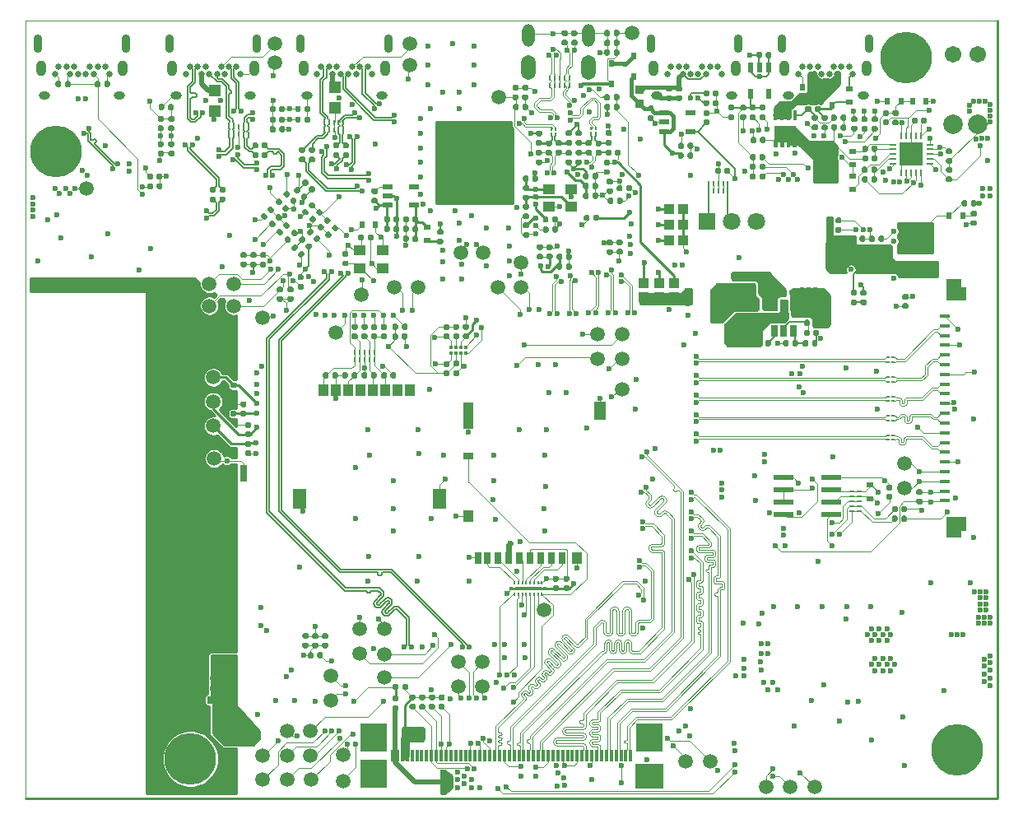
<source format=gbr>
%TF.GenerationSoftware,KiCad,Pcbnew,5.1.9+dfsg1-1*%
%TF.CreationDate,2022-02-21T14:57:17+01:00*%
%TF.ProjectId,sc606-baseboard,73633630-362d-4626-9173-65626f617264,rev?*%
%TF.SameCoordinates,Original*%
%TF.FileFunction,Copper,L6,Bot*%
%TF.FilePolarity,Positive*%
%FSLAX46Y46*%
G04 Gerber Fmt 4.6, Leading zero omitted, Abs format (unit mm)*
G04 Created by KiCad (PCBNEW 5.1.9+dfsg1-1) date 2022-02-21 14:57:17 commit 2b5f92f*
%MOMM*%
%LPD*%
G01*
G04 APERTURE LIST*
%TA.AperFunction,Profile*%
%ADD10C,0.120000*%
%TD*%
%TA.AperFunction,Profile*%
%ADD11C,0.254000*%
%TD*%
%TA.AperFunction,EtchedComponent*%
%ADD12C,0.100000*%
%TD*%
%TA.AperFunction,SMDPad,CuDef*%
%ADD13R,2.000000X0.600000*%
%TD*%
%TA.AperFunction,SMDPad,CuDef*%
%ADD14R,0.800000X0.600000*%
%TD*%
%TA.AperFunction,SMDPad,CuDef*%
%ADD15R,0.475000X0.200000*%
%TD*%
%TA.AperFunction,SMDPad,CuDef*%
%ADD16C,1.500000*%
%TD*%
%TA.AperFunction,SMDPad,CuDef*%
%ADD17R,1.600200X2.108200*%
%TD*%
%TA.AperFunction,SMDPad,CuDef*%
%ADD18R,1.092200X0.304800*%
%TD*%
%TA.AperFunction,SMDPad,CuDef*%
%ADD19R,1.300000X1.100000*%
%TD*%
%TA.AperFunction,SMDPad,CuDef*%
%ADD20R,3.000000X2.500000*%
%TD*%
%TA.AperFunction,SMDPad,CuDef*%
%ADD21R,2.700000X3.000000*%
%TD*%
%TA.AperFunction,SMDPad,CuDef*%
%ADD22R,0.300000X1.200000*%
%TD*%
%TA.AperFunction,SMDPad,CuDef*%
%ADD23C,0.100000*%
%TD*%
%TA.AperFunction,SMDPad,CuDef*%
%ADD24R,0.405000X0.990000*%
%TD*%
%TA.AperFunction,SMDPad,CuDef*%
%ADD25R,2.450000X2.450000*%
%TD*%
%TA.AperFunction,SMDPad,CuDef*%
%ADD26R,0.250000X0.700000*%
%TD*%
%TA.AperFunction,SMDPad,CuDef*%
%ADD27R,0.700000X0.250000*%
%TD*%
%TA.AperFunction,SMDPad,CuDef*%
%ADD28R,0.600000X0.800000*%
%TD*%
%TA.AperFunction,WasherPad*%
%ADD29C,1.710000*%
%TD*%
%TA.AperFunction,ComponentPad*%
%ADD30C,2.000000*%
%TD*%
%TA.AperFunction,SMDPad,CuDef*%
%ADD31R,0.550000X1.000000*%
%TD*%
%TA.AperFunction,ComponentPad*%
%ADD32O,0.900000X1.900000*%
%TD*%
%TA.AperFunction,ComponentPad*%
%ADD33O,1.000000X1.600000*%
%TD*%
%TA.AperFunction,ComponentPad*%
%ADD34O,1.150000X0.800000*%
%TD*%
%TA.AperFunction,ComponentPad*%
%ADD35C,0.650000*%
%TD*%
%TA.AperFunction,SMDPad,CuDef*%
%ADD36R,0.200000X0.475000*%
%TD*%
%TA.AperFunction,SMDPad,CuDef*%
%ADD37R,1.200000X1.200000*%
%TD*%
%TA.AperFunction,ComponentPad*%
%ADD38O,1.300000X2.350000*%
%TD*%
%TA.AperFunction,ComponentPad*%
%ADD39O,1.500000X2.550000*%
%TD*%
%TA.AperFunction,SMDPad,CuDef*%
%ADD40R,0.750000X1.800000*%
%TD*%
%TA.AperFunction,SMDPad,CuDef*%
%ADD41R,0.400000X0.300000*%
%TD*%
%TA.AperFunction,SMDPad,CuDef*%
%ADD42R,2.800000X0.300000*%
%TD*%
%TA.AperFunction,SMDPad,CuDef*%
%ADD43R,0.200000X0.450000*%
%TD*%
%TA.AperFunction,SMDPad,CuDef*%
%ADD44R,1.000000X0.550000*%
%TD*%
%TA.AperFunction,SMDPad,CuDef*%
%ADD45R,0.310000X0.420000*%
%TD*%
%TA.AperFunction,SMDPad,CuDef*%
%ADD46R,0.310000X0.430000*%
%TD*%
%TA.AperFunction,SMDPad,CuDef*%
%ADD47R,0.700000X1.200000*%
%TD*%
%TA.AperFunction,ComponentPad*%
%ADD48C,1.800000*%
%TD*%
%TA.AperFunction,ComponentPad*%
%ADD49R,1.800000X1.800000*%
%TD*%
%TA.AperFunction,ComponentPad*%
%ADD50C,5.300000*%
%TD*%
%TA.AperFunction,SMDPad,CuDef*%
%ADD51R,0.230000X0.300000*%
%TD*%
%TA.AperFunction,SMDPad,CuDef*%
%ADD52R,1.060000X1.020000*%
%TD*%
%TA.AperFunction,SMDPad,CuDef*%
%ADD53R,0.300000X0.230000*%
%TD*%
%TA.AperFunction,SMDPad,CuDef*%
%ADD54R,1.020000X1.060000*%
%TD*%
%TA.AperFunction,SMDPad,CuDef*%
%ADD55R,3.400000X0.980000*%
%TD*%
%TA.AperFunction,SMDPad,CuDef*%
%ADD56R,1.350000X2.000000*%
%TD*%
%TA.AperFunction,SMDPad,CuDef*%
%ADD57R,1.000000X1.200000*%
%TD*%
%TA.AperFunction,SMDPad,CuDef*%
%ADD58R,1.000000X0.800000*%
%TD*%
%TA.AperFunction,SMDPad,CuDef*%
%ADD59R,1.000000X2.800000*%
%TD*%
%TA.AperFunction,SMDPad,CuDef*%
%ADD60R,1.300000X1.900000*%
%TD*%
%TA.AperFunction,SMDPad,CuDef*%
%ADD61R,0.950000X0.950000*%
%TD*%
%TA.AperFunction,ViaPad*%
%ADD62C,0.600000*%
%TD*%
%TA.AperFunction,Conductor*%
%ADD63C,0.200000*%
%TD*%
%TA.AperFunction,Conductor*%
%ADD64C,0.125000*%
%TD*%
%TA.AperFunction,Conductor*%
%ADD65C,0.250000*%
%TD*%
%TA.AperFunction,Conductor*%
%ADD66C,0.400000*%
%TD*%
%TA.AperFunction,Conductor*%
%ADD67C,0.150000*%
%TD*%
%TA.AperFunction,Conductor*%
%ADD68C,0.600000*%
%TD*%
%TA.AperFunction,Conductor*%
%ADD69C,0.500000*%
%TD*%
%TA.AperFunction,Conductor*%
%ADD70C,0.900000*%
%TD*%
%TA.AperFunction,Conductor*%
%ADD71C,0.155000*%
%TD*%
%TA.AperFunction,Conductor*%
%ADD72C,0.215000*%
%TD*%
%TA.AperFunction,Conductor*%
%ADD73C,0.300000*%
%TD*%
%TA.AperFunction,Conductor*%
%ADD74C,0.193000*%
%TD*%
%TA.AperFunction,Conductor*%
%ADD75C,0.180000*%
%TD*%
%TA.AperFunction,Conductor*%
%ADD76C,0.254000*%
%TD*%
%TA.AperFunction,Conductor*%
%ADD77C,0.100000*%
%TD*%
G04 APERTURE END LIST*
D10*
X175600000Y-42400000D02*
X75600000Y-42400000D01*
D11*
X175600000Y-42400000D02*
X175600000Y-122400000D01*
D10*
X75600000Y-122400000D02*
X75600000Y-42400000D01*
D11*
X175600000Y-122400000D02*
X75600000Y-122400000D01*
D12*
%TO.C,J3*%
G36*
X172249760Y-94791720D02*
G01*
X170293960Y-94791720D01*
X170293960Y-93496320D01*
X172249760Y-93496320D01*
X172249760Y-94791720D01*
G37*
X172249760Y-94791720D02*
X170293960Y-94791720D01*
X170293960Y-93496320D01*
X172249760Y-93496320D01*
X172249760Y-94791720D01*
G36*
X172249760Y-69808280D02*
G01*
X170293960Y-69808280D01*
X170293960Y-71103680D01*
X172249760Y-71103680D01*
X172249760Y-69808280D01*
G37*
X172249760Y-69808280D02*
X170293960Y-69808280D01*
X170293960Y-71103680D01*
X172249760Y-71103680D01*
X172249760Y-69808280D01*
%TD*%
%TO.P,R160,2*%
%TO.N,GND*%
%TA.AperFunction,SMDPad,CuDef*%
G36*
G01*
X161727500Y-53240000D02*
X162072500Y-53240000D01*
G75*
G02*
X162220000Y-53387500I0J-147500D01*
G01*
X162220000Y-53682500D01*
G75*
G02*
X162072500Y-53830000I-147500J0D01*
G01*
X161727500Y-53830000D01*
G75*
G02*
X161580000Y-53682500I0J147500D01*
G01*
X161580000Y-53387500D01*
G75*
G02*
X161727500Y-53240000I147500J0D01*
G01*
G37*
%TD.AperFunction*%
%TO.P,R160,1*%
%TO.N,Net-(D34-Pad2)*%
%TA.AperFunction,SMDPad,CuDef*%
G36*
G01*
X161727500Y-52270000D02*
X162072500Y-52270000D01*
G75*
G02*
X162220000Y-52417500I0J-147500D01*
G01*
X162220000Y-52712500D01*
G75*
G02*
X162072500Y-52860000I-147500J0D01*
G01*
X161727500Y-52860000D01*
G75*
G02*
X161580000Y-52712500I0J147500D01*
G01*
X161580000Y-52417500D01*
G75*
G02*
X161727500Y-52270000I147500J0D01*
G01*
G37*
%TD.AperFunction*%
%TD*%
%TO.P,R159,2*%
%TO.N,/USB-PD/STUSB4500_PWR_OK3*%
%TA.AperFunction,SMDPad,CuDef*%
G36*
G01*
X160677500Y-53240000D02*
X161022500Y-53240000D01*
G75*
G02*
X161170000Y-53387500I0J-147500D01*
G01*
X161170000Y-53682500D01*
G75*
G02*
X161022500Y-53830000I-147500J0D01*
G01*
X160677500Y-53830000D01*
G75*
G02*
X160530000Y-53682500I0J147500D01*
G01*
X160530000Y-53387500D01*
G75*
G02*
X160677500Y-53240000I147500J0D01*
G01*
G37*
%TD.AperFunction*%
%TO.P,R159,1*%
%TO.N,Net-(D34-Pad3)*%
%TA.AperFunction,SMDPad,CuDef*%
G36*
G01*
X160677500Y-52270000D02*
X161022500Y-52270000D01*
G75*
G02*
X161170000Y-52417500I0J-147500D01*
G01*
X161170000Y-52712500D01*
G75*
G02*
X161022500Y-52860000I-147500J0D01*
G01*
X160677500Y-52860000D01*
G75*
G02*
X160530000Y-52712500I0J147500D01*
G01*
X160530000Y-52417500D01*
G75*
G02*
X160677500Y-52270000I147500J0D01*
G01*
G37*
%TD.AperFunction*%
%TD*%
%TO.P,R158,2*%
%TO.N,Net-(D34-Pad1)*%
%TA.AperFunction,SMDPad,CuDef*%
G36*
G01*
X163122500Y-52860000D02*
X162777500Y-52860000D01*
G75*
G02*
X162630000Y-52712500I0J147500D01*
G01*
X162630000Y-52417500D01*
G75*
G02*
X162777500Y-52270000I147500J0D01*
G01*
X163122500Y-52270000D01*
G75*
G02*
X163270000Y-52417500I0J-147500D01*
G01*
X163270000Y-52712500D01*
G75*
G02*
X163122500Y-52860000I-147500J0D01*
G01*
G37*
%TD.AperFunction*%
%TO.P,R158,1*%
%TO.N,/USB-PD/STUSB4500_PWR_OK2*%
%TA.AperFunction,SMDPad,CuDef*%
G36*
G01*
X163122500Y-53830000D02*
X162777500Y-53830000D01*
G75*
G02*
X162630000Y-53682500I0J147500D01*
G01*
X162630000Y-53387500D01*
G75*
G02*
X162777500Y-53240000I147500J0D01*
G01*
X163122500Y-53240000D01*
G75*
G02*
X163270000Y-53387500I0J-147500D01*
G01*
X163270000Y-53682500D01*
G75*
G02*
X163122500Y-53830000I-147500J0D01*
G01*
G37*
%TD.AperFunction*%
%TD*%
%TO.P,R191,2*%
%TO.N,/USB-PD/VALID1*%
%TA.AperFunction,SMDPad,CuDef*%
G36*
G01*
X164927500Y-52590000D02*
X165272500Y-52590000D01*
G75*
G02*
X165420000Y-52737500I0J-147500D01*
G01*
X165420000Y-53032500D01*
G75*
G02*
X165272500Y-53180000I-147500J0D01*
G01*
X164927500Y-53180000D01*
G75*
G02*
X164780000Y-53032500I0J147500D01*
G01*
X164780000Y-52737500D01*
G75*
G02*
X164927500Y-52590000I147500J0D01*
G01*
G37*
%TD.AperFunction*%
%TO.P,R191,1*%
%TO.N,5V0_SYS*%
%TA.AperFunction,SMDPad,CuDef*%
G36*
G01*
X164927500Y-51620000D02*
X165272500Y-51620000D01*
G75*
G02*
X165420000Y-51767500I0J-147500D01*
G01*
X165420000Y-52062500D01*
G75*
G02*
X165272500Y-52210000I-147500J0D01*
G01*
X164927500Y-52210000D01*
G75*
G02*
X164780000Y-52062500I0J147500D01*
G01*
X164780000Y-51767500D01*
G75*
G02*
X164927500Y-51620000I147500J0D01*
G01*
G37*
%TD.AperFunction*%
%TD*%
%TO.P,R190,2*%
%TO.N,/USB-PD/VALID2*%
%TA.AperFunction,SMDPad,CuDef*%
G36*
G01*
X163927500Y-52590000D02*
X164272500Y-52590000D01*
G75*
G02*
X164420000Y-52737500I0J-147500D01*
G01*
X164420000Y-53032500D01*
G75*
G02*
X164272500Y-53180000I-147500J0D01*
G01*
X163927500Y-53180000D01*
G75*
G02*
X163780000Y-53032500I0J147500D01*
G01*
X163780000Y-52737500D01*
G75*
G02*
X163927500Y-52590000I147500J0D01*
G01*
G37*
%TD.AperFunction*%
%TO.P,R190,1*%
%TO.N,5V0_SYS*%
%TA.AperFunction,SMDPad,CuDef*%
G36*
G01*
X163927500Y-51620000D02*
X164272500Y-51620000D01*
G75*
G02*
X164420000Y-51767500I0J-147500D01*
G01*
X164420000Y-52062500D01*
G75*
G02*
X164272500Y-52210000I-147500J0D01*
G01*
X163927500Y-52210000D01*
G75*
G02*
X163780000Y-52062500I0J147500D01*
G01*
X163780000Y-51767500D01*
G75*
G02*
X163927500Y-51620000I147500J0D01*
G01*
G37*
%TD.AperFunction*%
%TD*%
D13*
%TO.P,U18,3*%
%TO.N,/serial_and_cameras_interfaces/DIR*%
X153600000Y-90665000D03*
%TO.P,U18,8*%
%TO.N,3V3_SYS*%
X158500000Y-93205000D03*
%TO.P,U18,7*%
%TO.N,/serial_and_cameras_interfaces/RS485_A*%
X158500000Y-91935000D03*
%TO.P,U18,6*%
%TO.N,/serial_and_cameras_interfaces/RS485_B*%
X158500000Y-90665000D03*
%TO.P,U18,5*%
%TO.N,GND*%
X158500000Y-89395000D03*
%TO.P,U18,4*%
%TO.N,Net-(U17-Pad10)*%
X153600000Y-89395000D03*
%TO.P,U18,2*%
%TO.N,/serial_and_cameras_interfaces/DIR*%
X153600000Y-91935000D03*
%TO.P,U18,1*%
%TO.N,Net-(U17-Pad13)*%
X153600000Y-93205000D03*
%TD*%
D14*
%TO.P,R189,1*%
%TO.N,/serial_and_cameras_interfaces/RS485_B*%
X162500000Y-90200000D03*
%TO.P,R189,2*%
%TO.N,/serial_and_cameras_interfaces/RS485_A*%
X162500000Y-91600000D03*
%TD*%
D15*
%TO.P,D40,9*%
%TO.N,/serial_and_cameras_interfaces/UART_Connector_RX_3V3*%
X161337500Y-92350000D03*
%TO.P,D40,7*%
%TO.N,/serial_and_cameras_interfaces/RS485_A*%
X161337500Y-91350000D03*
%TO.P,D40,8*%
%TO.N,GND*%
X161337500Y-91850000D03*
%TO.P,D40,6*%
%TO.N,/serial_and_cameras_interfaces/RS485_B*%
X161337500Y-90850000D03*
%TO.P,D40,10*%
%TO.N,/serial_and_cameras_interfaces/UART_Connector_TX_3V3*%
X161337500Y-92850000D03*
%TO.P,D40,5*%
%TO.N,/serial_and_cameras_interfaces/RS485_B*%
X160562500Y-90850000D03*
%TO.P,D40,4*%
%TO.N,/serial_and_cameras_interfaces/RS485_A*%
X160562500Y-91350000D03*
%TO.P,D40,3*%
%TO.N,GND*%
X160562500Y-91850000D03*
%TO.P,D40,2*%
%TO.N,/serial_and_cameras_interfaces/UART_Connector_RX_3V3*%
X160562500Y-92350000D03*
%TO.P,D40,1*%
%TO.N,/serial_and_cameras_interfaces/UART_Connector_TX_3V3*%
X160562500Y-92850000D03*
%TD*%
%TO.P,C174,2*%
%TO.N,GND*%
%TA.AperFunction,SMDPad,CuDef*%
G36*
G01*
X164622500Y-90710000D02*
X164277500Y-90710000D01*
G75*
G02*
X164130000Y-90562500I0J147500D01*
G01*
X164130000Y-90267500D01*
G75*
G02*
X164277500Y-90120000I147500J0D01*
G01*
X164622500Y-90120000D01*
G75*
G02*
X164770000Y-90267500I0J-147500D01*
G01*
X164770000Y-90562500D01*
G75*
G02*
X164622500Y-90710000I-147500J0D01*
G01*
G37*
%TD.AperFunction*%
%TO.P,C174,1*%
%TO.N,3V3_SYS*%
%TA.AperFunction,SMDPad,CuDef*%
G36*
G01*
X164622500Y-91680000D02*
X164277500Y-91680000D01*
G75*
G02*
X164130000Y-91532500I0J147500D01*
G01*
X164130000Y-91237500D01*
G75*
G02*
X164277500Y-91090000I147500J0D01*
G01*
X164622500Y-91090000D01*
G75*
G02*
X164770000Y-91237500I0J-147500D01*
G01*
X164770000Y-91532500D01*
G75*
G02*
X164622500Y-91680000I-147500J0D01*
G01*
G37*
%TD.AperFunction*%
%TD*%
D16*
%TO.P,TP17,1*%
%TO.N,Net-(TP17-Pad1)*%
X97000000Y-69500000D03*
%TD*%
%TO.P,TP16,1*%
%TO.N,Net-(TP16-Pad1)*%
X94500000Y-69500000D03*
%TD*%
%TO.P,TP15,1*%
%TO.N,Net-(R120-Pad2)*%
X97000000Y-71750000D03*
%TD*%
%TO.P,TP14,1*%
%TO.N,Net-(R119-Pad2)*%
X94500000Y-71750000D03*
%TD*%
%TO.P,R179,2*%
%TO.N,/serial_and_cameras_interfaces/UART_Connector_TX_3V3*%
%TA.AperFunction,SMDPad,CuDef*%
G36*
G01*
X165310000Y-93477500D02*
X165310000Y-93822500D01*
G75*
G02*
X165162500Y-93970000I-147500J0D01*
G01*
X164867500Y-93970000D01*
G75*
G02*
X164720000Y-93822500I0J147500D01*
G01*
X164720000Y-93477500D01*
G75*
G02*
X164867500Y-93330000I147500J0D01*
G01*
X165162500Y-93330000D01*
G75*
G02*
X165310000Y-93477500I0J-147500D01*
G01*
G37*
%TD.AperFunction*%
%TO.P,R179,1*%
%TO.N,Net-(J16-Pad2)*%
%TA.AperFunction,SMDPad,CuDef*%
G36*
G01*
X166280000Y-93477500D02*
X166280000Y-93822500D01*
G75*
G02*
X166132500Y-93970000I-147500J0D01*
G01*
X165837500Y-93970000D01*
G75*
G02*
X165690000Y-93822500I0J147500D01*
G01*
X165690000Y-93477500D01*
G75*
G02*
X165837500Y-93330000I147500J0D01*
G01*
X166132500Y-93330000D01*
G75*
G02*
X166280000Y-93477500I0J-147500D01*
G01*
G37*
%TD.AperFunction*%
%TD*%
%TO.P,R178,2*%
%TO.N,/serial_and_cameras_interfaces/UART_Connector_RX_3V3*%
%TA.AperFunction,SMDPad,CuDef*%
G36*
G01*
X165310000Y-92477500D02*
X165310000Y-92822500D01*
G75*
G02*
X165162500Y-92970000I-147500J0D01*
G01*
X164867500Y-92970000D01*
G75*
G02*
X164720000Y-92822500I0J147500D01*
G01*
X164720000Y-92477500D01*
G75*
G02*
X164867500Y-92330000I147500J0D01*
G01*
X165162500Y-92330000D01*
G75*
G02*
X165310000Y-92477500I0J-147500D01*
G01*
G37*
%TD.AperFunction*%
%TO.P,R178,1*%
%TO.N,Net-(J16-Pad3)*%
%TA.AperFunction,SMDPad,CuDef*%
G36*
G01*
X166280000Y-92477500D02*
X166280000Y-92822500D01*
G75*
G02*
X166132500Y-92970000I-147500J0D01*
G01*
X165837500Y-92970000D01*
G75*
G02*
X165690000Y-92822500I0J147500D01*
G01*
X165690000Y-92477500D01*
G75*
G02*
X165837500Y-92330000I147500J0D01*
G01*
X166132500Y-92330000D01*
G75*
G02*
X166280000Y-92477500I0J-147500D01*
G01*
G37*
%TD.AperFunction*%
%TD*%
%TO.P,TP13,1*%
%TO.N,Net-(R112-Pad2)*%
X110100000Y-70600000D03*
%TD*%
%TO.P,TP70,1*%
%TO.N,Net-(C85-Pad1)*%
X138000000Y-43700000D03*
%TD*%
%TO.P,TP69,1*%
%TO.N,TP0_I2C_SCL*%
X166000000Y-88000000D03*
%TD*%
%TO.P,TP68,1*%
%TO.N,TP0_I2C_SDA*%
X166000000Y-90500000D03*
%TD*%
%TO.P,TP67,1*%
%TO.N,Net-(R59-Pad1)*%
X124250000Y-50250000D03*
%TD*%
D17*
%TO.P,J3,22*%
%TO.N,N/C*%
X171094060Y-94550420D03*
%TO.P,J3,21*%
X171094060Y-70049580D03*
D18*
%TO.P,J3,20*%
%TO.N,LDO17_2P85*%
X170144100Y-91807220D03*
%TO.P,J3,19*%
%TO.N,GND*%
X170144100Y-90806460D03*
%TO.P,J3,18*%
%TO.N,TP0_I2C_SDA*%
X170144100Y-89805700D03*
%TO.P,J3,17*%
%TO.N,TP0_I2C_SCL*%
X170144100Y-88804940D03*
%TO.P,J3,16*%
%TO.N,GND*%
X170144100Y-87804180D03*
%TO.P,J3,15*%
%TO.N,/display module/SoMtoDisplay_Ferr_CLK_P*%
X170144100Y-86803420D03*
%TO.P,J3,14*%
%TO.N,/display module/SoMtoDisplay_Ferr_CLK_N*%
X170144100Y-85802660D03*
%TO.P,J3,13*%
%TO.N,GND*%
X170144100Y-84801900D03*
%TO.P,J3,12*%
%TO.N,/display module/SoMtoDisplay_Ferr_D0_P*%
X170144100Y-83801140D03*
%TO.P,J3,11*%
%TO.N,/display module/SoMtoDisplay_Ferr_D0_N*%
X170144100Y-82800380D03*
%TO.P,J3,10*%
%TO.N,GND*%
X170144100Y-81799620D03*
%TO.P,J3,9*%
%TO.N,/display module/SoMtoDisplay_Ferr_D1_P*%
X170144100Y-80798860D03*
%TO.P,J3,8*%
%TO.N,/display module/SoMtoDisplay_Ferr_D1_N*%
X170144100Y-79798100D03*
%TO.P,J3,7*%
%TO.N,GND*%
X170144100Y-78797340D03*
%TO.P,J3,6*%
%TO.N,/display module/SoMtoDisplay_Ferr_D2_P*%
X170144100Y-77796580D03*
%TO.P,J3,5*%
%TO.N,/display module/SoMtoDisplay_Ferr_D2_N*%
X170144100Y-76795820D03*
%TO.P,J3,4*%
%TO.N,GND*%
X170144100Y-75795060D03*
%TO.P,J3,3*%
%TO.N,/display module/SoMtoDisplay_Ferr_D3_P*%
X170144100Y-74794300D03*
%TO.P,J3,2*%
%TO.N,/display module/SoMtoDisplay_Ferr_D3_N*%
X170144100Y-73793540D03*
%TO.P,J3,1*%
%TO.N,GND*%
X170144100Y-72792780D03*
%TD*%
D16*
%TO.P,TP66,1*%
%TO.N,GND*%
X156750000Y-121250000D03*
%TD*%
%TO.P,TP65,1*%
%TO.N,Net-(TP65-Pad1)*%
X154250000Y-121250000D03*
%TD*%
%TO.P,TP64,1*%
%TO.N,Net-(TP64-Pad1)*%
X151750000Y-121250000D03*
%TD*%
%TO.P,TP54,1*%
%TO.N,LDO17_2P85*%
X94900000Y-84100000D03*
%TD*%
%TO.P,TP53,1*%
%TO.N,LDO10_2P8*%
X94900000Y-81600000D03*
%TD*%
%TO.P,TP52,1*%
%TO.N,LDO5_1P8*%
X94900000Y-79100000D03*
%TD*%
%TO.P,TP51,1*%
%TO.N,Net-(M1-Pad244)*%
X137000000Y-80300000D03*
%TD*%
%TO.P,TP50,1*%
%TO.N,Net-(M1-Pad228)*%
X112500000Y-110000000D03*
%TD*%
%TO.P,TP49,1*%
%TO.N,Net-(M1-Pad227)*%
X112500000Y-107559201D03*
%TD*%
%TO.P,TP48,1*%
%TO.N,Net-(M1-Pad226)*%
X110000000Y-107500000D03*
%TD*%
%TO.P,TP47,1*%
%TO.N,Net-(M1-Pad224)*%
X112500000Y-105000000D03*
%TD*%
%TO.P,TP46,1*%
%TO.N,Net-(M1-Pad223)*%
X110000000Y-105000000D03*
%TD*%
%TO.P,TP45,1*%
%TO.N,Net-(M1-Pad149)*%
X99950000Y-72950000D03*
%TD*%
%TO.P,TP44,1*%
%TO.N,Net-(M1-Pad139)*%
X113500000Y-69800000D03*
%TD*%
%TO.P,TP43,1*%
%TO.N,Net-(M1-Pad138)*%
X116000000Y-69800000D03*
%TD*%
%TO.P,TP42,1*%
%TO.N,Net-(M1-Pad127)*%
X126600000Y-67300000D03*
%TD*%
%TO.P,TP41,1*%
%TO.N,Net-(M1-Pad126)*%
X126600000Y-69800000D03*
%TD*%
%TO.P,TP40,1*%
%TO.N,Net-(M1-Pad61)*%
X122600000Y-110900000D03*
%TD*%
%TO.P,TP39,1*%
%TO.N,Net-(M1-Pad60)*%
X122600000Y-108400000D03*
%TD*%
%TO.P,TP38,1*%
%TO.N,Net-(M1-Pad58)*%
X120100000Y-110900000D03*
%TD*%
%TO.P,TP37,1*%
%TO.N,Net-(M1-Pad59)*%
X120100000Y-108400000D03*
%TD*%
%TO.P,TP36,1*%
%TO.N,Net-(M1-Pad202)*%
X124200000Y-69800000D03*
%TD*%
%TO.P,TP35,1*%
%TO.N,Net-(M1-Pad74)*%
X143500000Y-118600000D03*
%TD*%
%TO.P,TP34,1*%
%TO.N,Net-(M1-Pad73)*%
X146000000Y-118600000D03*
%TD*%
%TO.P,TP33,1*%
%TO.N,Net-(M1-Pad55)*%
X107000000Y-109800000D03*
%TD*%
%TO.P,TP32,1*%
%TO.N,Net-(M1-Pad54)*%
X107000000Y-112300000D03*
%TD*%
%TO.P,TP31,1*%
%TO.N,Net-(M1-Pad53)*%
X108300000Y-120600000D03*
%TD*%
%TO.P,TP30,1*%
%TO.N,Net-(M1-Pad52)*%
X108300000Y-117900000D03*
%TD*%
%TO.P,TP29,1*%
%TO.N,Net-(M1-Pad51)*%
X105000000Y-120500000D03*
%TD*%
%TO.P,TP28,1*%
%TO.N,Net-(M1-Pad50)*%
X104900000Y-115500000D03*
%TD*%
%TO.P,TP27,1*%
%TO.N,Net-(M1-Pad49)*%
X102500000Y-120500000D03*
%TD*%
%TO.P,TP26,1*%
%TO.N,Net-(M1-Pad48)*%
X104900000Y-118000000D03*
%TD*%
%TO.P,TP25,1*%
%TO.N,Net-(M1-Pad46)*%
X102500000Y-118000000D03*
%TD*%
%TO.P,TP24,1*%
%TO.N,Net-(J11-PadB8)*%
X101250000Y-44750000D03*
%TD*%
%TO.P,TP23,1*%
%TO.N,Net-(J11-PadA8)*%
X101250000Y-46750000D03*
%TD*%
%TO.P,TP22,1*%
%TO.N,Net-(M1-Pad45)*%
X100000000Y-120500000D03*
%TD*%
%TO.P,TP21,1*%
%TO.N,Net-(M1-Pad44)*%
X100000000Y-118000000D03*
%TD*%
%TO.P,TP20,1*%
%TO.N,/USB_HUB_Connectors/5V0_USB*%
X81850000Y-59650000D03*
%TD*%
%TO.P,TP19,1*%
%TO.N,Net-(J10-PadB8)*%
X115100000Y-44800000D03*
%TD*%
%TO.P,TP18,1*%
%TO.N,Net-(J10-PadA8)*%
X115100000Y-47000000D03*
%TD*%
%TO.P,TP12,1*%
%TO.N,/SoM/USB_VBUS_DET*%
X102500000Y-115500000D03*
%TD*%
%TO.P,TP11,1*%
%TO.N,Net-(TP11-Pad1)*%
X128900000Y-103050000D03*
%TD*%
%TO.P,TP8,1*%
%TO.N,Net-(M1-Pad248)*%
X134450000Y-77200000D03*
%TD*%
%TO.P,TP7,1*%
%TO.N,Net-(M1-Pad247)*%
X136950000Y-77200000D03*
%TD*%
%TO.P,TP6,1*%
%TO.N,Net-(M1-Pad201)*%
X134450000Y-74700000D03*
%TD*%
%TO.P,TP5,1*%
%TO.N,Net-(M1-Pad200)*%
X136950000Y-74700000D03*
%TD*%
%TO.P,TP4,1*%
%TO.N,Net-(M1-Pad132)*%
X120350000Y-66300000D03*
%TD*%
%TO.P,TP3,1*%
%TO.N,Net-(M1-Pad131)*%
X122650000Y-66300000D03*
%TD*%
%TO.P,TP2,1*%
%TO.N,Net-(M1-Pad145)*%
X107500000Y-74500000D03*
%TD*%
%TO.P,TP1,1*%
%TO.N,RTC_BAT*%
X95000000Y-87450000D03*
%TD*%
%TO.P,C163,2*%
%TO.N,GND*%
%TA.AperFunction,SMDPad,CuDef*%
G36*
G01*
X113822500Y-112460000D02*
X113477500Y-112460000D01*
G75*
G02*
X113330000Y-112312500I0J147500D01*
G01*
X113330000Y-112017500D01*
G75*
G02*
X113477500Y-111870000I147500J0D01*
G01*
X113822500Y-111870000D01*
G75*
G02*
X113970000Y-112017500I0J-147500D01*
G01*
X113970000Y-112312500D01*
G75*
G02*
X113822500Y-112460000I-147500J0D01*
G01*
G37*
%TD.AperFunction*%
%TO.P,C163,1*%
%TO.N,5V0_SYS*%
%TA.AperFunction,SMDPad,CuDef*%
G36*
G01*
X113822500Y-113430000D02*
X113477500Y-113430000D01*
G75*
G02*
X113330000Y-113282500I0J147500D01*
G01*
X113330000Y-112987500D01*
G75*
G02*
X113477500Y-112840000I147500J0D01*
G01*
X113822500Y-112840000D01*
G75*
G02*
X113970000Y-112987500I0J-147500D01*
G01*
X113970000Y-113282500D01*
G75*
G02*
X113822500Y-113430000I-147500J0D01*
G01*
G37*
%TD.AperFunction*%
%TD*%
%TO.P,C162,2*%
%TO.N,GND*%
%TA.AperFunction,SMDPad,CuDef*%
G36*
G01*
X113960000Y-110777500D02*
X113960000Y-111122500D01*
G75*
G02*
X113812500Y-111270000I-147500J0D01*
G01*
X113517500Y-111270000D01*
G75*
G02*
X113370000Y-111122500I0J147500D01*
G01*
X113370000Y-110777500D01*
G75*
G02*
X113517500Y-110630000I147500J0D01*
G01*
X113812500Y-110630000D01*
G75*
G02*
X113960000Y-110777500I0J-147500D01*
G01*
G37*
%TD.AperFunction*%
%TO.P,C162,1*%
%TO.N,3V3_CAM*%
%TA.AperFunction,SMDPad,CuDef*%
G36*
G01*
X114930000Y-110777500D02*
X114930000Y-111122500D01*
G75*
G02*
X114782500Y-111270000I-147500J0D01*
G01*
X114487500Y-111270000D01*
G75*
G02*
X114340000Y-111122500I0J147500D01*
G01*
X114340000Y-110777500D01*
G75*
G02*
X114487500Y-110630000I147500J0D01*
G01*
X114782500Y-110630000D01*
G75*
G02*
X114930000Y-110777500I0J-147500D01*
G01*
G37*
%TD.AperFunction*%
%TD*%
%TO.P,C138,2*%
%TO.N,LDO17_2P85*%
%TA.AperFunction,SMDPad,CuDef*%
G36*
G01*
X98672500Y-86260000D02*
X98327500Y-86260000D01*
G75*
G02*
X98180000Y-86112500I0J147500D01*
G01*
X98180000Y-85817500D01*
G75*
G02*
X98327500Y-85670000I147500J0D01*
G01*
X98672500Y-85670000D01*
G75*
G02*
X98820000Y-85817500I0J-147500D01*
G01*
X98820000Y-86112500D01*
G75*
G02*
X98672500Y-86260000I-147500J0D01*
G01*
G37*
%TD.AperFunction*%
%TO.P,C138,1*%
%TO.N,GND*%
%TA.AperFunction,SMDPad,CuDef*%
G36*
G01*
X98672500Y-87230000D02*
X98327500Y-87230000D01*
G75*
G02*
X98180000Y-87082500I0J147500D01*
G01*
X98180000Y-86787500D01*
G75*
G02*
X98327500Y-86640000I147500J0D01*
G01*
X98672500Y-86640000D01*
G75*
G02*
X98820000Y-86787500I0J-147500D01*
G01*
X98820000Y-87082500D01*
G75*
G02*
X98672500Y-87230000I-147500J0D01*
G01*
G37*
%TD.AperFunction*%
%TD*%
%TO.P,C22,2*%
%TO.N,GND*%
%TA.AperFunction,SMDPad,CuDef*%
G36*
G01*
X160972500Y-70710000D02*
X160627500Y-70710000D01*
G75*
G02*
X160480000Y-70562500I0J147500D01*
G01*
X160480000Y-70267500D01*
G75*
G02*
X160627500Y-70120000I147500J0D01*
G01*
X160972500Y-70120000D01*
G75*
G02*
X161120000Y-70267500I0J-147500D01*
G01*
X161120000Y-70562500D01*
G75*
G02*
X160972500Y-70710000I-147500J0D01*
G01*
G37*
%TD.AperFunction*%
%TO.P,C22,1*%
%TO.N,Net-(C22-Pad1)*%
%TA.AperFunction,SMDPad,CuDef*%
G36*
G01*
X160972500Y-71680000D02*
X160627500Y-71680000D01*
G75*
G02*
X160480000Y-71532500I0J147500D01*
G01*
X160480000Y-71237500D01*
G75*
G02*
X160627500Y-71090000I147500J0D01*
G01*
X160972500Y-71090000D01*
G75*
G02*
X161120000Y-71237500I0J-147500D01*
G01*
X161120000Y-71532500D01*
G75*
G02*
X160972500Y-71680000I-147500J0D01*
G01*
G37*
%TD.AperFunction*%
%TD*%
%TO.P,C12,2*%
%TO.N,LDO10_2P8*%
%TA.AperFunction,SMDPad,CuDef*%
G36*
G01*
X98327500Y-84690000D02*
X98672500Y-84690000D01*
G75*
G02*
X98820000Y-84837500I0J-147500D01*
G01*
X98820000Y-85132500D01*
G75*
G02*
X98672500Y-85280000I-147500J0D01*
G01*
X98327500Y-85280000D01*
G75*
G02*
X98180000Y-85132500I0J147500D01*
G01*
X98180000Y-84837500D01*
G75*
G02*
X98327500Y-84690000I147500J0D01*
G01*
G37*
%TD.AperFunction*%
%TO.P,C12,1*%
%TO.N,GND*%
%TA.AperFunction,SMDPad,CuDef*%
G36*
G01*
X98327500Y-83720000D02*
X98672500Y-83720000D01*
G75*
G02*
X98820000Y-83867500I0J-147500D01*
G01*
X98820000Y-84162500D01*
G75*
G02*
X98672500Y-84310000I-147500J0D01*
G01*
X98327500Y-84310000D01*
G75*
G02*
X98180000Y-84162500I0J147500D01*
G01*
X98180000Y-83867500D01*
G75*
G02*
X98327500Y-83720000I147500J0D01*
G01*
G37*
%TD.AperFunction*%
%TD*%
%TO.P,C9,2*%
%TO.N,LDO5_1P8*%
%TA.AperFunction,SMDPad,CuDef*%
G36*
G01*
X97172500Y-80210000D02*
X96827500Y-80210000D01*
G75*
G02*
X96680000Y-80062500I0J147500D01*
G01*
X96680000Y-79767500D01*
G75*
G02*
X96827500Y-79620000I147500J0D01*
G01*
X97172500Y-79620000D01*
G75*
G02*
X97320000Y-79767500I0J-147500D01*
G01*
X97320000Y-80062500D01*
G75*
G02*
X97172500Y-80210000I-147500J0D01*
G01*
G37*
%TD.AperFunction*%
%TO.P,C9,1*%
%TO.N,GND*%
%TA.AperFunction,SMDPad,CuDef*%
G36*
G01*
X97172500Y-81180000D02*
X96827500Y-81180000D01*
G75*
G02*
X96680000Y-81032500I0J147500D01*
G01*
X96680000Y-80737500D01*
G75*
G02*
X96827500Y-80590000I147500J0D01*
G01*
X97172500Y-80590000D01*
G75*
G02*
X97320000Y-80737500I0J-147500D01*
G01*
X97320000Y-81032500D01*
G75*
G02*
X97172500Y-81180000I-147500J0D01*
G01*
G37*
%TD.AperFunction*%
%TD*%
D19*
%TO.P,Y1,2*%
%TO.N,GND*%
X129420000Y-61560000D03*
%TO.P,Y1,3*%
%TO.N,Net-(C57-Pad1)*%
X129420000Y-59760000D03*
%TO.P,Y1,1*%
%TO.N,Net-(C53-Pad1)*%
X131720000Y-61560000D03*
%TO.P,Y1,4*%
%TO.N,GND*%
X131720000Y-59760000D03*
%TD*%
D20*
%TO.P,J2,~*%
%TO.N,N/C*%
X139800000Y-120100000D03*
D21*
X139800000Y-116150000D03*
X111400000Y-116150000D03*
X111400000Y-119850000D03*
D22*
%TO.P,J2,50*%
%TO.N,5V0_SYS*%
X113350000Y-118000000D03*
%TO.P,J2,49*%
X113850000Y-118000000D03*
%TO.P,J2,48*%
%TO.N,3V3_CAM*%
X114350000Y-118000000D03*
%TO.P,J2,47*%
X114850000Y-118000000D03*
%TO.P,J2,46*%
%TO.N,N/C*%
X115350000Y-118000000D03*
%TO.P,J2,45*%
X115850000Y-118000000D03*
%TO.P,J2,44*%
X116350000Y-118000000D03*
%TO.P,J2,43*%
X116850000Y-118000000D03*
%TO.P,J2,42*%
%TO.N,/serial_and_cameras_interfaces/CAM1_SCL*%
X117350000Y-118000000D03*
%TO.P,J2,41*%
%TO.N,/serial_and_cameras_interfaces/CAM1_SDA*%
X117850000Y-118000000D03*
%TO.P,J2,40*%
%TO.N,/serial_and_cameras_interfaces/CAM0_SCL*%
X118350000Y-118000000D03*
%TO.P,J2,39*%
%TO.N,/serial_and_cameras_interfaces/CAM0_SDA*%
X118850000Y-118000000D03*
%TO.P,J2,38*%
%TO.N,N/C*%
X119350000Y-118000000D03*
%TO.P,J2,37*%
X119850000Y-118000000D03*
%TO.P,J2,36*%
X120350000Y-118000000D03*
%TO.P,J2,35*%
X120850000Y-118000000D03*
%TO.P,J2,34*%
%TO.N,VSYNC_CAM2*%
X121350000Y-118000000D03*
%TO.P,J2,33*%
%TO.N,N/C*%
X121850000Y-118000000D03*
%TO.P,J2,32*%
%TO.N,VSYNC_CAM1*%
X122350000Y-118000000D03*
%TO.P,J2,31*%
%TO.N,N/C*%
X122850000Y-118000000D03*
%TO.P,J2,30*%
%TO.N,GND*%
X123350000Y-118000000D03*
%TO.P,J2,29*%
%TO.N,CAM2_CLK_P*%
X123850000Y-118000000D03*
%TO.P,J2,28*%
%TO.N,CAM2_CLK_N*%
X124350000Y-118000000D03*
%TO.P,J2,27*%
%TO.N,GND*%
X124850000Y-118000000D03*
%TO.P,J2,26*%
%TO.N,CAM2_D0_P*%
X125350000Y-118000000D03*
%TO.P,J2,25*%
%TO.N,CAM2_D0_N*%
X125850000Y-118000000D03*
%TO.P,J2,24*%
%TO.N,CAM2_D1_P*%
X126350000Y-118000000D03*
%TO.P,J2,23*%
%TO.N,CAM2_D1_N*%
X126850000Y-118000000D03*
%TO.P,J2,22*%
%TO.N,CAM2_D2_P*%
X127350000Y-118000000D03*
%TO.P,J2,21*%
%TO.N,CAM2_D2_N*%
X127850000Y-118000000D03*
%TO.P,J2,20*%
%TO.N,CAM2_D3_P*%
X128350000Y-118000000D03*
%TO.P,J2,19*%
%TO.N,CAM2_D3_N*%
X128850000Y-118000000D03*
%TO.P,J2,18*%
%TO.N,GND*%
X129350000Y-118000000D03*
%TO.P,J2,17*%
%TO.N,N/C*%
X129850000Y-118000000D03*
%TO.P,J2,16*%
X130350000Y-118000000D03*
%TO.P,J2,15*%
%TO.N,GND*%
X130850000Y-118000000D03*
%TO.P,J2,14*%
%TO.N,N/C*%
X131350000Y-118000000D03*
%TO.P,J2,13*%
X131850000Y-118000000D03*
%TO.P,J2,12*%
%TO.N,GND*%
X132350000Y-118000000D03*
%TO.P,J2,11*%
%TO.N,CAM1_CLK_P*%
X132850000Y-118000000D03*
%TO.P,J2,10*%
%TO.N,CAM1_CLK_N*%
X133350000Y-118000000D03*
%TO.P,J2,9*%
%TO.N,GND*%
X133850000Y-118000000D03*
%TO.P,J2,8*%
%TO.N,CAM1_D0_P*%
X134350000Y-118000000D03*
%TO.P,J2,7*%
%TO.N,CAM1_D0_N*%
X134850000Y-118000000D03*
%TO.P,J2,6*%
%TO.N,CAM1_D1_P*%
X135350000Y-118000000D03*
%TO.P,J2,5*%
%TO.N,CAM1_D1_N*%
X135850000Y-118000000D03*
%TO.P,J2,4*%
%TO.N,CAM1_D2_P*%
X136350000Y-118000000D03*
%TO.P,J2,3*%
%TO.N,CAM1_D2_N*%
X136850000Y-118000000D03*
%TO.P,J2,2*%
%TO.N,CAM1_D3_P*%
X137350000Y-118000000D03*
%TO.P,J2,1*%
%TO.N,CAM1_D3_N*%
X137850000Y-118000000D03*
%TD*%
%TO.P,R135,2*%
%TO.N,/USB_HUB_Connectors/USB_C2_SS_C_RX2_N*%
%TA.AperFunction,SMDPad,CuDef*%
G36*
G01*
X96022500Y-60110000D02*
X95677500Y-60110000D01*
G75*
G02*
X95530000Y-59962500I0J147500D01*
G01*
X95530000Y-59667500D01*
G75*
G02*
X95677500Y-59520000I147500J0D01*
G01*
X96022500Y-59520000D01*
G75*
G02*
X96170000Y-59667500I0J-147500D01*
G01*
X96170000Y-59962500D01*
G75*
G02*
X96022500Y-60110000I-147500J0D01*
G01*
G37*
%TD.AperFunction*%
%TO.P,R135,1*%
%TO.N,/USB_HUB_Connectors/USB_C2_SS_RX2_N*%
%TA.AperFunction,SMDPad,CuDef*%
G36*
G01*
X96022500Y-61080000D02*
X95677500Y-61080000D01*
G75*
G02*
X95530000Y-60932500I0J147500D01*
G01*
X95530000Y-60637500D01*
G75*
G02*
X95677500Y-60490000I147500J0D01*
G01*
X96022500Y-60490000D01*
G75*
G02*
X96170000Y-60637500I0J-147500D01*
G01*
X96170000Y-60932500D01*
G75*
G02*
X96022500Y-61080000I-147500J0D01*
G01*
G37*
%TD.AperFunction*%
%TD*%
%TA.AperFunction,SMDPad,CuDef*%
D23*
%TO.P,Q9,5*%
%TO.N,PD_VDD*%
G36*
X154537500Y-55480000D02*
G01*
X154537500Y-54970000D01*
X154282500Y-54970000D01*
X154282500Y-55480000D01*
X153877500Y-55480000D01*
X153877500Y-54970000D01*
X153622500Y-54970000D01*
X153622500Y-55480000D01*
X153217500Y-55480000D01*
X153217500Y-54970000D01*
X152962500Y-54970000D01*
X152962500Y-55480000D01*
X152555000Y-55480000D01*
X152555000Y-54720000D01*
X152632500Y-54720000D01*
X152632500Y-53245000D01*
X154867500Y-53245000D01*
X154867500Y-54720000D01*
X154945000Y-54720000D01*
X154945000Y-55480000D01*
X154537500Y-55480000D01*
G37*
%TD.AperFunction*%
D24*
%TO.P,Q9,4*%
%TO.N,Net-(Q9-Pad4)*%
X154740000Y-52115000D03*
%TO.P,Q9,3*%
%TO.N,/USB-PD/PD_VBUS*%
X154080000Y-52115000D03*
%TO.P,Q9,2*%
X153420000Y-52115000D03*
%TO.P,Q9,1*%
X152760000Y-52115000D03*
%TD*%
%TO.P,R170,2*%
%TO.N,GND*%
%TA.AperFunction,SMDPad,CuDef*%
G36*
G01*
X105210000Y-107527500D02*
X105210000Y-107872500D01*
G75*
G02*
X105062500Y-108020000I-147500J0D01*
G01*
X104767500Y-108020000D01*
G75*
G02*
X104620000Y-107872500I0J147500D01*
G01*
X104620000Y-107527500D01*
G75*
G02*
X104767500Y-107380000I147500J0D01*
G01*
X105062500Y-107380000D01*
G75*
G02*
X105210000Y-107527500I0J-147500D01*
G01*
G37*
%TD.AperFunction*%
%TO.P,R170,1*%
%TO.N,Net-(M1-Pad168)*%
%TA.AperFunction,SMDPad,CuDef*%
G36*
G01*
X106180000Y-107527500D02*
X106180000Y-107872500D01*
G75*
G02*
X106032500Y-108020000I-147500J0D01*
G01*
X105737500Y-108020000D01*
G75*
G02*
X105590000Y-107872500I0J147500D01*
G01*
X105590000Y-107527500D01*
G75*
G02*
X105737500Y-107380000I147500J0D01*
G01*
X106032500Y-107380000D01*
G75*
G02*
X106180000Y-107527500I0J-147500D01*
G01*
G37*
%TD.AperFunction*%
%TD*%
D25*
%TO.P,U14,21*%
%TO.N,GND*%
X166700000Y-56150000D03*
D26*
%TO.P,U14,20*%
X165700000Y-58050000D03*
%TO.P,U14,19*%
%TO.N,Net-(C159-Pad2)*%
X166200000Y-58050000D03*
%TO.P,U14,18*%
X166700000Y-58050000D03*
%TO.P,U14,17*%
%TO.N,AUX_VDD*%
X167200000Y-58050000D03*
%TO.P,U14,16*%
%TO.N,PD_VDD*%
X167700000Y-58050000D03*
D27*
%TO.P,U14,15*%
%TO.N,VDD*%
X168600000Y-57150000D03*
%TO.P,U14,14*%
%TO.N,/USB-PD/AUX_MOS_S*%
X168600000Y-56650000D03*
%TO.P,U14,13*%
%TO.N,/USB-PD/AUX_MOS_G*%
X168600000Y-56150000D03*
%TO.P,U14,12*%
%TO.N,/USB-PD/PD_MOS_S*%
X168600000Y-55650000D03*
%TO.P,U14,11*%
%TO.N,/USB-PD/PD_MOS_G*%
X168600000Y-55150000D03*
D26*
%TO.P,U14,10*%
%TO.N,Net-(C159-Pad2)*%
X167700000Y-54250000D03*
%TO.P,U14,9*%
%TO.N,N/C*%
X167200000Y-54250000D03*
%TO.P,U14,8*%
%TO.N,GND*%
X166700000Y-54250000D03*
%TO.P,U14,7*%
%TO.N,/USB-PD/VALID2*%
X166200000Y-54250000D03*
%TO.P,U14,6*%
%TO.N,/USB-PD/VALID1*%
X165700000Y-54250000D03*
D27*
%TO.P,U14,5*%
%TO.N,Net-(R166-Pad2)*%
X164800000Y-55150000D03*
%TO.P,U14,4*%
%TO.N,Net-(R165-Pad2)*%
X164800000Y-55650000D03*
%TO.P,U14,3*%
%TO.N,Net-(R163-Pad1)*%
X164800000Y-56150000D03*
%TO.P,U14,2*%
%TO.N,Net-(R161-Pad2)*%
X164800000Y-56650000D03*
%TO.P,U14,1*%
%TO.N,Net-(C158-Pad1)*%
X164800000Y-57150000D03*
%TD*%
D28*
%TO.P,R169,1*%
%TO.N,Net-(D37-Pad1)*%
X168250000Y-50700000D03*
%TO.P,R169,2*%
%TO.N,5V0_SYS*%
X166850000Y-50700000D03*
%TD*%
%TO.P,R168,1*%
%TO.N,Net-(D36-Pad1)*%
X164250000Y-50700000D03*
%TO.P,R168,2*%
%TO.N,5V0_SYS*%
X165650000Y-50700000D03*
%TD*%
D14*
%TO.P,R167,1*%
%TO.N,Net-(R166-Pad2)*%
X160650000Y-55850000D03*
%TO.P,R167,2*%
%TO.N,GND*%
X160650000Y-57250000D03*
%TD*%
%TO.P,R166,2*%
%TO.N,Net-(R166-Pad2)*%
%TA.AperFunction,SMDPad,CuDef*%
G36*
G01*
X162260000Y-55427500D02*
X162260000Y-55772500D01*
G75*
G02*
X162112500Y-55920000I-147500J0D01*
G01*
X161817500Y-55920000D01*
G75*
G02*
X161670000Y-55772500I0J147500D01*
G01*
X161670000Y-55427500D01*
G75*
G02*
X161817500Y-55280000I147500J0D01*
G01*
X162112500Y-55280000D01*
G75*
G02*
X162260000Y-55427500I0J-147500D01*
G01*
G37*
%TD.AperFunction*%
%TO.P,R166,1*%
%TO.N,Net-(R165-Pad2)*%
%TA.AperFunction,SMDPad,CuDef*%
G36*
G01*
X163230000Y-55427500D02*
X163230000Y-55772500D01*
G75*
G02*
X163082500Y-55920000I-147500J0D01*
G01*
X162787500Y-55920000D01*
G75*
G02*
X162640000Y-55772500I0J147500D01*
G01*
X162640000Y-55427500D01*
G75*
G02*
X162787500Y-55280000I147500J0D01*
G01*
X163082500Y-55280000D01*
G75*
G02*
X163230000Y-55427500I0J-147500D01*
G01*
G37*
%TD.AperFunction*%
%TD*%
%TO.P,R165,2*%
%TO.N,Net-(R165-Pad2)*%
%TA.AperFunction,SMDPad,CuDef*%
G36*
G01*
X162640000Y-56772500D02*
X162640000Y-56427500D01*
G75*
G02*
X162787500Y-56280000I147500J0D01*
G01*
X163082500Y-56280000D01*
G75*
G02*
X163230000Y-56427500I0J-147500D01*
G01*
X163230000Y-56772500D01*
G75*
G02*
X163082500Y-56920000I-147500J0D01*
G01*
X162787500Y-56920000D01*
G75*
G02*
X162640000Y-56772500I0J147500D01*
G01*
G37*
%TD.AperFunction*%
%TO.P,R165,1*%
%TO.N,PD_VDD*%
%TA.AperFunction,SMDPad,CuDef*%
G36*
G01*
X161670000Y-56772500D02*
X161670000Y-56427500D01*
G75*
G02*
X161817500Y-56280000I147500J0D01*
G01*
X162112500Y-56280000D01*
G75*
G02*
X162260000Y-56427500I0J-147500D01*
G01*
X162260000Y-56772500D01*
G75*
G02*
X162112500Y-56920000I-147500J0D01*
G01*
X161817500Y-56920000D01*
G75*
G02*
X161670000Y-56772500I0J147500D01*
G01*
G37*
%TD.AperFunction*%
%TD*%
%TO.P,R164,1*%
%TO.N,Net-(R163-Pad1)*%
X160650000Y-59800000D03*
%TO.P,R164,2*%
%TO.N,GND*%
X160650000Y-58400000D03*
%TD*%
%TO.P,R163,2*%
%TO.N,Net-(R161-Pad2)*%
%TA.AperFunction,SMDPad,CuDef*%
G36*
G01*
X162590000Y-57922500D02*
X162590000Y-57577500D01*
G75*
G02*
X162737500Y-57430000I147500J0D01*
G01*
X163032500Y-57430000D01*
G75*
G02*
X163180000Y-57577500I0J-147500D01*
G01*
X163180000Y-57922500D01*
G75*
G02*
X163032500Y-58070000I-147500J0D01*
G01*
X162737500Y-58070000D01*
G75*
G02*
X162590000Y-57922500I0J147500D01*
G01*
G37*
%TD.AperFunction*%
%TO.P,R163,1*%
%TO.N,Net-(R163-Pad1)*%
%TA.AperFunction,SMDPad,CuDef*%
G36*
G01*
X161620000Y-57922500D02*
X161620000Y-57577500D01*
G75*
G02*
X161767500Y-57430000I147500J0D01*
G01*
X162062500Y-57430000D01*
G75*
G02*
X162210000Y-57577500I0J-147500D01*
G01*
X162210000Y-57922500D01*
G75*
G02*
X162062500Y-58070000I-147500J0D01*
G01*
X161767500Y-58070000D01*
G75*
G02*
X161620000Y-57922500I0J147500D01*
G01*
G37*
%TD.AperFunction*%
%TD*%
%TO.P,R161,2*%
%TO.N,Net-(R161-Pad2)*%
%TA.AperFunction,SMDPad,CuDef*%
G36*
G01*
X162590000Y-58922500D02*
X162590000Y-58577500D01*
G75*
G02*
X162737500Y-58430000I147500J0D01*
G01*
X163032500Y-58430000D01*
G75*
G02*
X163180000Y-58577500I0J-147500D01*
G01*
X163180000Y-58922500D01*
G75*
G02*
X163032500Y-59070000I-147500J0D01*
G01*
X162737500Y-59070000D01*
G75*
G02*
X162590000Y-58922500I0J147500D01*
G01*
G37*
%TD.AperFunction*%
%TO.P,R161,1*%
%TO.N,AUX_VDD*%
%TA.AperFunction,SMDPad,CuDef*%
G36*
G01*
X161620000Y-58922500D02*
X161620000Y-58577500D01*
G75*
G02*
X161767500Y-58430000I147500J0D01*
G01*
X162062500Y-58430000D01*
G75*
G02*
X162210000Y-58577500I0J-147500D01*
G01*
X162210000Y-58922500D01*
G75*
G02*
X162062500Y-59070000I-147500J0D01*
G01*
X161767500Y-59070000D01*
G75*
G02*
X161620000Y-58922500I0J147500D01*
G01*
G37*
%TD.AperFunction*%
%TD*%
D29*
%TO.P,J1,*%
%TO.N,*%
X171050000Y-45920000D03*
X173550000Y-45920000D03*
D30*
%TO.P,J1,2*%
%TO.N,GND*%
X173550000Y-53100000D03*
%TO.P,J1,1*%
%TO.N,AUX_VDD*%
X171050000Y-53100000D03*
%TD*%
%TO.P,C159,2*%
%TO.N,Net-(C159-Pad2)*%
%TA.AperFunction,SMDPad,CuDef*%
G36*
G01*
X167740000Y-52872500D02*
X167740000Y-52527500D01*
G75*
G02*
X167887500Y-52380000I147500J0D01*
G01*
X168182500Y-52380000D01*
G75*
G02*
X168330000Y-52527500I0J-147500D01*
G01*
X168330000Y-52872500D01*
G75*
G02*
X168182500Y-53020000I-147500J0D01*
G01*
X167887500Y-53020000D01*
G75*
G02*
X167740000Y-52872500I0J147500D01*
G01*
G37*
%TD.AperFunction*%
%TO.P,C159,1*%
%TO.N,GND*%
%TA.AperFunction,SMDPad,CuDef*%
G36*
G01*
X166770000Y-52872500D02*
X166770000Y-52527500D01*
G75*
G02*
X166917500Y-52380000I147500J0D01*
G01*
X167212500Y-52380000D01*
G75*
G02*
X167360000Y-52527500I0J-147500D01*
G01*
X167360000Y-52872500D01*
G75*
G02*
X167212500Y-53020000I-147500J0D01*
G01*
X166917500Y-53020000D01*
G75*
G02*
X166770000Y-52872500I0J147500D01*
G01*
G37*
%TD.AperFunction*%
%TD*%
%TO.P,C157,2*%
%TO.N,/USB-PD/PD_MOS_S*%
%TA.AperFunction,SMDPad,CuDef*%
G36*
G01*
X170772500Y-56160000D02*
X170427500Y-56160000D01*
G75*
G02*
X170280000Y-56012500I0J147500D01*
G01*
X170280000Y-55717500D01*
G75*
G02*
X170427500Y-55570000I147500J0D01*
G01*
X170772500Y-55570000D01*
G75*
G02*
X170920000Y-55717500I0J-147500D01*
G01*
X170920000Y-56012500D01*
G75*
G02*
X170772500Y-56160000I-147500J0D01*
G01*
G37*
%TD.AperFunction*%
%TO.P,C157,1*%
%TO.N,GND*%
%TA.AperFunction,SMDPad,CuDef*%
G36*
G01*
X170772500Y-57130000D02*
X170427500Y-57130000D01*
G75*
G02*
X170280000Y-56982500I0J147500D01*
G01*
X170280000Y-56687500D01*
G75*
G02*
X170427500Y-56540000I147500J0D01*
G01*
X170772500Y-56540000D01*
G75*
G02*
X170920000Y-56687500I0J-147500D01*
G01*
X170920000Y-56982500D01*
G75*
G02*
X170772500Y-57130000I-147500J0D01*
G01*
G37*
%TD.AperFunction*%
%TD*%
%TO.P,C156,2*%
%TO.N,/USB-PD/AUX_MOS_S*%
%TA.AperFunction,SMDPad,CuDef*%
G36*
G01*
X170427500Y-58440000D02*
X170772500Y-58440000D01*
G75*
G02*
X170920000Y-58587500I0J-147500D01*
G01*
X170920000Y-58882500D01*
G75*
G02*
X170772500Y-59030000I-147500J0D01*
G01*
X170427500Y-59030000D01*
G75*
G02*
X170280000Y-58882500I0J147500D01*
G01*
X170280000Y-58587500D01*
G75*
G02*
X170427500Y-58440000I147500J0D01*
G01*
G37*
%TD.AperFunction*%
%TO.P,C156,1*%
%TO.N,GND*%
%TA.AperFunction,SMDPad,CuDef*%
G36*
G01*
X170427500Y-57470000D02*
X170772500Y-57470000D01*
G75*
G02*
X170920000Y-57617500I0J-147500D01*
G01*
X170920000Y-57912500D01*
G75*
G02*
X170772500Y-58060000I-147500J0D01*
G01*
X170427500Y-58060000D01*
G75*
G02*
X170280000Y-57912500I0J147500D01*
G01*
X170280000Y-57617500D01*
G75*
G02*
X170427500Y-57470000I147500J0D01*
G01*
G37*
%TD.AperFunction*%
%TD*%
D31*
%TO.P,IC3,5*%
%TO.N,1V8*%
X150150000Y-49950000D03*
%TO.P,IC3,4*%
%TO.N,N/C*%
X152050000Y-49950000D03*
%TO.P,IC3,1*%
%TO.N,5V0_SYS*%
X150150000Y-47250000D03*
%TO.P,IC3,2*%
%TO.N,GND*%
X151100000Y-47250000D03*
%TO.P,IC3,3*%
%TO.N,5V0_SYS*%
X152050000Y-47250000D03*
%TD*%
%TO.P,C155,2*%
%TO.N,GND*%
%TA.AperFunction,SMDPad,CuDef*%
G36*
G01*
X148027500Y-52040000D02*
X148372500Y-52040000D01*
G75*
G02*
X148520000Y-52187500I0J-147500D01*
G01*
X148520000Y-52482500D01*
G75*
G02*
X148372500Y-52630000I-147500J0D01*
G01*
X148027500Y-52630000D01*
G75*
G02*
X147880000Y-52482500I0J147500D01*
G01*
X147880000Y-52187500D01*
G75*
G02*
X148027500Y-52040000I147500J0D01*
G01*
G37*
%TD.AperFunction*%
%TO.P,C155,1*%
%TO.N,1V8*%
%TA.AperFunction,SMDPad,CuDef*%
G36*
G01*
X148027500Y-51070000D02*
X148372500Y-51070000D01*
G75*
G02*
X148520000Y-51217500I0J-147500D01*
G01*
X148520000Y-51512500D01*
G75*
G02*
X148372500Y-51660000I-147500J0D01*
G01*
X148027500Y-51660000D01*
G75*
G02*
X147880000Y-51512500I0J147500D01*
G01*
X147880000Y-51217500D01*
G75*
G02*
X148027500Y-51070000I147500J0D01*
G01*
G37*
%TD.AperFunction*%
%TD*%
%TO.P,C154,2*%
%TO.N,GND*%
%TA.AperFunction,SMDPad,CuDef*%
G36*
G01*
X151360000Y-45777500D02*
X151360000Y-46122500D01*
G75*
G02*
X151212500Y-46270000I-147500J0D01*
G01*
X150917500Y-46270000D01*
G75*
G02*
X150770000Y-46122500I0J147500D01*
G01*
X150770000Y-45777500D01*
G75*
G02*
X150917500Y-45630000I147500J0D01*
G01*
X151212500Y-45630000D01*
G75*
G02*
X151360000Y-45777500I0J-147500D01*
G01*
G37*
%TD.AperFunction*%
%TO.P,C154,1*%
%TO.N,5V0_SYS*%
%TA.AperFunction,SMDPad,CuDef*%
G36*
G01*
X152330000Y-45777500D02*
X152330000Y-46122500D01*
G75*
G02*
X152182500Y-46270000I-147500J0D01*
G01*
X151887500Y-46270000D01*
G75*
G02*
X151740000Y-46122500I0J147500D01*
G01*
X151740000Y-45777500D01*
G75*
G02*
X151887500Y-45630000I147500J0D01*
G01*
X152182500Y-45630000D01*
G75*
G02*
X152330000Y-45777500I0J-147500D01*
G01*
G37*
%TD.AperFunction*%
%TD*%
%TO.P,R157,2*%
%TO.N,Net-(R157-Pad2)*%
%TA.AperFunction,SMDPad,CuDef*%
G36*
G01*
X150760000Y-54527500D02*
X150760000Y-54872500D01*
G75*
G02*
X150612500Y-55020000I-147500J0D01*
G01*
X150317500Y-55020000D01*
G75*
G02*
X150170000Y-54872500I0J147500D01*
G01*
X150170000Y-54527500D01*
G75*
G02*
X150317500Y-54380000I147500J0D01*
G01*
X150612500Y-54380000D01*
G75*
G02*
X150760000Y-54527500I0J-147500D01*
G01*
G37*
%TD.AperFunction*%
%TO.P,R157,1*%
%TO.N,PD_VDD*%
%TA.AperFunction,SMDPad,CuDef*%
G36*
G01*
X151730000Y-54527500D02*
X151730000Y-54872500D01*
G75*
G02*
X151582500Y-55020000I-147500J0D01*
G01*
X151287500Y-55020000D01*
G75*
G02*
X151140000Y-54872500I0J147500D01*
G01*
X151140000Y-54527500D01*
G75*
G02*
X151287500Y-54380000I147500J0D01*
G01*
X151582500Y-54380000D01*
G75*
G02*
X151730000Y-54527500I0J-147500D01*
G01*
G37*
%TD.AperFunction*%
%TD*%
%TO.P,R156,2*%
%TO.N,Net-(C152-Pad2)*%
%TA.AperFunction,SMDPad,CuDef*%
G36*
G01*
X159440000Y-52572500D02*
X159440000Y-52227500D01*
G75*
G02*
X159587500Y-52080000I147500J0D01*
G01*
X159882500Y-52080000D01*
G75*
G02*
X160030000Y-52227500I0J-147500D01*
G01*
X160030000Y-52572500D01*
G75*
G02*
X159882500Y-52720000I-147500J0D01*
G01*
X159587500Y-52720000D01*
G75*
G02*
X159440000Y-52572500I0J147500D01*
G01*
G37*
%TD.AperFunction*%
%TO.P,R156,1*%
%TO.N,Net-(Q9-Pad4)*%
%TA.AperFunction,SMDPad,CuDef*%
G36*
G01*
X158470000Y-52572500D02*
X158470000Y-52227500D01*
G75*
G02*
X158617500Y-52080000I147500J0D01*
G01*
X158912500Y-52080000D01*
G75*
G02*
X159060000Y-52227500I0J-147500D01*
G01*
X159060000Y-52572500D01*
G75*
G02*
X158912500Y-52720000I-147500J0D01*
G01*
X158617500Y-52720000D01*
G75*
G02*
X158470000Y-52572500I0J147500D01*
G01*
G37*
%TD.AperFunction*%
%TD*%
%TO.P,R155,2*%
%TO.N,1V8*%
%TA.AperFunction,SMDPad,CuDef*%
G36*
G01*
X150710000Y-56277500D02*
X150710000Y-56622500D01*
G75*
G02*
X150562500Y-56770000I-147500J0D01*
G01*
X150267500Y-56770000D01*
G75*
G02*
X150120000Y-56622500I0J147500D01*
G01*
X150120000Y-56277500D01*
G75*
G02*
X150267500Y-56130000I147500J0D01*
G01*
X150562500Y-56130000D01*
G75*
G02*
X150710000Y-56277500I0J-147500D01*
G01*
G37*
%TD.AperFunction*%
%TO.P,R155,1*%
%TO.N,STUSB4500_ALERT*%
%TA.AperFunction,SMDPad,CuDef*%
G36*
G01*
X151680000Y-56277500D02*
X151680000Y-56622500D01*
G75*
G02*
X151532500Y-56770000I-147500J0D01*
G01*
X151237500Y-56770000D01*
G75*
G02*
X151090000Y-56622500I0J147500D01*
G01*
X151090000Y-56277500D01*
G75*
G02*
X151237500Y-56130000I147500J0D01*
G01*
X151532500Y-56130000D01*
G75*
G02*
X151680000Y-56277500I0J-147500D01*
G01*
G37*
%TD.AperFunction*%
%TD*%
%TO.P,R154,2*%
%TO.N,1V8*%
%TA.AperFunction,SMDPad,CuDef*%
G36*
G01*
X150572500Y-51660000D02*
X150227500Y-51660000D01*
G75*
G02*
X150080000Y-51512500I0J147500D01*
G01*
X150080000Y-51217500D01*
G75*
G02*
X150227500Y-51070000I147500J0D01*
G01*
X150572500Y-51070000D01*
G75*
G02*
X150720000Y-51217500I0J-147500D01*
G01*
X150720000Y-51512500D01*
G75*
G02*
X150572500Y-51660000I-147500J0D01*
G01*
G37*
%TD.AperFunction*%
%TO.P,R154,1*%
%TO.N,STUSB4500_SDA*%
%TA.AperFunction,SMDPad,CuDef*%
G36*
G01*
X150572500Y-52630000D02*
X150227500Y-52630000D01*
G75*
G02*
X150080000Y-52482500I0J147500D01*
G01*
X150080000Y-52187500D01*
G75*
G02*
X150227500Y-52040000I147500J0D01*
G01*
X150572500Y-52040000D01*
G75*
G02*
X150720000Y-52187500I0J-147500D01*
G01*
X150720000Y-52482500D01*
G75*
G02*
X150572500Y-52630000I-147500J0D01*
G01*
G37*
%TD.AperFunction*%
%TD*%
%TO.P,R153,2*%
%TO.N,1V8*%
%TA.AperFunction,SMDPad,CuDef*%
G36*
G01*
X151572500Y-51660000D02*
X151227500Y-51660000D01*
G75*
G02*
X151080000Y-51512500I0J147500D01*
G01*
X151080000Y-51217500D01*
G75*
G02*
X151227500Y-51070000I147500J0D01*
G01*
X151572500Y-51070000D01*
G75*
G02*
X151720000Y-51217500I0J-147500D01*
G01*
X151720000Y-51512500D01*
G75*
G02*
X151572500Y-51660000I-147500J0D01*
G01*
G37*
%TD.AperFunction*%
%TO.P,R153,1*%
%TO.N,STUSB4500_SCL*%
%TA.AperFunction,SMDPad,CuDef*%
G36*
G01*
X151572500Y-52630000D02*
X151227500Y-52630000D01*
G75*
G02*
X151080000Y-52482500I0J147500D01*
G01*
X151080000Y-52187500D01*
G75*
G02*
X151227500Y-52040000I147500J0D01*
G01*
X151572500Y-52040000D01*
G75*
G02*
X151720000Y-52187500I0J-147500D01*
G01*
X151720000Y-52482500D01*
G75*
G02*
X151572500Y-52630000I-147500J0D01*
G01*
G37*
%TD.AperFunction*%
%TD*%
%TO.P,R152,2*%
%TO.N,1V8*%
%TA.AperFunction,SMDPad,CuDef*%
G36*
G01*
X149572500Y-51660000D02*
X149227500Y-51660000D01*
G75*
G02*
X149080000Y-51512500I0J147500D01*
G01*
X149080000Y-51217500D01*
G75*
G02*
X149227500Y-51070000I147500J0D01*
G01*
X149572500Y-51070000D01*
G75*
G02*
X149720000Y-51217500I0J-147500D01*
G01*
X149720000Y-51512500D01*
G75*
G02*
X149572500Y-51660000I-147500J0D01*
G01*
G37*
%TD.AperFunction*%
%TO.P,R152,1*%
%TO.N,STUSB4500_ATTACH*%
%TA.AperFunction,SMDPad,CuDef*%
G36*
G01*
X149572500Y-52630000D02*
X149227500Y-52630000D01*
G75*
G02*
X149080000Y-52482500I0J147500D01*
G01*
X149080000Y-52187500D01*
G75*
G02*
X149227500Y-52040000I147500J0D01*
G01*
X149572500Y-52040000D01*
G75*
G02*
X149720000Y-52187500I0J-147500D01*
G01*
X149720000Y-52482500D01*
G75*
G02*
X149572500Y-52630000I-147500J0D01*
G01*
G37*
%TD.AperFunction*%
%TD*%
%TO.P,R151,2*%
%TO.N,1V8*%
%TA.AperFunction,SMDPad,CuDef*%
G36*
G01*
X150710000Y-58277500D02*
X150710000Y-58622500D01*
G75*
G02*
X150562500Y-58770000I-147500J0D01*
G01*
X150267500Y-58770000D01*
G75*
G02*
X150120000Y-58622500I0J147500D01*
G01*
X150120000Y-58277500D01*
G75*
G02*
X150267500Y-58130000I147500J0D01*
G01*
X150562500Y-58130000D01*
G75*
G02*
X150710000Y-58277500I0J-147500D01*
G01*
G37*
%TD.AperFunction*%
%TO.P,R151,1*%
%TO.N,STUSB4500_GPIO*%
%TA.AperFunction,SMDPad,CuDef*%
G36*
G01*
X151680000Y-58277500D02*
X151680000Y-58622500D01*
G75*
G02*
X151532500Y-58770000I-147500J0D01*
G01*
X151237500Y-58770000D01*
G75*
G02*
X151090000Y-58622500I0J147500D01*
G01*
X151090000Y-58277500D01*
G75*
G02*
X151237500Y-58130000I147500J0D01*
G01*
X151532500Y-58130000D01*
G75*
G02*
X151680000Y-58277500I0J-147500D01*
G01*
G37*
%TD.AperFunction*%
%TD*%
%TO.P,R150,2*%
%TO.N,Net-(R150-Pad2)*%
%TA.AperFunction,SMDPad,CuDef*%
G36*
G01*
X156627500Y-53090000D02*
X156972500Y-53090000D01*
G75*
G02*
X157120000Y-53237500I0J-147500D01*
G01*
X157120000Y-53532500D01*
G75*
G02*
X156972500Y-53680000I-147500J0D01*
G01*
X156627500Y-53680000D01*
G75*
G02*
X156480000Y-53532500I0J147500D01*
G01*
X156480000Y-53237500D01*
G75*
G02*
X156627500Y-53090000I147500J0D01*
G01*
G37*
%TD.AperFunction*%
%TO.P,R150,1*%
%TO.N,Net-(Q9-Pad4)*%
%TA.AperFunction,SMDPad,CuDef*%
G36*
G01*
X156627500Y-52120000D02*
X156972500Y-52120000D01*
G75*
G02*
X157120000Y-52267500I0J-147500D01*
G01*
X157120000Y-52562500D01*
G75*
G02*
X156972500Y-52710000I-147500J0D01*
G01*
X156627500Y-52710000D01*
G75*
G02*
X156480000Y-52562500I0J147500D01*
G01*
X156480000Y-52267500D01*
G75*
G02*
X156627500Y-52120000I147500J0D01*
G01*
G37*
%TD.AperFunction*%
%TD*%
%TO.P,R149,2*%
%TO.N,Net-(Q9-Pad4)*%
%TA.AperFunction,SMDPad,CuDef*%
G36*
G01*
X155927500Y-51190000D02*
X156272500Y-51190000D01*
G75*
G02*
X156420000Y-51337500I0J-147500D01*
G01*
X156420000Y-51632500D01*
G75*
G02*
X156272500Y-51780000I-147500J0D01*
G01*
X155927500Y-51780000D01*
G75*
G02*
X155780000Y-51632500I0J147500D01*
G01*
X155780000Y-51337500D01*
G75*
G02*
X155927500Y-51190000I147500J0D01*
G01*
G37*
%TD.AperFunction*%
%TO.P,R149,1*%
%TO.N,/USB-PD/PD_VBUS*%
%TA.AperFunction,SMDPad,CuDef*%
G36*
G01*
X155927500Y-50220000D02*
X156272500Y-50220000D01*
G75*
G02*
X156420000Y-50367500I0J-147500D01*
G01*
X156420000Y-50662500D01*
G75*
G02*
X156272500Y-50810000I-147500J0D01*
G01*
X155927500Y-50810000D01*
G75*
G02*
X155780000Y-50662500I0J147500D01*
G01*
X155780000Y-50367500D01*
G75*
G02*
X155927500Y-50220000I147500J0D01*
G01*
G37*
%TD.AperFunction*%
%TD*%
%TO.P,R148,2*%
%TO.N,Net-(R148-Pad2)*%
%TA.AperFunction,SMDPad,CuDef*%
G36*
G01*
X157627500Y-53090000D02*
X157972500Y-53090000D01*
G75*
G02*
X158120000Y-53237500I0J-147500D01*
G01*
X158120000Y-53532500D01*
G75*
G02*
X157972500Y-53680000I-147500J0D01*
G01*
X157627500Y-53680000D01*
G75*
G02*
X157480000Y-53532500I0J147500D01*
G01*
X157480000Y-53237500D01*
G75*
G02*
X157627500Y-53090000I147500J0D01*
G01*
G37*
%TD.AperFunction*%
%TO.P,R148,1*%
%TO.N,Net-(C84-Pad1)*%
%TA.AperFunction,SMDPad,CuDef*%
G36*
G01*
X157627500Y-52120000D02*
X157972500Y-52120000D01*
G75*
G02*
X158120000Y-52267500I0J-147500D01*
G01*
X158120000Y-52562500D01*
G75*
G02*
X157972500Y-52710000I-147500J0D01*
G01*
X157627500Y-52710000D01*
G75*
G02*
X157480000Y-52562500I0J147500D01*
G01*
X157480000Y-52267500D01*
G75*
G02*
X157627500Y-52120000I147500J0D01*
G01*
G37*
%TD.AperFunction*%
%TD*%
%TO.P,R147,2*%
%TO.N,Net-(C84-Pad1)*%
%TA.AperFunction,SMDPad,CuDef*%
G36*
G01*
X156927500Y-51190000D02*
X157272500Y-51190000D01*
G75*
G02*
X157420000Y-51337500I0J-147500D01*
G01*
X157420000Y-51632500D01*
G75*
G02*
X157272500Y-51780000I-147500J0D01*
G01*
X156927500Y-51780000D01*
G75*
G02*
X156780000Y-51632500I0J147500D01*
G01*
X156780000Y-51337500D01*
G75*
G02*
X156927500Y-51190000I147500J0D01*
G01*
G37*
%TD.AperFunction*%
%TO.P,R147,1*%
%TO.N,/USB-PD/PD_VBUS*%
%TA.AperFunction,SMDPad,CuDef*%
G36*
G01*
X156927500Y-50220000D02*
X157272500Y-50220000D01*
G75*
G02*
X157420000Y-50367500I0J-147500D01*
G01*
X157420000Y-50662500D01*
G75*
G02*
X157272500Y-50810000I-147500J0D01*
G01*
X156927500Y-50810000D01*
G75*
G02*
X156780000Y-50662500I0J147500D01*
G01*
X156780000Y-50367500D01*
G75*
G02*
X156927500Y-50220000I147500J0D01*
G01*
G37*
%TD.AperFunction*%
%TD*%
%TO.P,R146,2*%
%TO.N,1V8*%
%TA.AperFunction,SMDPad,CuDef*%
G36*
G01*
X150710000Y-57277500D02*
X150710000Y-57622500D01*
G75*
G02*
X150562500Y-57770000I-147500J0D01*
G01*
X150267500Y-57770000D01*
G75*
G02*
X150120000Y-57622500I0J147500D01*
G01*
X150120000Y-57277500D01*
G75*
G02*
X150267500Y-57130000I147500J0D01*
G01*
X150562500Y-57130000D01*
G75*
G02*
X150710000Y-57277500I0J-147500D01*
G01*
G37*
%TD.AperFunction*%
%TO.P,R146,1*%
%TO.N,STUSB4500_AB_SIDE*%
%TA.AperFunction,SMDPad,CuDef*%
G36*
G01*
X151680000Y-57277500D02*
X151680000Y-57622500D01*
G75*
G02*
X151532500Y-57770000I-147500J0D01*
G01*
X151237500Y-57770000D01*
G75*
G02*
X151090000Y-57622500I0J147500D01*
G01*
X151090000Y-57277500D01*
G75*
G02*
X151237500Y-57130000I147500J0D01*
G01*
X151532500Y-57130000D01*
G75*
G02*
X151680000Y-57277500I0J-147500D01*
G01*
G37*
%TD.AperFunction*%
%TD*%
D28*
%TO.P,D8,A*%
%TO.N,/USB-PD/PD_VBUS*%
X158550000Y-49050000D03*
%TO.P,D8,K*%
%TO.N,Net-(C84-Pad1)*%
X158550000Y-51150000D03*
%TD*%
%TO.P,C152,2*%
%TO.N,Net-(C152-Pad2)*%
%TA.AperFunction,SMDPad,CuDef*%
G36*
G01*
X159440000Y-53572500D02*
X159440000Y-53227500D01*
G75*
G02*
X159587500Y-53080000I147500J0D01*
G01*
X159882500Y-53080000D01*
G75*
G02*
X160030000Y-53227500I0J-147500D01*
G01*
X160030000Y-53572500D01*
G75*
G02*
X159882500Y-53720000I-147500J0D01*
G01*
X159587500Y-53720000D01*
G75*
G02*
X159440000Y-53572500I0J147500D01*
G01*
G37*
%TD.AperFunction*%
%TO.P,C152,1*%
%TO.N,PD_VDD*%
%TA.AperFunction,SMDPad,CuDef*%
G36*
G01*
X158470000Y-53572500D02*
X158470000Y-53227500D01*
G75*
G02*
X158617500Y-53080000I147500J0D01*
G01*
X158912500Y-53080000D01*
G75*
G02*
X159060000Y-53227500I0J-147500D01*
G01*
X159060000Y-53572500D01*
G75*
G02*
X158912500Y-53720000I-147500J0D01*
G01*
X158617500Y-53720000D01*
G75*
G02*
X158470000Y-53572500I0J147500D01*
G01*
G37*
%TD.AperFunction*%
%TD*%
D14*
%TO.P,C84,1*%
%TO.N,Net-(C84-Pad1)*%
X160300000Y-50800000D03*
%TO.P,C84,2*%
%TO.N,GND*%
X160300000Y-49400000D03*
%TD*%
D28*
%TO.P,C83,1*%
%TO.N,/USB-PD/PD_VBUS*%
X156900000Y-49300000D03*
%TO.P,C83,2*%
%TO.N,GND*%
X155500000Y-49300000D03*
%TD*%
D32*
%TO.P,J6,SH*%
%TO.N,GND*%
X76900000Y-44765000D03*
X85900000Y-44765000D03*
D33*
X77180000Y-47280000D03*
X85620000Y-47280000D03*
D34*
X77555000Y-50080000D03*
X85245000Y-50080000D03*
D35*
%TO.P,J6,B2*%
%TO.N,N/C*%
X79000000Y-47180000D03*
%TO.P,J6,B3*%
X79800000Y-47180000D03*
%TO.P,J6,B5*%
X80600000Y-47180000D03*
%TO.P,J6,B8*%
X82200000Y-47180000D03*
%TO.P,J6,B10*%
X83000000Y-47180000D03*
%TO.P,J6,B11*%
X83800000Y-47180000D03*
%TO.P,J6,B1*%
%TO.N,GND*%
X78600000Y-47880000D03*
%TO.P,J6,B4*%
%TO.N,/USB_flash_debug/USB_FLASH_5V0*%
X80200000Y-47880000D03*
%TO.P,J6,B6*%
%TO.N,/USB_flash_debug/USB_FLASH_P*%
X81000000Y-47880000D03*
%TO.P,J6,B7*%
%TO.N,/USB_flash_debug/USB_FLASH_N*%
X81800000Y-47880000D03*
%TO.P,J6,B9*%
%TO.N,/USB_flash_debug/USB_FLASH_5V0*%
X82600000Y-47880000D03*
%TO.P,J6,B12*%
%TO.N,GND*%
X84200000Y-47880000D03*
%TD*%
D32*
%TO.P,J12,SH*%
%TO.N,GND*%
X153400000Y-44765000D03*
X162400000Y-44765000D03*
D33*
X153680000Y-47280000D03*
X162120000Y-47280000D03*
D34*
X154055000Y-50080000D03*
X161745000Y-50080000D03*
D35*
%TO.P,J12,B2*%
%TO.N,N/C*%
X155500000Y-47180000D03*
%TO.P,J12,B3*%
X156300000Y-47180000D03*
%TO.P,J12,B5*%
%TO.N,/USB-PD/PD_CC2*%
X157100000Y-47180000D03*
%TO.P,J12,B8*%
%TO.N,N/C*%
X158700000Y-47180000D03*
%TO.P,J12,B10*%
X159500000Y-47180000D03*
%TO.P,J12,B11*%
X160300000Y-47180000D03*
%TO.P,J12,B1*%
%TO.N,GND*%
X155100000Y-47880000D03*
%TO.P,J12,B4*%
%TO.N,/USB-PD/PD_VBUS*%
X156700000Y-47880000D03*
%TO.P,J12,B6*%
%TO.N,N/C*%
X157500000Y-47880000D03*
%TO.P,J12,B7*%
X158300000Y-47880000D03*
%TO.P,J12,B9*%
%TO.N,/USB-PD/PD_VBUS*%
X159100000Y-47880000D03*
%TO.P,J12,B12*%
%TO.N,GND*%
X160700000Y-47880000D03*
%TD*%
D32*
%TO.P,J9,SH*%
%TO.N,GND*%
X139900000Y-44765000D03*
X148900000Y-44765000D03*
D33*
X140180000Y-47280000D03*
X148620000Y-47280000D03*
D34*
X140555000Y-50080000D03*
X148245000Y-50080000D03*
D35*
%TO.P,J9,B2*%
%TO.N,N/C*%
X142000000Y-47180000D03*
%TO.P,J9,B3*%
X142800000Y-47180000D03*
%TO.P,J9,B5*%
X143600000Y-47180000D03*
%TO.P,J9,B8*%
X145200000Y-47180000D03*
%TO.P,J9,B10*%
X146000000Y-47180000D03*
%TO.P,J9,B11*%
X146800000Y-47180000D03*
%TO.P,J9,B1*%
%TO.N,GND*%
X141600000Y-47880000D03*
%TO.P,J9,B4*%
%TO.N,/USB_flash_debug/DBG_VBUS*%
X143200000Y-47880000D03*
%TO.P,J9,B6*%
%TO.N,/USB_flash_debug/DBG_USB_D_P*%
X144000000Y-47880000D03*
%TO.P,J9,B7*%
%TO.N,/USB_flash_debug/DBG_USB_D_N*%
X144800000Y-47880000D03*
%TO.P,J9,B9*%
%TO.N,/USB_flash_debug/DBG_VBUS*%
X145600000Y-47880000D03*
%TO.P,J9,B12*%
%TO.N,GND*%
X147200000Y-47880000D03*
%TD*%
D32*
%TO.P,J11,SH*%
%TO.N,GND*%
X90400000Y-44765000D03*
X99400000Y-44765000D03*
D33*
X90680000Y-47280000D03*
X99120000Y-47280000D03*
D34*
X91055000Y-50080000D03*
X98745000Y-50080000D03*
D35*
%TO.P,J11,B2*%
%TO.N,/USB_HUB_Connectors/USB_C2_SS_C_TX2_P*%
X92500000Y-47180000D03*
%TO.P,J11,B3*%
%TO.N,/USB_HUB_Connectors/USB_C2_SS_C_TX2_N*%
X93300000Y-47180000D03*
%TO.P,J11,B5*%
%TO.N,/USB_HUB_Connectors/USB_C2_CC2*%
X94100000Y-47180000D03*
%TO.P,J11,B8*%
%TO.N,Net-(J11-PadB8)*%
X95700000Y-47180000D03*
%TO.P,J11,B10*%
%TO.N,/USB_HUB_Connectors/USB_C2_SS_C_RX1_N*%
X96500000Y-47180000D03*
%TO.P,J11,B11*%
%TO.N,/USB_HUB_Connectors/USB_C2_SS_C_RX1_P*%
X97300000Y-47180000D03*
%TO.P,J11,B1*%
%TO.N,GND*%
X92100000Y-47880000D03*
%TO.P,J11,B4*%
%TO.N,/USB_HUB_Connectors/5V0_USB*%
X93700000Y-47880000D03*
%TO.P,J11,B6*%
%TO.N,/USB_HUB_Connectors/USB_C2_D2_P*%
X94500000Y-47880000D03*
%TO.P,J11,B7*%
%TO.N,/USB_HUB_Connectors/USB_C2_D2_N*%
X95300000Y-47880000D03*
%TO.P,J11,B9*%
%TO.N,/USB_HUB_Connectors/5V0_USB*%
X96100000Y-47880000D03*
%TO.P,J11,B12*%
%TO.N,GND*%
X97700000Y-47880000D03*
%TD*%
D32*
%TO.P,J10,SH*%
%TO.N,GND*%
X103900000Y-44765000D03*
X112900000Y-44765000D03*
D33*
X104180000Y-47280000D03*
X112620000Y-47280000D03*
D34*
X104555000Y-50080000D03*
X112245000Y-50080000D03*
D35*
%TO.P,J10,B2*%
%TO.N,/USB_HUB_Connectors/USB_C1_SS_C_TX2_P*%
X106000000Y-47180000D03*
%TO.P,J10,B3*%
%TO.N,/USB_HUB_Connectors/USB_C1_SS_C_TX2_N*%
X106800000Y-47180000D03*
%TO.P,J10,B5*%
%TO.N,/USB_HUB_Connectors/USB_C1_CC2*%
X107600000Y-47180000D03*
%TO.P,J10,B8*%
%TO.N,Net-(J10-PadB8)*%
X109200000Y-47180000D03*
%TO.P,J10,B10*%
%TO.N,/USB_HUB_Connectors/USB_C1_SS_C_RX1_N*%
X110000000Y-47180000D03*
%TO.P,J10,B11*%
%TO.N,/USB_HUB_Connectors/USB_C1_SS_C_RX1_P*%
X110800000Y-47180000D03*
%TO.P,J10,B1*%
%TO.N,GND*%
X105600000Y-47880000D03*
%TO.P,J10,B4*%
%TO.N,/USB_HUB_Connectors/5V0_USB*%
X107200000Y-47880000D03*
%TO.P,J10,B6*%
%TO.N,/USB_HUB_Connectors/USB_C1_D2_P*%
X108000000Y-47880000D03*
%TO.P,J10,B7*%
%TO.N,/USB_HUB_Connectors/USB_C1_D2_N*%
X108800000Y-47880000D03*
%TO.P,J10,B9*%
%TO.N,/USB_HUB_Connectors/5V0_USB*%
X109600000Y-47880000D03*
%TO.P,J10,B12*%
%TO.N,GND*%
X111200000Y-47880000D03*
%TD*%
%TO.P,R141,2*%
%TO.N,GND*%
%TA.AperFunction,SMDPad,CuDef*%
G36*
G01*
X89327500Y-55790000D02*
X89672500Y-55790000D01*
G75*
G02*
X89820000Y-55937500I0J-147500D01*
G01*
X89820000Y-56232500D01*
G75*
G02*
X89672500Y-56380000I-147500J0D01*
G01*
X89327500Y-56380000D01*
G75*
G02*
X89180000Y-56232500I0J147500D01*
G01*
X89180000Y-55937500D01*
G75*
G02*
X89327500Y-55790000I147500J0D01*
G01*
G37*
%TD.AperFunction*%
%TO.P,R141,1*%
%TO.N,/USB_HUB_Connectors/USB_C2_CC2*%
%TA.AperFunction,SMDPad,CuDef*%
G36*
G01*
X89327500Y-54820000D02*
X89672500Y-54820000D01*
G75*
G02*
X89820000Y-54967500I0J-147500D01*
G01*
X89820000Y-55262500D01*
G75*
G02*
X89672500Y-55410000I-147500J0D01*
G01*
X89327500Y-55410000D01*
G75*
G02*
X89180000Y-55262500I0J147500D01*
G01*
X89180000Y-54967500D01*
G75*
G02*
X89327500Y-54820000I147500J0D01*
G01*
G37*
%TD.AperFunction*%
%TD*%
%TO.P,R140,2*%
%TO.N,/USB_HUB_Connectors/USB_C2_CC2*%
%TA.AperFunction,SMDPad,CuDef*%
G36*
G01*
X89327500Y-53190000D02*
X89672500Y-53190000D01*
G75*
G02*
X89820000Y-53337500I0J-147500D01*
G01*
X89820000Y-53632500D01*
G75*
G02*
X89672500Y-53780000I-147500J0D01*
G01*
X89327500Y-53780000D01*
G75*
G02*
X89180000Y-53632500I0J147500D01*
G01*
X89180000Y-53337500D01*
G75*
G02*
X89327500Y-53190000I147500J0D01*
G01*
G37*
%TD.AperFunction*%
%TO.P,R140,1*%
%TO.N,/USB_HUB_Connectors/5V0_USB*%
%TA.AperFunction,SMDPad,CuDef*%
G36*
G01*
X89327500Y-52220000D02*
X89672500Y-52220000D01*
G75*
G02*
X89820000Y-52367500I0J-147500D01*
G01*
X89820000Y-52662500D01*
G75*
G02*
X89672500Y-52810000I-147500J0D01*
G01*
X89327500Y-52810000D01*
G75*
G02*
X89180000Y-52662500I0J147500D01*
G01*
X89180000Y-52367500D01*
G75*
G02*
X89327500Y-52220000I147500J0D01*
G01*
G37*
%TD.AperFunction*%
%TD*%
%TO.P,R139,2*%
%TO.N,GND*%
%TA.AperFunction,SMDPad,CuDef*%
G36*
G01*
X90427500Y-55790000D02*
X90772500Y-55790000D01*
G75*
G02*
X90920000Y-55937500I0J-147500D01*
G01*
X90920000Y-56232500D01*
G75*
G02*
X90772500Y-56380000I-147500J0D01*
G01*
X90427500Y-56380000D01*
G75*
G02*
X90280000Y-56232500I0J147500D01*
G01*
X90280000Y-55937500D01*
G75*
G02*
X90427500Y-55790000I147500J0D01*
G01*
G37*
%TD.AperFunction*%
%TO.P,R139,1*%
%TO.N,/USB_HUB_Connectors/USB_C2_CC1*%
%TA.AperFunction,SMDPad,CuDef*%
G36*
G01*
X90427500Y-54820000D02*
X90772500Y-54820000D01*
G75*
G02*
X90920000Y-54967500I0J-147500D01*
G01*
X90920000Y-55262500D01*
G75*
G02*
X90772500Y-55410000I-147500J0D01*
G01*
X90427500Y-55410000D01*
G75*
G02*
X90280000Y-55262500I0J147500D01*
G01*
X90280000Y-54967500D01*
G75*
G02*
X90427500Y-54820000I147500J0D01*
G01*
G37*
%TD.AperFunction*%
%TD*%
%TO.P,R138,2*%
%TO.N,/USB_HUB_Connectors/USB_C2_CC1*%
%TA.AperFunction,SMDPad,CuDef*%
G36*
G01*
X90427500Y-53190000D02*
X90772500Y-53190000D01*
G75*
G02*
X90920000Y-53337500I0J-147500D01*
G01*
X90920000Y-53632500D01*
G75*
G02*
X90772500Y-53780000I-147500J0D01*
G01*
X90427500Y-53780000D01*
G75*
G02*
X90280000Y-53632500I0J147500D01*
G01*
X90280000Y-53337500D01*
G75*
G02*
X90427500Y-53190000I147500J0D01*
G01*
G37*
%TD.AperFunction*%
%TO.P,R138,1*%
%TO.N,/USB_HUB_Connectors/5V0_USB*%
%TA.AperFunction,SMDPad,CuDef*%
G36*
G01*
X90427500Y-52220000D02*
X90772500Y-52220000D01*
G75*
G02*
X90920000Y-52367500I0J-147500D01*
G01*
X90920000Y-52662500D01*
G75*
G02*
X90772500Y-52810000I-147500J0D01*
G01*
X90427500Y-52810000D01*
G75*
G02*
X90280000Y-52662500I0J147500D01*
G01*
X90280000Y-52367500D01*
G75*
G02*
X90427500Y-52220000I147500J0D01*
G01*
G37*
%TD.AperFunction*%
%TD*%
%TO.P,R132,2*%
%TO.N,GND*%
%TA.AperFunction,SMDPad,CuDef*%
G36*
G01*
X104290000Y-52772500D02*
X104290000Y-52427500D01*
G75*
G02*
X104437500Y-52280000I147500J0D01*
G01*
X104732500Y-52280000D01*
G75*
G02*
X104880000Y-52427500I0J-147500D01*
G01*
X104880000Y-52772500D01*
G75*
G02*
X104732500Y-52920000I-147500J0D01*
G01*
X104437500Y-52920000D01*
G75*
G02*
X104290000Y-52772500I0J147500D01*
G01*
G37*
%TD.AperFunction*%
%TO.P,R132,1*%
%TO.N,/USB_HUB_Connectors/USB_C1_CC2*%
%TA.AperFunction,SMDPad,CuDef*%
G36*
G01*
X103320000Y-52772500D02*
X103320000Y-52427500D01*
G75*
G02*
X103467500Y-52280000I147500J0D01*
G01*
X103762500Y-52280000D01*
G75*
G02*
X103910000Y-52427500I0J-147500D01*
G01*
X103910000Y-52772500D01*
G75*
G02*
X103762500Y-52920000I-147500J0D01*
G01*
X103467500Y-52920000D01*
G75*
G02*
X103320000Y-52772500I0J147500D01*
G01*
G37*
%TD.AperFunction*%
%TD*%
%TO.P,R131,2*%
%TO.N,/USB_HUB_Connectors/USB_C1_CC2*%
%TA.AperFunction,SMDPad,CuDef*%
G36*
G01*
X101700000Y-52772500D02*
X101700000Y-52427500D01*
G75*
G02*
X101847500Y-52280000I147500J0D01*
G01*
X102142500Y-52280000D01*
G75*
G02*
X102290000Y-52427500I0J-147500D01*
G01*
X102290000Y-52772500D01*
G75*
G02*
X102142500Y-52920000I-147500J0D01*
G01*
X101847500Y-52920000D01*
G75*
G02*
X101700000Y-52772500I0J147500D01*
G01*
G37*
%TD.AperFunction*%
%TO.P,R131,1*%
%TO.N,/USB_HUB_Connectors/5V0_USB*%
%TA.AperFunction,SMDPad,CuDef*%
G36*
G01*
X100730000Y-52772500D02*
X100730000Y-52427500D01*
G75*
G02*
X100877500Y-52280000I147500J0D01*
G01*
X101172500Y-52280000D01*
G75*
G02*
X101320000Y-52427500I0J-147500D01*
G01*
X101320000Y-52772500D01*
G75*
G02*
X101172500Y-52920000I-147500J0D01*
G01*
X100877500Y-52920000D01*
G75*
G02*
X100730000Y-52772500I0J147500D01*
G01*
G37*
%TD.AperFunction*%
%TD*%
%TO.P,R125,2*%
%TO.N,GND*%
%TA.AperFunction,SMDPad,CuDef*%
G36*
G01*
X104290000Y-51672500D02*
X104290000Y-51327500D01*
G75*
G02*
X104437500Y-51180000I147500J0D01*
G01*
X104732500Y-51180000D01*
G75*
G02*
X104880000Y-51327500I0J-147500D01*
G01*
X104880000Y-51672500D01*
G75*
G02*
X104732500Y-51820000I-147500J0D01*
G01*
X104437500Y-51820000D01*
G75*
G02*
X104290000Y-51672500I0J147500D01*
G01*
G37*
%TD.AperFunction*%
%TO.P,R125,1*%
%TO.N,/USB_HUB_Connectors/USB_C1_CC1*%
%TA.AperFunction,SMDPad,CuDef*%
G36*
G01*
X103320000Y-51672500D02*
X103320000Y-51327500D01*
G75*
G02*
X103467500Y-51180000I147500J0D01*
G01*
X103762500Y-51180000D01*
G75*
G02*
X103910000Y-51327500I0J-147500D01*
G01*
X103910000Y-51672500D01*
G75*
G02*
X103762500Y-51820000I-147500J0D01*
G01*
X103467500Y-51820000D01*
G75*
G02*
X103320000Y-51672500I0J147500D01*
G01*
G37*
%TD.AperFunction*%
%TD*%
%TO.P,R123,2*%
%TO.N,/USB_HUB_Connectors/USB_C1_CC1*%
%TA.AperFunction,SMDPad,CuDef*%
G36*
G01*
X101690000Y-51672500D02*
X101690000Y-51327500D01*
G75*
G02*
X101837500Y-51180000I147500J0D01*
G01*
X102132500Y-51180000D01*
G75*
G02*
X102280000Y-51327500I0J-147500D01*
G01*
X102280000Y-51672500D01*
G75*
G02*
X102132500Y-51820000I-147500J0D01*
G01*
X101837500Y-51820000D01*
G75*
G02*
X101690000Y-51672500I0J147500D01*
G01*
G37*
%TD.AperFunction*%
%TO.P,R123,1*%
%TO.N,/USB_HUB_Connectors/5V0_USB*%
%TA.AperFunction,SMDPad,CuDef*%
G36*
G01*
X100720000Y-51672500D02*
X100720000Y-51327500D01*
G75*
G02*
X100867500Y-51180000I147500J0D01*
G01*
X101162500Y-51180000D01*
G75*
G02*
X101310000Y-51327500I0J-147500D01*
G01*
X101310000Y-51672500D01*
G75*
G02*
X101162500Y-51820000I-147500J0D01*
G01*
X100867500Y-51820000D01*
G75*
G02*
X100720000Y-51672500I0J147500D01*
G01*
G37*
%TD.AperFunction*%
%TD*%
D36*
%TO.P,D30,9*%
%TO.N,/display module/TX_CLK_Ferr_P*%
X131050000Y-48312500D03*
%TO.P,D30,7*%
%TO.N,/display module/TX_D1_Ferr_N*%
X130050000Y-48312500D03*
%TO.P,D30,8*%
%TO.N,GND*%
X130550000Y-48312500D03*
%TO.P,D30,6*%
%TO.N,/display module/TX_D1_Ferr_P*%
X129550000Y-48312500D03*
%TO.P,D30,10*%
%TO.N,/display module/TX_CLK_Ferr_N*%
X131550000Y-48312500D03*
%TO.P,D30,5*%
%TO.N,/display module/TX_D1_Ferr_P*%
X129550000Y-49087500D03*
%TO.P,D30,4*%
%TO.N,/display module/TX_D1_Ferr_N*%
X130050000Y-49087500D03*
%TO.P,D30,3*%
%TO.N,GND*%
X130550000Y-49087500D03*
%TO.P,D30,2*%
%TO.N,/display module/TX_CLK_Ferr_P*%
X131050000Y-49087500D03*
%TO.P,D30,1*%
%TO.N,/display module/TX_CLK_Ferr_N*%
X131550000Y-49087500D03*
%TD*%
%TO.P,D23,9*%
%TO.N,Net-(D23-Pad2)*%
X147350000Y-59162500D03*
%TO.P,D23,7*%
%TO.N,Net-(D23-Pad4)*%
X146350000Y-59162500D03*
%TO.P,D23,8*%
%TO.N,GND*%
X146850000Y-59162500D03*
%TO.P,D23,6*%
%TO.N,DEBUG_UART_RX*%
X145850000Y-59162500D03*
%TO.P,D23,10*%
%TO.N,DEBUG_UART_TX*%
X147850000Y-59162500D03*
%TO.P,D23,5*%
%TO.N,DEBUG_UART_RX*%
X145850000Y-59937500D03*
%TO.P,D23,4*%
%TO.N,Net-(D23-Pad4)*%
X146350000Y-59937500D03*
%TO.P,D23,3*%
%TO.N,GND*%
X146850000Y-59937500D03*
%TO.P,D23,2*%
%TO.N,Net-(D23-Pad2)*%
X147350000Y-59937500D03*
%TO.P,D23,1*%
%TO.N,DEBUG_UART_TX*%
X147850000Y-59937500D03*
%TD*%
%TO.P,C143,2*%
%TO.N,GND*%
%TA.AperFunction,SMDPad,CuDef*%
G36*
G01*
X141627500Y-50090000D02*
X141972500Y-50090000D01*
G75*
G02*
X142120000Y-50237500I0J-147500D01*
G01*
X142120000Y-50532500D01*
G75*
G02*
X141972500Y-50680000I-147500J0D01*
G01*
X141627500Y-50680000D01*
G75*
G02*
X141480000Y-50532500I0J147500D01*
G01*
X141480000Y-50237500D01*
G75*
G02*
X141627500Y-50090000I147500J0D01*
G01*
G37*
%TD.AperFunction*%
%TO.P,C143,1*%
%TO.N,/USB_flash_debug/DBG_VBUS*%
%TA.AperFunction,SMDPad,CuDef*%
G36*
G01*
X141627500Y-49120000D02*
X141972500Y-49120000D01*
G75*
G02*
X142120000Y-49267500I0J-147500D01*
G01*
X142120000Y-49562500D01*
G75*
G02*
X141972500Y-49710000I-147500J0D01*
G01*
X141627500Y-49710000D01*
G75*
G02*
X141480000Y-49562500I0J147500D01*
G01*
X141480000Y-49267500D01*
G75*
G02*
X141627500Y-49120000I147500J0D01*
G01*
G37*
%TD.AperFunction*%
%TD*%
%TO.P,C142,2*%
%TO.N,GND*%
%TA.AperFunction,SMDPad,CuDef*%
G36*
G01*
X142627500Y-50090000D02*
X142972500Y-50090000D01*
G75*
G02*
X143120000Y-50237500I0J-147500D01*
G01*
X143120000Y-50532500D01*
G75*
G02*
X142972500Y-50680000I-147500J0D01*
G01*
X142627500Y-50680000D01*
G75*
G02*
X142480000Y-50532500I0J147500D01*
G01*
X142480000Y-50237500D01*
G75*
G02*
X142627500Y-50090000I147500J0D01*
G01*
G37*
%TD.AperFunction*%
%TO.P,C142,1*%
%TO.N,/USB_flash_debug/DBG_VBUS*%
%TA.AperFunction,SMDPad,CuDef*%
G36*
G01*
X142627500Y-49120000D02*
X142972500Y-49120000D01*
G75*
G02*
X143120000Y-49267500I0J-147500D01*
G01*
X143120000Y-49562500D01*
G75*
G02*
X142972500Y-49710000I-147500J0D01*
G01*
X142627500Y-49710000D01*
G75*
G02*
X142480000Y-49562500I0J147500D01*
G01*
X142480000Y-49267500D01*
G75*
G02*
X142627500Y-49120000I147500J0D01*
G01*
G37*
%TD.AperFunction*%
%TD*%
%TO.P,D26,9*%
%TO.N,/USB_HUB_Connectors/USB_C2_D2_N*%
X97000000Y-54087500D03*
%TO.P,D26,7*%
%TO.N,/USB_HUB_Connectors/USB_C2_SS_C_TX1_N*%
X98000000Y-54087500D03*
%TO.P,D26,8*%
%TO.N,GND*%
X97500000Y-54087500D03*
%TO.P,D26,6*%
%TO.N,/USB_HUB_Connectors/USB_C2_SS_C_TX1_P*%
X98500000Y-54087500D03*
%TO.P,D26,10*%
%TO.N,/USB_HUB_Connectors/USB_C2_D2_P*%
X96500000Y-54087500D03*
%TO.P,D26,5*%
%TO.N,/USB_HUB_Connectors/USB_C2_SS_C_TX1_P*%
X98500000Y-53312500D03*
%TO.P,D26,4*%
%TO.N,/USB_HUB_Connectors/USB_C2_SS_C_TX1_N*%
X98000000Y-53312500D03*
%TO.P,D26,3*%
%TO.N,GND*%
X97500000Y-53312500D03*
%TO.P,D26,2*%
%TO.N,/USB_HUB_Connectors/USB_C2_D2_N*%
X97000000Y-53312500D03*
%TO.P,D26,1*%
%TO.N,/USB_HUB_Connectors/USB_C2_D2_P*%
X96500000Y-53312500D03*
%TD*%
%TO.P,D25,9*%
%TO.N,/USB_HUB_Connectors/USB_C1_SS_C_TX2_N*%
X106800000Y-53687500D03*
%TO.P,D25,7*%
%TO.N,/USB_HUB_Connectors/USB_C1_SS_C_TX1_N*%
X107800000Y-53687500D03*
%TO.P,D25,8*%
%TO.N,GND*%
X107300000Y-53687500D03*
%TO.P,D25,6*%
%TO.N,/USB_HUB_Connectors/USB_C1_SS_C_TX1_P*%
X108300000Y-53687500D03*
%TO.P,D25,10*%
%TO.N,/USB_HUB_Connectors/USB_C1_SS_C_TX2_P*%
X106300000Y-53687500D03*
%TO.P,D25,5*%
%TO.N,/USB_HUB_Connectors/USB_C1_SS_C_TX1_P*%
X108300000Y-52912500D03*
%TO.P,D25,4*%
%TO.N,/USB_HUB_Connectors/USB_C1_SS_C_TX1_N*%
X107800000Y-52912500D03*
%TO.P,D25,3*%
%TO.N,GND*%
X107300000Y-52912500D03*
%TO.P,D25,2*%
%TO.N,/USB_HUB_Connectors/USB_C1_SS_C_TX2_N*%
X106800000Y-52912500D03*
%TO.P,D25,1*%
%TO.N,/USB_HUB_Connectors/USB_C1_SS_C_TX2_P*%
X106300000Y-52912500D03*
%TD*%
D37*
%TO.P,C170,1*%
%TO.N,GND*%
X95050000Y-51700000D03*
%TO.P,C170,2*%
%TO.N,/USB_HUB_Connectors/5V0_USB*%
X95050000Y-49600000D03*
%TD*%
%TO.P,C139,1*%
%TO.N,/USB_HUB_Connectors/5V0_USB*%
X107400000Y-49300000D03*
%TO.P,C139,2*%
%TO.N,GND*%
X107400000Y-51400000D03*
%TD*%
%TO.P,R134,2*%
%TO.N,/USB_HUB_Connectors/USB_C2_SS_C_RX2_P*%
%TA.AperFunction,SMDPad,CuDef*%
G36*
G01*
X95022500Y-60110000D02*
X94677500Y-60110000D01*
G75*
G02*
X94530000Y-59962500I0J147500D01*
G01*
X94530000Y-59667500D01*
G75*
G02*
X94677500Y-59520000I147500J0D01*
G01*
X95022500Y-59520000D01*
G75*
G02*
X95170000Y-59667500I0J-147500D01*
G01*
X95170000Y-59962500D01*
G75*
G02*
X95022500Y-60110000I-147500J0D01*
G01*
G37*
%TD.AperFunction*%
%TO.P,R134,1*%
%TO.N,/USB_HUB_Connectors/USB_C2_SS_RX2_P*%
%TA.AperFunction,SMDPad,CuDef*%
G36*
G01*
X95022500Y-61080000D02*
X94677500Y-61080000D01*
G75*
G02*
X94530000Y-60932500I0J147500D01*
G01*
X94530000Y-60637500D01*
G75*
G02*
X94677500Y-60490000I147500J0D01*
G01*
X95022500Y-60490000D01*
G75*
G02*
X95170000Y-60637500I0J-147500D01*
G01*
X95170000Y-60932500D01*
G75*
G02*
X95022500Y-61080000I-147500J0D01*
G01*
G37*
%TD.AperFunction*%
%TD*%
D28*
%TO.P,R13,1*%
%TO.N,5V0_SYS*%
X170600000Y-62500000D03*
%TO.P,R13,2*%
%TO.N,Net-(R13-Pad2)*%
X172000000Y-62500000D03*
%TD*%
%TO.P,C151,2*%
%TO.N,/USB_HUB_Connectors/5V0_USB*%
%TA.AperFunction,SMDPad,CuDef*%
G36*
G01*
X90240000Y-51472500D02*
X90240000Y-51127500D01*
G75*
G02*
X90387500Y-50980000I147500J0D01*
G01*
X90682500Y-50980000D01*
G75*
G02*
X90830000Y-51127500I0J-147500D01*
G01*
X90830000Y-51472500D01*
G75*
G02*
X90682500Y-51620000I-147500J0D01*
G01*
X90387500Y-51620000D01*
G75*
G02*
X90240000Y-51472500I0J147500D01*
G01*
G37*
%TD.AperFunction*%
%TO.P,C151,1*%
%TO.N,GND*%
%TA.AperFunction,SMDPad,CuDef*%
G36*
G01*
X89270000Y-51472500D02*
X89270000Y-51127500D01*
G75*
G02*
X89417500Y-50980000I147500J0D01*
G01*
X89712500Y-50980000D01*
G75*
G02*
X89860000Y-51127500I0J-147500D01*
G01*
X89860000Y-51472500D01*
G75*
G02*
X89712500Y-51620000I-147500J0D01*
G01*
X89417500Y-51620000D01*
G75*
G02*
X89270000Y-51472500I0J147500D01*
G01*
G37*
%TD.AperFunction*%
%TD*%
%TO.P,C149,2*%
%TO.N,/USB_HUB_Connectors/USB_C2_SS_TX1_N*%
%TA.AperFunction,SMDPad,CuDef*%
G36*
G01*
X99890000Y-56422500D02*
X99890000Y-56077500D01*
G75*
G02*
X100037500Y-55930000I147500J0D01*
G01*
X100332500Y-55930000D01*
G75*
G02*
X100480000Y-56077500I0J-147500D01*
G01*
X100480000Y-56422500D01*
G75*
G02*
X100332500Y-56570000I-147500J0D01*
G01*
X100037500Y-56570000D01*
G75*
G02*
X99890000Y-56422500I0J147500D01*
G01*
G37*
%TD.AperFunction*%
%TO.P,C149,1*%
%TO.N,/USB_HUB_Connectors/USB_C2_SS_C_TX1_N*%
%TA.AperFunction,SMDPad,CuDef*%
G36*
G01*
X98920000Y-56422500D02*
X98920000Y-56077500D01*
G75*
G02*
X99067500Y-55930000I147500J0D01*
G01*
X99362500Y-55930000D01*
G75*
G02*
X99510000Y-56077500I0J-147500D01*
G01*
X99510000Y-56422500D01*
G75*
G02*
X99362500Y-56570000I-147500J0D01*
G01*
X99067500Y-56570000D01*
G75*
G02*
X98920000Y-56422500I0J147500D01*
G01*
G37*
%TD.AperFunction*%
%TD*%
D38*
%TO.P,J4,SH*%
%TO.N,GND*%
X133500000Y-43900000D03*
X127300000Y-43900000D03*
D39*
X133500000Y-47260000D03*
X127300000Y-47260000D03*
%TD*%
D40*
%TO.P,BAT1,+*%
%TO.N,RTC_BAT*%
X98050000Y-89000000D03*
%TO.P,BAT1,-*%
%TO.N,GND*%
X96550000Y-89000000D03*
%TD*%
D19*
%TO.P,Y2,2*%
%TO.N,GND*%
X110000000Y-67850000D03*
%TO.P,Y2,3*%
%TO.N,/USB_HUB_Connectors/HUB_XTALO*%
X110000000Y-66050000D03*
%TO.P,Y2,1*%
%TO.N,/USB_HUB_Connectors/HUB_XTALI*%
X112300000Y-67850000D03*
%TO.P,Y2,4*%
%TO.N,GND*%
X112300000Y-66050000D03*
%TD*%
D41*
%TO.P,U11,19*%
%TO.N,GND*%
X125550000Y-100850000D03*
%TO.P,U11,18*%
X129050000Y-100850000D03*
D42*
%TO.P,U11,17*%
X127300000Y-100850000D03*
D43*
%TO.P,U11,11*%
%TO.N,Net-(J7-Pad5)*%
X126700000Y-100275000D03*
%TO.P,U11,12*%
%TO.N,Net-(J7-Pad3)*%
X127100000Y-100275000D03*
%TO.P,U11,15*%
%TO.N,SD_LDO11*%
X128300000Y-100275000D03*
%TO.P,U11,13*%
%TO.N,Net-(J7-Pad2)*%
X127500000Y-100275000D03*
%TO.P,U11,14*%
%TO.N,Net-(J7-Pad1)*%
X127900000Y-100275000D03*
%TO.P,U11,10*%
%TO.N,Net-(J7-Pad7)*%
X126300000Y-100275000D03*
%TO.P,U11,9*%
%TO.N,Net-(J7-Pad8)*%
X125900000Y-100275000D03*
%TO.P,U11,16*%
%TO.N,SD_LDO11*%
X128700000Y-100275000D03*
%TO.P,U11,8*%
%TO.N,SD_DATA_1*%
X125900000Y-101425000D03*
%TO.P,U11,7*%
%TO.N,SD_DATA_0*%
X126300000Y-101425000D03*
%TO.P,U11,5*%
%TO.N,SD_DATA_5*%
X127100000Y-101425000D03*
%TO.P,U11,6*%
%TO.N,SD_DATA_4*%
X126700000Y-101425000D03*
%TO.P,U11,3*%
%TO.N,SD_DATA_2*%
X127900000Y-101425000D03*
%TO.P,U11,4*%
%TO.N,SD_DATA_3*%
X127500000Y-101425000D03*
%TO.P,U11,2*%
%TO.N,Net-(TP11-Pad1)*%
X128300000Y-101425000D03*
%TO.P,U11,1*%
%TO.N,SD_DATA_6*%
X128700000Y-101425000D03*
%TD*%
D44*
%TO.P,U10,5*%
%TO.N,Net-(C95-Pad1)*%
X115550000Y-61400000D03*
%TO.P,U10,4*%
%TO.N,N/C*%
X115550000Y-59500000D03*
%TO.P,U10,1*%
%TO.N,5V0_SYS*%
X112850000Y-61400000D03*
%TO.P,U10,2*%
%TO.N,GND*%
X112850000Y-60450000D03*
%TO.P,U10,3*%
%TO.N,Net-(R92-Pad2)*%
X112850000Y-59500000D03*
%TD*%
D45*
%TO.P,U8,8*%
%TO.N,/display module/SoMtoLT_SCL*%
X120850000Y-76005000D03*
%TO.P,U8,7*%
%TO.N,LT9611_VCC33_IO*%
X120350000Y-76005000D03*
%TO.P,U8,6*%
%TO.N,Net-(R73-Pad1)*%
X119850000Y-76005000D03*
%TO.P,U8,5*%
%TO.N,HDMI_I2C_SCL*%
X119350000Y-76005000D03*
%TO.P,U8,4*%
%TO.N,HDMI_I2C_SDA*%
X119350000Y-76595000D03*
%TO.P,U8,3*%
%TO.N,LDO6_1P8*%
X119850000Y-76595000D03*
%TO.P,U8,2*%
%TO.N,GND*%
X120350000Y-76595000D03*
D46*
%TO.P,U8,1*%
%TO.N,/display module/SoMtoLT_SDA*%
X120850000Y-76590000D03*
%TD*%
D47*
%TO.P,U1,6*%
%TO.N,Net-(C24-Pad2)*%
X152650000Y-74300000D03*
%TO.P,U1,1*%
%TO.N,GND*%
X152650000Y-71700000D03*
%TO.P,U1,5*%
%TO.N,Net-(R7-Pad2)*%
X153600000Y-74300000D03*
%TO.P,U1,4*%
%TO.N,Net-(R10-Pad2)*%
X154550000Y-74300000D03*
%TO.P,U1,2*%
%TO.N,Net-(C24-Pad1)*%
X153600000Y-71700000D03*
%TO.P,U1,3*%
%TO.N,5V0_SYS*%
X154550000Y-71700000D03*
%TD*%
D48*
%TO.P,SW1,3*%
%TO.N,GND*%
X150780000Y-63100000D03*
%TO.P,SW1,2*%
%TO.N,DEBUG_UART_TX*%
X148240000Y-63100000D03*
D49*
%TO.P,SW1,1*%
%TO.N,DEBUG_UART_RX*%
X145700000Y-63100000D03*
%TD*%
%TO.P,R121,2*%
%TO.N,/USB_HUB_Connectors/HUB_XTALO*%
%TA.AperFunction,SMDPad,CuDef*%
G36*
G01*
X110410000Y-64527500D02*
X110410000Y-64872500D01*
G75*
G02*
X110262500Y-65020000I-147500J0D01*
G01*
X109967500Y-65020000D01*
G75*
G02*
X109820000Y-64872500I0J147500D01*
G01*
X109820000Y-64527500D01*
G75*
G02*
X109967500Y-64380000I147500J0D01*
G01*
X110262500Y-64380000D01*
G75*
G02*
X110410000Y-64527500I0J-147500D01*
G01*
G37*
%TD.AperFunction*%
%TO.P,R121,1*%
%TO.N,/USB_HUB_Connectors/HUB_XTALI*%
%TA.AperFunction,SMDPad,CuDef*%
G36*
G01*
X111380000Y-64527500D02*
X111380000Y-64872500D01*
G75*
G02*
X111232500Y-65020000I-147500J0D01*
G01*
X110937500Y-65020000D01*
G75*
G02*
X110790000Y-64872500I0J147500D01*
G01*
X110790000Y-64527500D01*
G75*
G02*
X110937500Y-64380000I147500J0D01*
G01*
X111232500Y-64380000D01*
G75*
G02*
X111380000Y-64527500I0J-147500D01*
G01*
G37*
%TD.AperFunction*%
%TD*%
%TO.P,R120,2*%
%TO.N,Net-(R120-Pad2)*%
%TA.AperFunction,SMDPad,CuDef*%
G36*
G01*
X101922500Y-70360000D02*
X101577500Y-70360000D01*
G75*
G02*
X101430000Y-70212500I0J147500D01*
G01*
X101430000Y-69917500D01*
G75*
G02*
X101577500Y-69770000I147500J0D01*
G01*
X101922500Y-69770000D01*
G75*
G02*
X102070000Y-69917500I0J-147500D01*
G01*
X102070000Y-70212500D01*
G75*
G02*
X101922500Y-70360000I-147500J0D01*
G01*
G37*
%TD.AperFunction*%
%TO.P,R120,1*%
%TO.N,GND*%
%TA.AperFunction,SMDPad,CuDef*%
G36*
G01*
X101922500Y-71330000D02*
X101577500Y-71330000D01*
G75*
G02*
X101430000Y-71182500I0J147500D01*
G01*
X101430000Y-70887500D01*
G75*
G02*
X101577500Y-70740000I147500J0D01*
G01*
X101922500Y-70740000D01*
G75*
G02*
X102070000Y-70887500I0J-147500D01*
G01*
X102070000Y-71182500D01*
G75*
G02*
X101922500Y-71330000I-147500J0D01*
G01*
G37*
%TD.AperFunction*%
%TD*%
%TO.P,R119,2*%
%TO.N,Net-(R119-Pad2)*%
%TA.AperFunction,SMDPad,CuDef*%
G36*
G01*
X103022500Y-70360000D02*
X102677500Y-70360000D01*
G75*
G02*
X102530000Y-70212500I0J147500D01*
G01*
X102530000Y-69917500D01*
G75*
G02*
X102677500Y-69770000I147500J0D01*
G01*
X103022500Y-69770000D01*
G75*
G02*
X103170000Y-69917500I0J-147500D01*
G01*
X103170000Y-70212500D01*
G75*
G02*
X103022500Y-70360000I-147500J0D01*
G01*
G37*
%TD.AperFunction*%
%TO.P,R119,1*%
%TO.N,GND*%
%TA.AperFunction,SMDPad,CuDef*%
G36*
G01*
X103022500Y-71330000D02*
X102677500Y-71330000D01*
G75*
G02*
X102530000Y-71182500I0J147500D01*
G01*
X102530000Y-70887500D01*
G75*
G02*
X102677500Y-70740000I147500J0D01*
G01*
X103022500Y-70740000D01*
G75*
G02*
X103170000Y-70887500I0J-147500D01*
G01*
X103170000Y-71182500D01*
G75*
G02*
X103022500Y-71330000I-147500J0D01*
G01*
G37*
%TD.AperFunction*%
%TD*%
%TO.P,R118,2*%
%TO.N,Net-(R118-Pad2)*%
%TA.AperFunction,SMDPad,CuDef*%
G36*
G01*
X103727500Y-69490000D02*
X104072500Y-69490000D01*
G75*
G02*
X104220000Y-69637500I0J-147500D01*
G01*
X104220000Y-69932500D01*
G75*
G02*
X104072500Y-70080000I-147500J0D01*
G01*
X103727500Y-70080000D01*
G75*
G02*
X103580000Y-69932500I0J147500D01*
G01*
X103580000Y-69637500D01*
G75*
G02*
X103727500Y-69490000I147500J0D01*
G01*
G37*
%TD.AperFunction*%
%TO.P,R118,1*%
%TO.N,3V3_SYS*%
%TA.AperFunction,SMDPad,CuDef*%
G36*
G01*
X103727500Y-68520000D02*
X104072500Y-68520000D01*
G75*
G02*
X104220000Y-68667500I0J-147500D01*
G01*
X104220000Y-68962500D01*
G75*
G02*
X104072500Y-69110000I-147500J0D01*
G01*
X103727500Y-69110000D01*
G75*
G02*
X103580000Y-68962500I0J147500D01*
G01*
X103580000Y-68667500D01*
G75*
G02*
X103727500Y-68520000I147500J0D01*
G01*
G37*
%TD.AperFunction*%
%TD*%
D28*
%TO.P,R113,1*%
%TO.N,GND*%
X111600000Y-63400000D03*
%TO.P,R113,2*%
%TO.N,Net-(R113-Pad2)*%
X110200000Y-63400000D03*
%TD*%
%TO.P,R107,2*%
%TO.N,GND*%
%TA.AperFunction,SMDPad,CuDef*%
G36*
G01*
X89090000Y-58622500D02*
X89090000Y-58277500D01*
G75*
G02*
X89237500Y-58130000I147500J0D01*
G01*
X89532500Y-58130000D01*
G75*
G02*
X89680000Y-58277500I0J-147500D01*
G01*
X89680000Y-58622500D01*
G75*
G02*
X89532500Y-58770000I-147500J0D01*
G01*
X89237500Y-58770000D01*
G75*
G02*
X89090000Y-58622500I0J147500D01*
G01*
G37*
%TD.AperFunction*%
%TO.P,R107,1*%
%TO.N,Net-(R107-Pad1)*%
%TA.AperFunction,SMDPad,CuDef*%
G36*
G01*
X88120000Y-58622500D02*
X88120000Y-58277500D01*
G75*
G02*
X88267500Y-58130000I147500J0D01*
G01*
X88562500Y-58130000D01*
G75*
G02*
X88710000Y-58277500I0J-147500D01*
G01*
X88710000Y-58622500D01*
G75*
G02*
X88562500Y-58770000I-147500J0D01*
G01*
X88267500Y-58770000D01*
G75*
G02*
X88120000Y-58622500I0J147500D01*
G01*
G37*
%TD.AperFunction*%
%TD*%
%TO.P,R101,2*%
%TO.N,Net-(C104-Pad1)*%
%TA.AperFunction,SMDPad,CuDef*%
G36*
G01*
X112277500Y-74590000D02*
X112622500Y-74590000D01*
G75*
G02*
X112770000Y-74737500I0J-147500D01*
G01*
X112770000Y-75032500D01*
G75*
G02*
X112622500Y-75180000I-147500J0D01*
G01*
X112277500Y-75180000D01*
G75*
G02*
X112130000Y-75032500I0J147500D01*
G01*
X112130000Y-74737500D01*
G75*
G02*
X112277500Y-74590000I147500J0D01*
G01*
G37*
%TD.AperFunction*%
%TO.P,R101,1*%
%TO.N,USIM1_VDD*%
%TA.AperFunction,SMDPad,CuDef*%
G36*
G01*
X112277500Y-73620000D02*
X112622500Y-73620000D01*
G75*
G02*
X112770000Y-73767500I0J-147500D01*
G01*
X112770000Y-74062500D01*
G75*
G02*
X112622500Y-74210000I-147500J0D01*
G01*
X112277500Y-74210000D01*
G75*
G02*
X112130000Y-74062500I0J147500D01*
G01*
X112130000Y-73767500D01*
G75*
G02*
X112277500Y-73620000I147500J0D01*
G01*
G37*
%TD.AperFunction*%
%TD*%
%TO.P,R100,2*%
%TO.N,Net-(C104-Pad1)*%
%TA.AperFunction,SMDPad,CuDef*%
G36*
G01*
X111277500Y-74590000D02*
X111622500Y-74590000D01*
G75*
G02*
X111770000Y-74737500I0J-147500D01*
G01*
X111770000Y-75032500D01*
G75*
G02*
X111622500Y-75180000I-147500J0D01*
G01*
X111277500Y-75180000D01*
G75*
G02*
X111130000Y-75032500I0J147500D01*
G01*
X111130000Y-74737500D01*
G75*
G02*
X111277500Y-74590000I147500J0D01*
G01*
G37*
%TD.AperFunction*%
%TO.P,R100,1*%
%TO.N,USIM1_DATA*%
%TA.AperFunction,SMDPad,CuDef*%
G36*
G01*
X111277500Y-73620000D02*
X111622500Y-73620000D01*
G75*
G02*
X111770000Y-73767500I0J-147500D01*
G01*
X111770000Y-74062500D01*
G75*
G02*
X111622500Y-74210000I-147500J0D01*
G01*
X111277500Y-74210000D01*
G75*
G02*
X111130000Y-74062500I0J147500D01*
G01*
X111130000Y-73767500D01*
G75*
G02*
X111277500Y-73620000I147500J0D01*
G01*
G37*
%TD.AperFunction*%
%TD*%
%TO.P,R99,2*%
%TO.N,Net-(C107-Pad1)*%
%TA.AperFunction,SMDPad,CuDef*%
G36*
G01*
X110277500Y-74590000D02*
X110622500Y-74590000D01*
G75*
G02*
X110770000Y-74737500I0J-147500D01*
G01*
X110770000Y-75032500D01*
G75*
G02*
X110622500Y-75180000I-147500J0D01*
G01*
X110277500Y-75180000D01*
G75*
G02*
X110130000Y-75032500I0J147500D01*
G01*
X110130000Y-74737500D01*
G75*
G02*
X110277500Y-74590000I147500J0D01*
G01*
G37*
%TD.AperFunction*%
%TO.P,R99,1*%
%TO.N,USIM1_CLK*%
%TA.AperFunction,SMDPad,CuDef*%
G36*
G01*
X110277500Y-73620000D02*
X110622500Y-73620000D01*
G75*
G02*
X110770000Y-73767500I0J-147500D01*
G01*
X110770000Y-74062500D01*
G75*
G02*
X110622500Y-74210000I-147500J0D01*
G01*
X110277500Y-74210000D01*
G75*
G02*
X110130000Y-74062500I0J147500D01*
G01*
X110130000Y-73767500D01*
G75*
G02*
X110277500Y-73620000I147500J0D01*
G01*
G37*
%TD.AperFunction*%
%TD*%
%TO.P,R98,2*%
%TO.N,Net-(C105-Pad1)*%
%TA.AperFunction,SMDPad,CuDef*%
G36*
G01*
X109277500Y-74590000D02*
X109622500Y-74590000D01*
G75*
G02*
X109770000Y-74737500I0J-147500D01*
G01*
X109770000Y-75032500D01*
G75*
G02*
X109622500Y-75180000I-147500J0D01*
G01*
X109277500Y-75180000D01*
G75*
G02*
X109130000Y-75032500I0J147500D01*
G01*
X109130000Y-74737500D01*
G75*
G02*
X109277500Y-74590000I147500J0D01*
G01*
G37*
%TD.AperFunction*%
%TO.P,R98,1*%
%TO.N,USIM1_RST*%
%TA.AperFunction,SMDPad,CuDef*%
G36*
G01*
X109277500Y-73620000D02*
X109622500Y-73620000D01*
G75*
G02*
X109770000Y-73767500I0J-147500D01*
G01*
X109770000Y-74062500D01*
G75*
G02*
X109622500Y-74210000I-147500J0D01*
G01*
X109277500Y-74210000D01*
G75*
G02*
X109130000Y-74062500I0J147500D01*
G01*
X109130000Y-73767500D01*
G75*
G02*
X109277500Y-73620000I147500J0D01*
G01*
G37*
%TD.AperFunction*%
%TD*%
D14*
%TO.P,R94,1*%
%TO.N,Net-(C95-Pad1)*%
X116900000Y-63650000D03*
%TO.P,R94,2*%
%TO.N,Net-(L21-Pad1)*%
X116900000Y-65050000D03*
%TD*%
%TO.P,R92,2*%
%TO.N,Net-(R92-Pad2)*%
%TA.AperFunction,SMDPad,CuDef*%
G36*
G01*
X111672500Y-60260000D02*
X111327500Y-60260000D01*
G75*
G02*
X111180000Y-60112500I0J147500D01*
G01*
X111180000Y-59817500D01*
G75*
G02*
X111327500Y-59670000I147500J0D01*
G01*
X111672500Y-59670000D01*
G75*
G02*
X111820000Y-59817500I0J-147500D01*
G01*
X111820000Y-60112500D01*
G75*
G02*
X111672500Y-60260000I-147500J0D01*
G01*
G37*
%TD.AperFunction*%
%TO.P,R92,1*%
%TO.N,5V0_SYS*%
%TA.AperFunction,SMDPad,CuDef*%
G36*
G01*
X111672500Y-61230000D02*
X111327500Y-61230000D01*
G75*
G02*
X111180000Y-61082500I0J147500D01*
G01*
X111180000Y-60787500D01*
G75*
G02*
X111327500Y-60640000I147500J0D01*
G01*
X111672500Y-60640000D01*
G75*
G02*
X111820000Y-60787500I0J-147500D01*
G01*
X111820000Y-61082500D01*
G75*
G02*
X111672500Y-61230000I-147500J0D01*
G01*
G37*
%TD.AperFunction*%
%TD*%
%TO.P,R89,2*%
%TO.N,GND*%
%TA.AperFunction,SMDPad,CuDef*%
G36*
G01*
X126827500Y-49990000D02*
X127172500Y-49990000D01*
G75*
G02*
X127320000Y-50137500I0J-147500D01*
G01*
X127320000Y-50432500D01*
G75*
G02*
X127172500Y-50580000I-147500J0D01*
G01*
X126827500Y-50580000D01*
G75*
G02*
X126680000Y-50432500I0J147500D01*
G01*
X126680000Y-50137500D01*
G75*
G02*
X126827500Y-49990000I147500J0D01*
G01*
G37*
%TD.AperFunction*%
%TO.P,R89,1*%
%TO.N,/display module/DETECT_HDMI*%
%TA.AperFunction,SMDPad,CuDef*%
G36*
G01*
X126827500Y-49020000D02*
X127172500Y-49020000D01*
G75*
G02*
X127320000Y-49167500I0J-147500D01*
G01*
X127320000Y-49462500D01*
G75*
G02*
X127172500Y-49610000I-147500J0D01*
G01*
X126827500Y-49610000D01*
G75*
G02*
X126680000Y-49462500I0J147500D01*
G01*
X126680000Y-49167500D01*
G75*
G02*
X126827500Y-49020000I147500J0D01*
G01*
G37*
%TD.AperFunction*%
%TD*%
%TO.P,R88,2*%
%TO.N,GND*%
%TA.AperFunction,SMDPad,CuDef*%
G36*
G01*
X135710000Y-43527500D02*
X135710000Y-43872500D01*
G75*
G02*
X135562500Y-44020000I-147500J0D01*
G01*
X135267500Y-44020000D01*
G75*
G02*
X135120000Y-43872500I0J147500D01*
G01*
X135120000Y-43527500D01*
G75*
G02*
X135267500Y-43380000I147500J0D01*
G01*
X135562500Y-43380000D01*
G75*
G02*
X135710000Y-43527500I0J-147500D01*
G01*
G37*
%TD.AperFunction*%
%TO.P,R88,1*%
%TO.N,Net-(C85-Pad1)*%
%TA.AperFunction,SMDPad,CuDef*%
G36*
G01*
X136680000Y-43527500D02*
X136680000Y-43872500D01*
G75*
G02*
X136532500Y-44020000I-147500J0D01*
G01*
X136237500Y-44020000D01*
G75*
G02*
X136090000Y-43872500I0J147500D01*
G01*
X136090000Y-43527500D01*
G75*
G02*
X136237500Y-43380000I147500J0D01*
G01*
X136532500Y-43380000D01*
G75*
G02*
X136680000Y-43527500I0J-147500D01*
G01*
G37*
%TD.AperFunction*%
%TD*%
%TO.P,R87,2*%
%TO.N,/display module/TX_D2_C_P*%
%TA.AperFunction,SMDPad,CuDef*%
G36*
G01*
X128227500Y-54690000D02*
X128572500Y-54690000D01*
G75*
G02*
X128720000Y-54837500I0J-147500D01*
G01*
X128720000Y-55132500D01*
G75*
G02*
X128572500Y-55280000I-147500J0D01*
G01*
X128227500Y-55280000D01*
G75*
G02*
X128080000Y-55132500I0J147500D01*
G01*
X128080000Y-54837500D01*
G75*
G02*
X128227500Y-54690000I147500J0D01*
G01*
G37*
%TD.AperFunction*%
%TO.P,R87,1*%
%TO.N,/display module/V_COMM*%
%TA.AperFunction,SMDPad,CuDef*%
G36*
G01*
X128227500Y-53720000D02*
X128572500Y-53720000D01*
G75*
G02*
X128720000Y-53867500I0J-147500D01*
G01*
X128720000Y-54162500D01*
G75*
G02*
X128572500Y-54310000I-147500J0D01*
G01*
X128227500Y-54310000D01*
G75*
G02*
X128080000Y-54162500I0J147500D01*
G01*
X128080000Y-53867500D01*
G75*
G02*
X128227500Y-53720000I147500J0D01*
G01*
G37*
%TD.AperFunction*%
%TD*%
%TO.P,R86,2*%
%TO.N,/display module/TX_D2_C_N*%
%TA.AperFunction,SMDPad,CuDef*%
G36*
G01*
X131307500Y-54680000D02*
X131652500Y-54680000D01*
G75*
G02*
X131800000Y-54827500I0J-147500D01*
G01*
X131800000Y-55122500D01*
G75*
G02*
X131652500Y-55270000I-147500J0D01*
G01*
X131307500Y-55270000D01*
G75*
G02*
X131160000Y-55122500I0J147500D01*
G01*
X131160000Y-54827500D01*
G75*
G02*
X131307500Y-54680000I147500J0D01*
G01*
G37*
%TD.AperFunction*%
%TO.P,R86,1*%
%TO.N,/display module/V_COMM*%
%TA.AperFunction,SMDPad,CuDef*%
G36*
G01*
X131307500Y-53710000D02*
X131652500Y-53710000D01*
G75*
G02*
X131800000Y-53857500I0J-147500D01*
G01*
X131800000Y-54152500D01*
G75*
G02*
X131652500Y-54300000I-147500J0D01*
G01*
X131307500Y-54300000D01*
G75*
G02*
X131160000Y-54152500I0J147500D01*
G01*
X131160000Y-53857500D01*
G75*
G02*
X131307500Y-53710000I147500J0D01*
G01*
G37*
%TD.AperFunction*%
%TD*%
%TO.P,R82,2*%
%TO.N,/display module/TX_D0_C_P*%
%TA.AperFunction,SMDPad,CuDef*%
G36*
G01*
X132328928Y-54680000D02*
X132673928Y-54680000D01*
G75*
G02*
X132821428Y-54827500I0J-147500D01*
G01*
X132821428Y-55122500D01*
G75*
G02*
X132673928Y-55270000I-147500J0D01*
G01*
X132328928Y-55270000D01*
G75*
G02*
X132181428Y-55122500I0J147500D01*
G01*
X132181428Y-54827500D01*
G75*
G02*
X132328928Y-54680000I147500J0D01*
G01*
G37*
%TD.AperFunction*%
%TO.P,R82,1*%
%TO.N,/display module/V_COMM*%
%TA.AperFunction,SMDPad,CuDef*%
G36*
G01*
X132328928Y-53710000D02*
X132673928Y-53710000D01*
G75*
G02*
X132821428Y-53857500I0J-147500D01*
G01*
X132821428Y-54152500D01*
G75*
G02*
X132673928Y-54300000I-147500J0D01*
G01*
X132328928Y-54300000D01*
G75*
G02*
X132181428Y-54152500I0J147500D01*
G01*
X132181428Y-53857500D01*
G75*
G02*
X132328928Y-53710000I147500J0D01*
G01*
G37*
%TD.AperFunction*%
%TD*%
%TO.P,R81,2*%
%TO.N,/display module/TX_D0_C_N*%
%TA.AperFunction,SMDPad,CuDef*%
G36*
G01*
X135407500Y-54680000D02*
X135752500Y-54680000D01*
G75*
G02*
X135900000Y-54827500I0J-147500D01*
G01*
X135900000Y-55122500D01*
G75*
G02*
X135752500Y-55270000I-147500J0D01*
G01*
X135407500Y-55270000D01*
G75*
G02*
X135260000Y-55122500I0J147500D01*
G01*
X135260000Y-54827500D01*
G75*
G02*
X135407500Y-54680000I147500J0D01*
G01*
G37*
%TD.AperFunction*%
%TO.P,R81,1*%
%TO.N,/display module/V_COMM*%
%TA.AperFunction,SMDPad,CuDef*%
G36*
G01*
X135407500Y-53710000D02*
X135752500Y-53710000D01*
G75*
G02*
X135900000Y-53857500I0J-147500D01*
G01*
X135900000Y-54152500D01*
G75*
G02*
X135752500Y-54300000I-147500J0D01*
G01*
X135407500Y-54300000D01*
G75*
G02*
X135260000Y-54152500I0J147500D01*
G01*
X135260000Y-53857500D01*
G75*
G02*
X135407500Y-53710000I147500J0D01*
G01*
G37*
%TD.AperFunction*%
%TD*%
%TO.P,R73,2*%
%TO.N,LDO6_1P8*%
%TA.AperFunction,SMDPad,CuDef*%
G36*
G01*
X120072500Y-74210000D02*
X119727500Y-74210000D01*
G75*
G02*
X119580000Y-74062500I0J147500D01*
G01*
X119580000Y-73767500D01*
G75*
G02*
X119727500Y-73620000I147500J0D01*
G01*
X120072500Y-73620000D01*
G75*
G02*
X120220000Y-73767500I0J-147500D01*
G01*
X120220000Y-74062500D01*
G75*
G02*
X120072500Y-74210000I-147500J0D01*
G01*
G37*
%TD.AperFunction*%
%TO.P,R73,1*%
%TO.N,Net-(R73-Pad1)*%
%TA.AperFunction,SMDPad,CuDef*%
G36*
G01*
X120072500Y-75180000D02*
X119727500Y-75180000D01*
G75*
G02*
X119580000Y-75032500I0J147500D01*
G01*
X119580000Y-74737500D01*
G75*
G02*
X119727500Y-74590000I147500J0D01*
G01*
X120072500Y-74590000D01*
G75*
G02*
X120220000Y-74737500I0J-147500D01*
G01*
X120220000Y-75032500D01*
G75*
G02*
X120072500Y-75180000I-147500J0D01*
G01*
G37*
%TD.AperFunction*%
%TD*%
%TO.P,R72,2*%
%TO.N,LDO6_1P8*%
%TA.AperFunction,SMDPad,CuDef*%
G36*
G01*
X118727500Y-78390000D02*
X119072500Y-78390000D01*
G75*
G02*
X119220000Y-78537500I0J-147500D01*
G01*
X119220000Y-78832500D01*
G75*
G02*
X119072500Y-78980000I-147500J0D01*
G01*
X118727500Y-78980000D01*
G75*
G02*
X118580000Y-78832500I0J147500D01*
G01*
X118580000Y-78537500D01*
G75*
G02*
X118727500Y-78390000I147500J0D01*
G01*
G37*
%TD.AperFunction*%
%TO.P,R72,1*%
%TO.N,HDMI_I2C_SDA*%
%TA.AperFunction,SMDPad,CuDef*%
G36*
G01*
X118727500Y-77420000D02*
X119072500Y-77420000D01*
G75*
G02*
X119220000Y-77567500I0J-147500D01*
G01*
X119220000Y-77862500D01*
G75*
G02*
X119072500Y-78010000I-147500J0D01*
G01*
X118727500Y-78010000D01*
G75*
G02*
X118580000Y-77862500I0J147500D01*
G01*
X118580000Y-77567500D01*
G75*
G02*
X118727500Y-77420000I147500J0D01*
G01*
G37*
%TD.AperFunction*%
%TD*%
%TO.P,R71,2*%
%TO.N,LDO6_1P8*%
%TA.AperFunction,SMDPad,CuDef*%
G36*
G01*
X119072500Y-74210000D02*
X118727500Y-74210000D01*
G75*
G02*
X118580000Y-74062500I0J147500D01*
G01*
X118580000Y-73767500D01*
G75*
G02*
X118727500Y-73620000I147500J0D01*
G01*
X119072500Y-73620000D01*
G75*
G02*
X119220000Y-73767500I0J-147500D01*
G01*
X119220000Y-74062500D01*
G75*
G02*
X119072500Y-74210000I-147500J0D01*
G01*
G37*
%TD.AperFunction*%
%TO.P,R71,1*%
%TO.N,HDMI_I2C_SCL*%
%TA.AperFunction,SMDPad,CuDef*%
G36*
G01*
X119072500Y-75180000D02*
X118727500Y-75180000D01*
G75*
G02*
X118580000Y-75032500I0J147500D01*
G01*
X118580000Y-74737500D01*
G75*
G02*
X118727500Y-74590000I147500J0D01*
G01*
X119072500Y-74590000D01*
G75*
G02*
X119220000Y-74737500I0J-147500D01*
G01*
X119220000Y-75032500D01*
G75*
G02*
X119072500Y-75180000I-147500J0D01*
G01*
G37*
%TD.AperFunction*%
%TD*%
%TO.P,R68,2*%
%TO.N,/display module/TX_D0_N*%
%TA.AperFunction,SMDPad,CuDef*%
G36*
G01*
X135860000Y-55827500D02*
X135860000Y-56172500D01*
G75*
G02*
X135712500Y-56320000I-147500J0D01*
G01*
X135417500Y-56320000D01*
G75*
G02*
X135270000Y-56172500I0J147500D01*
G01*
X135270000Y-55827500D01*
G75*
G02*
X135417500Y-55680000I147500J0D01*
G01*
X135712500Y-55680000D01*
G75*
G02*
X135860000Y-55827500I0J-147500D01*
G01*
G37*
%TD.AperFunction*%
%TO.P,R68,1*%
%TO.N,LT9611_VCC33_TX*%
%TA.AperFunction,SMDPad,CuDef*%
G36*
G01*
X136830000Y-55827500D02*
X136830000Y-56172500D01*
G75*
G02*
X136682500Y-56320000I-147500J0D01*
G01*
X136387500Y-56320000D01*
G75*
G02*
X136240000Y-56172500I0J147500D01*
G01*
X136240000Y-55827500D01*
G75*
G02*
X136387500Y-55680000I147500J0D01*
G01*
X136682500Y-55680000D01*
G75*
G02*
X136830000Y-55827500I0J-147500D01*
G01*
G37*
%TD.AperFunction*%
%TD*%
%TO.P,R67,2*%
%TO.N,/display module/TX_D0_P*%
%TA.AperFunction,SMDPad,CuDef*%
G36*
G01*
X132672500Y-56300000D02*
X132327500Y-56300000D01*
G75*
G02*
X132180000Y-56152500I0J147500D01*
G01*
X132180000Y-55857500D01*
G75*
G02*
X132327500Y-55710000I147500J0D01*
G01*
X132672500Y-55710000D01*
G75*
G02*
X132820000Y-55857500I0J-147500D01*
G01*
X132820000Y-56152500D01*
G75*
G02*
X132672500Y-56300000I-147500J0D01*
G01*
G37*
%TD.AperFunction*%
%TO.P,R67,1*%
%TO.N,LT9611_VCC33_TX*%
%TA.AperFunction,SMDPad,CuDef*%
G36*
G01*
X132672500Y-57270000D02*
X132327500Y-57270000D01*
G75*
G02*
X132180000Y-57122500I0J147500D01*
G01*
X132180000Y-56827500D01*
G75*
G02*
X132327500Y-56680000I147500J0D01*
G01*
X132672500Y-56680000D01*
G75*
G02*
X132820000Y-56827500I0J-147500D01*
G01*
X132820000Y-57122500D01*
G75*
G02*
X132672500Y-57270000I-147500J0D01*
G01*
G37*
%TD.AperFunction*%
%TD*%
%TO.P,R64,2*%
%TO.N,/display module/TX_D2_N*%
%TA.AperFunction,SMDPad,CuDef*%
G36*
G01*
X131652500Y-56310000D02*
X131307500Y-56310000D01*
G75*
G02*
X131160000Y-56162500I0J147500D01*
G01*
X131160000Y-55867500D01*
G75*
G02*
X131307500Y-55720000I147500J0D01*
G01*
X131652500Y-55720000D01*
G75*
G02*
X131800000Y-55867500I0J-147500D01*
G01*
X131800000Y-56162500D01*
G75*
G02*
X131652500Y-56310000I-147500J0D01*
G01*
G37*
%TD.AperFunction*%
%TO.P,R64,1*%
%TO.N,LT9611_VCC33_TX*%
%TA.AperFunction,SMDPad,CuDef*%
G36*
G01*
X131652500Y-57280000D02*
X131307500Y-57280000D01*
G75*
G02*
X131160000Y-57132500I0J147500D01*
G01*
X131160000Y-56837500D01*
G75*
G02*
X131307500Y-56690000I147500J0D01*
G01*
X131652500Y-56690000D01*
G75*
G02*
X131800000Y-56837500I0J-147500D01*
G01*
X131800000Y-57132500D01*
G75*
G02*
X131652500Y-57280000I-147500J0D01*
G01*
G37*
%TD.AperFunction*%
%TD*%
%TO.P,R63,2*%
%TO.N,/display module/TX_D2_P*%
%TA.AperFunction,SMDPad,CuDef*%
G36*
G01*
X128572500Y-56310000D02*
X128227500Y-56310000D01*
G75*
G02*
X128080000Y-56162500I0J147500D01*
G01*
X128080000Y-55867500D01*
G75*
G02*
X128227500Y-55720000I147500J0D01*
G01*
X128572500Y-55720000D01*
G75*
G02*
X128720000Y-55867500I0J-147500D01*
G01*
X128720000Y-56162500D01*
G75*
G02*
X128572500Y-56310000I-147500J0D01*
G01*
G37*
%TD.AperFunction*%
%TO.P,R63,1*%
%TO.N,LT9611_VCC33_TX*%
%TA.AperFunction,SMDPad,CuDef*%
G36*
G01*
X128572500Y-57280000D02*
X128227500Y-57280000D01*
G75*
G02*
X128080000Y-57132500I0J147500D01*
G01*
X128080000Y-56837500D01*
G75*
G02*
X128227500Y-56690000I147500J0D01*
G01*
X128572500Y-56690000D01*
G75*
G02*
X128720000Y-56837500I0J-147500D01*
G01*
X128720000Y-57132500D01*
G75*
G02*
X128572500Y-57280000I-147500J0D01*
G01*
G37*
%TD.AperFunction*%
%TD*%
%TO.P,R62,2*%
%TO.N,/display module/LTtoHDMI_SCL*%
%TA.AperFunction,SMDPad,CuDef*%
G36*
G01*
X135710000Y-50127500D02*
X135710000Y-50472500D01*
G75*
G02*
X135562500Y-50620000I-147500J0D01*
G01*
X135267500Y-50620000D01*
G75*
G02*
X135120000Y-50472500I0J147500D01*
G01*
X135120000Y-50127500D01*
G75*
G02*
X135267500Y-49980000I147500J0D01*
G01*
X135562500Y-49980000D01*
G75*
G02*
X135710000Y-50127500I0J-147500D01*
G01*
G37*
%TD.AperFunction*%
%TO.P,R62,1*%
%TO.N,LT9611_VCC33_IO*%
%TA.AperFunction,SMDPad,CuDef*%
G36*
G01*
X136680000Y-50127500D02*
X136680000Y-50472500D01*
G75*
G02*
X136532500Y-50620000I-147500J0D01*
G01*
X136237500Y-50620000D01*
G75*
G02*
X136090000Y-50472500I0J147500D01*
G01*
X136090000Y-50127500D01*
G75*
G02*
X136237500Y-49980000I147500J0D01*
G01*
X136532500Y-49980000D01*
G75*
G02*
X136680000Y-50127500I0J-147500D01*
G01*
G37*
%TD.AperFunction*%
%TD*%
%TO.P,R61,2*%
%TO.N,/display module/LTtoHDMI_SDA*%
%TA.AperFunction,SMDPad,CuDef*%
G36*
G01*
X135710000Y-51127500D02*
X135710000Y-51472500D01*
G75*
G02*
X135562500Y-51620000I-147500J0D01*
G01*
X135267500Y-51620000D01*
G75*
G02*
X135120000Y-51472500I0J147500D01*
G01*
X135120000Y-51127500D01*
G75*
G02*
X135267500Y-50980000I147500J0D01*
G01*
X135562500Y-50980000D01*
G75*
G02*
X135710000Y-51127500I0J-147500D01*
G01*
G37*
%TD.AperFunction*%
%TO.P,R61,1*%
%TO.N,LT9611_VCC33_IO*%
%TA.AperFunction,SMDPad,CuDef*%
G36*
G01*
X136680000Y-51127500D02*
X136680000Y-51472500D01*
G75*
G02*
X136532500Y-51620000I-147500J0D01*
G01*
X136237500Y-51620000D01*
G75*
G02*
X136090000Y-51472500I0J147500D01*
G01*
X136090000Y-51127500D01*
G75*
G02*
X136237500Y-50980000I147500J0D01*
G01*
X136532500Y-50980000D01*
G75*
G02*
X136680000Y-51127500I0J-147500D01*
G01*
G37*
%TD.AperFunction*%
%TD*%
%TO.P,R60,2*%
%TO.N,/display module/DETECT_HDMI*%
%TA.AperFunction,SMDPad,CuDef*%
G36*
G01*
X126172500Y-49610000D02*
X125827500Y-49610000D01*
G75*
G02*
X125680000Y-49462500I0J147500D01*
G01*
X125680000Y-49167500D01*
G75*
G02*
X125827500Y-49020000I147500J0D01*
G01*
X126172500Y-49020000D01*
G75*
G02*
X126320000Y-49167500I0J-147500D01*
G01*
X126320000Y-49462500D01*
G75*
G02*
X126172500Y-49610000I-147500J0D01*
G01*
G37*
%TD.AperFunction*%
%TO.P,R60,1*%
%TO.N,Net-(R59-Pad1)*%
%TA.AperFunction,SMDPad,CuDef*%
G36*
G01*
X126172500Y-50580000D02*
X125827500Y-50580000D01*
G75*
G02*
X125680000Y-50432500I0J147500D01*
G01*
X125680000Y-50137500D01*
G75*
G02*
X125827500Y-49990000I147500J0D01*
G01*
X126172500Y-49990000D01*
G75*
G02*
X126320000Y-50137500I0J-147500D01*
G01*
X126320000Y-50432500D01*
G75*
G02*
X126172500Y-50580000I-147500J0D01*
G01*
G37*
%TD.AperFunction*%
%TD*%
%TO.P,R59,2*%
%TO.N,GND*%
%TA.AperFunction,SMDPad,CuDef*%
G36*
G01*
X126690000Y-51472500D02*
X126690000Y-51127500D01*
G75*
G02*
X126837500Y-50980000I147500J0D01*
G01*
X127132500Y-50980000D01*
G75*
G02*
X127280000Y-51127500I0J-147500D01*
G01*
X127280000Y-51472500D01*
G75*
G02*
X127132500Y-51620000I-147500J0D01*
G01*
X126837500Y-51620000D01*
G75*
G02*
X126690000Y-51472500I0J147500D01*
G01*
G37*
%TD.AperFunction*%
%TO.P,R59,1*%
%TO.N,Net-(R59-Pad1)*%
%TA.AperFunction,SMDPad,CuDef*%
G36*
G01*
X125720000Y-51472500D02*
X125720000Y-51127500D01*
G75*
G02*
X125867500Y-50980000I147500J0D01*
G01*
X126162500Y-50980000D01*
G75*
G02*
X126310000Y-51127500I0J-147500D01*
G01*
X126310000Y-51472500D01*
G75*
G02*
X126162500Y-51620000I-147500J0D01*
G01*
X125867500Y-51620000D01*
G75*
G02*
X125720000Y-51472500I0J147500D01*
G01*
G37*
%TD.AperFunction*%
%TD*%
%TO.P,R56,2*%
%TO.N,LDO6_1P8*%
%TA.AperFunction,SMDPad,CuDef*%
G36*
G01*
X113910000Y-73727500D02*
X113910000Y-74072500D01*
G75*
G02*
X113762500Y-74220000I-147500J0D01*
G01*
X113467500Y-74220000D01*
G75*
G02*
X113320000Y-74072500I0J147500D01*
G01*
X113320000Y-73727500D01*
G75*
G02*
X113467500Y-73580000I147500J0D01*
G01*
X113762500Y-73580000D01*
G75*
G02*
X113910000Y-73727500I0J-147500D01*
G01*
G37*
%TD.AperFunction*%
%TO.P,R56,1*%
%TO.N,TP0_I2C_SCL*%
%TA.AperFunction,SMDPad,CuDef*%
G36*
G01*
X114880000Y-73727500D02*
X114880000Y-74072500D01*
G75*
G02*
X114732500Y-74220000I-147500J0D01*
G01*
X114437500Y-74220000D01*
G75*
G02*
X114290000Y-74072500I0J147500D01*
G01*
X114290000Y-73727500D01*
G75*
G02*
X114437500Y-73580000I147500J0D01*
G01*
X114732500Y-73580000D01*
G75*
G02*
X114880000Y-73727500I0J-147500D01*
G01*
G37*
%TD.AperFunction*%
%TD*%
%TO.P,R55,2*%
%TO.N,LDO6_1P8*%
%TA.AperFunction,SMDPad,CuDef*%
G36*
G01*
X113910000Y-74727500D02*
X113910000Y-75072500D01*
G75*
G02*
X113762500Y-75220000I-147500J0D01*
G01*
X113467500Y-75220000D01*
G75*
G02*
X113320000Y-75072500I0J147500D01*
G01*
X113320000Y-74727500D01*
G75*
G02*
X113467500Y-74580000I147500J0D01*
G01*
X113762500Y-74580000D01*
G75*
G02*
X113910000Y-74727500I0J-147500D01*
G01*
G37*
%TD.AperFunction*%
%TO.P,R55,1*%
%TO.N,TP0_I2C_SDA*%
%TA.AperFunction,SMDPad,CuDef*%
G36*
G01*
X114880000Y-74727500D02*
X114880000Y-75072500D01*
G75*
G02*
X114732500Y-75220000I-147500J0D01*
G01*
X114437500Y-75220000D01*
G75*
G02*
X114290000Y-75072500I0J147500D01*
G01*
X114290000Y-74727500D01*
G75*
G02*
X114437500Y-74580000I147500J0D01*
G01*
X114732500Y-74580000D01*
G75*
G02*
X114880000Y-74727500I0J-147500D01*
G01*
G37*
%TD.AperFunction*%
%TD*%
%TO.P,R52,2*%
%TO.N,Net-(C57-Pad1)*%
%TA.AperFunction,SMDPad,CuDef*%
G36*
G01*
X127252500Y-59940000D02*
X126907500Y-59940000D01*
G75*
G02*
X126760000Y-59792500I0J147500D01*
G01*
X126760000Y-59497500D01*
G75*
G02*
X126907500Y-59350000I147500J0D01*
G01*
X127252500Y-59350000D01*
G75*
G02*
X127400000Y-59497500I0J-147500D01*
G01*
X127400000Y-59792500D01*
G75*
G02*
X127252500Y-59940000I-147500J0D01*
G01*
G37*
%TD.AperFunction*%
%TO.P,R52,1*%
%TO.N,Net-(C53-Pad1)*%
%TA.AperFunction,SMDPad,CuDef*%
G36*
G01*
X127252500Y-60910000D02*
X126907500Y-60910000D01*
G75*
G02*
X126760000Y-60762500I0J147500D01*
G01*
X126760000Y-60467500D01*
G75*
G02*
X126907500Y-60320000I147500J0D01*
G01*
X127252500Y-60320000D01*
G75*
G02*
X127400000Y-60467500I0J-147500D01*
G01*
X127400000Y-60762500D01*
G75*
G02*
X127252500Y-60910000I-147500J0D01*
G01*
G37*
%TD.AperFunction*%
%TD*%
%TO.P,R48,2*%
%TO.N,/serial_and_cameras_interfaces/CAM1_SCL*%
%TA.AperFunction,SMDPad,CuDef*%
G36*
G01*
X115227500Y-112690000D02*
X115572500Y-112690000D01*
G75*
G02*
X115720000Y-112837500I0J-147500D01*
G01*
X115720000Y-113132500D01*
G75*
G02*
X115572500Y-113280000I-147500J0D01*
G01*
X115227500Y-113280000D01*
G75*
G02*
X115080000Y-113132500I0J147500D01*
G01*
X115080000Y-112837500D01*
G75*
G02*
X115227500Y-112690000I147500J0D01*
G01*
G37*
%TD.AperFunction*%
%TO.P,R48,1*%
%TO.N,3V3_CAM*%
%TA.AperFunction,SMDPad,CuDef*%
G36*
G01*
X115227500Y-111720000D02*
X115572500Y-111720000D01*
G75*
G02*
X115720000Y-111867500I0J-147500D01*
G01*
X115720000Y-112162500D01*
G75*
G02*
X115572500Y-112310000I-147500J0D01*
G01*
X115227500Y-112310000D01*
G75*
G02*
X115080000Y-112162500I0J147500D01*
G01*
X115080000Y-111867500D01*
G75*
G02*
X115227500Y-111720000I147500J0D01*
G01*
G37*
%TD.AperFunction*%
%TD*%
%TO.P,R47,2*%
%TO.N,/serial_and_cameras_interfaces/CAM1_SDA*%
%TA.AperFunction,SMDPad,CuDef*%
G36*
G01*
X116227500Y-112690000D02*
X116572500Y-112690000D01*
G75*
G02*
X116720000Y-112837500I0J-147500D01*
G01*
X116720000Y-113132500D01*
G75*
G02*
X116572500Y-113280000I-147500J0D01*
G01*
X116227500Y-113280000D01*
G75*
G02*
X116080000Y-113132500I0J147500D01*
G01*
X116080000Y-112837500D01*
G75*
G02*
X116227500Y-112690000I147500J0D01*
G01*
G37*
%TD.AperFunction*%
%TO.P,R47,1*%
%TO.N,3V3_CAM*%
%TA.AperFunction,SMDPad,CuDef*%
G36*
G01*
X116227500Y-111720000D02*
X116572500Y-111720000D01*
G75*
G02*
X116720000Y-111867500I0J-147500D01*
G01*
X116720000Y-112162500D01*
G75*
G02*
X116572500Y-112310000I-147500J0D01*
G01*
X116227500Y-112310000D01*
G75*
G02*
X116080000Y-112162500I0J147500D01*
G01*
X116080000Y-111867500D01*
G75*
G02*
X116227500Y-111720000I147500J0D01*
G01*
G37*
%TD.AperFunction*%
%TD*%
%TO.P,R46,2*%
%TO.N,/serial_and_cameras_interfaces/CAM0_SCL*%
%TA.AperFunction,SMDPad,CuDef*%
G36*
G01*
X117227500Y-112690000D02*
X117572500Y-112690000D01*
G75*
G02*
X117720000Y-112837500I0J-147500D01*
G01*
X117720000Y-113132500D01*
G75*
G02*
X117572500Y-113280000I-147500J0D01*
G01*
X117227500Y-113280000D01*
G75*
G02*
X117080000Y-113132500I0J147500D01*
G01*
X117080000Y-112837500D01*
G75*
G02*
X117227500Y-112690000I147500J0D01*
G01*
G37*
%TD.AperFunction*%
%TO.P,R46,1*%
%TO.N,3V3_CAM*%
%TA.AperFunction,SMDPad,CuDef*%
G36*
G01*
X117227500Y-111720000D02*
X117572500Y-111720000D01*
G75*
G02*
X117720000Y-111867500I0J-147500D01*
G01*
X117720000Y-112162500D01*
G75*
G02*
X117572500Y-112310000I-147500J0D01*
G01*
X117227500Y-112310000D01*
G75*
G02*
X117080000Y-112162500I0J147500D01*
G01*
X117080000Y-111867500D01*
G75*
G02*
X117227500Y-111720000I147500J0D01*
G01*
G37*
%TD.AperFunction*%
%TD*%
%TO.P,R45,2*%
%TO.N,/serial_and_cameras_interfaces/CAM0_SDA*%
%TA.AperFunction,SMDPad,CuDef*%
G36*
G01*
X118227500Y-112690000D02*
X118572500Y-112690000D01*
G75*
G02*
X118720000Y-112837500I0J-147500D01*
G01*
X118720000Y-113132500D01*
G75*
G02*
X118572500Y-113280000I-147500J0D01*
G01*
X118227500Y-113280000D01*
G75*
G02*
X118080000Y-113132500I0J147500D01*
G01*
X118080000Y-112837500D01*
G75*
G02*
X118227500Y-112690000I147500J0D01*
G01*
G37*
%TD.AperFunction*%
%TO.P,R45,1*%
%TO.N,3V3_CAM*%
%TA.AperFunction,SMDPad,CuDef*%
G36*
G01*
X118227500Y-111720000D02*
X118572500Y-111720000D01*
G75*
G02*
X118720000Y-111867500I0J-147500D01*
G01*
X118720000Y-112162500D01*
G75*
G02*
X118572500Y-112310000I-147500J0D01*
G01*
X118227500Y-112310000D01*
G75*
G02*
X118080000Y-112162500I0J147500D01*
G01*
X118080000Y-111867500D01*
G75*
G02*
X118227500Y-111720000I147500J0D01*
G01*
G37*
%TD.AperFunction*%
%TD*%
%TO.P,R14,2*%
%TO.N,Net-(IC1-Pad6)*%
%TA.AperFunction,SMDPad,CuDef*%
G36*
G01*
X172977500Y-62940000D02*
X173322500Y-62940000D01*
G75*
G02*
X173470000Y-63087500I0J-147500D01*
G01*
X173470000Y-63382500D01*
G75*
G02*
X173322500Y-63530000I-147500J0D01*
G01*
X172977500Y-63530000D01*
G75*
G02*
X172830000Y-63382500I0J147500D01*
G01*
X172830000Y-63087500D01*
G75*
G02*
X172977500Y-62940000I147500J0D01*
G01*
G37*
%TD.AperFunction*%
%TO.P,R14,1*%
%TO.N,Net-(R13-Pad2)*%
%TA.AperFunction,SMDPad,CuDef*%
G36*
G01*
X172977500Y-61970000D02*
X173322500Y-61970000D01*
G75*
G02*
X173470000Y-62117500I0J-147500D01*
G01*
X173470000Y-62412500D01*
G75*
G02*
X173322500Y-62560000I-147500J0D01*
G01*
X172977500Y-62560000D01*
G75*
G02*
X172830000Y-62412500I0J147500D01*
G01*
X172830000Y-62117500D01*
G75*
G02*
X172977500Y-61970000I147500J0D01*
G01*
G37*
%TD.AperFunction*%
%TD*%
%TO.P,R12,2*%
%TO.N,Net-(IC1-Pad10)*%
%TA.AperFunction,SMDPad,CuDef*%
G36*
G01*
X172840000Y-61372500D02*
X172840000Y-61027500D01*
G75*
G02*
X172987500Y-60880000I147500J0D01*
G01*
X173282500Y-60880000D01*
G75*
G02*
X173430000Y-61027500I0J-147500D01*
G01*
X173430000Y-61372500D01*
G75*
G02*
X173282500Y-61520000I-147500J0D01*
G01*
X172987500Y-61520000D01*
G75*
G02*
X172840000Y-61372500I0J147500D01*
G01*
G37*
%TD.AperFunction*%
%TO.P,R12,1*%
%TO.N,5V0_SYS*%
%TA.AperFunction,SMDPad,CuDef*%
G36*
G01*
X171870000Y-61372500D02*
X171870000Y-61027500D01*
G75*
G02*
X172017500Y-60880000I147500J0D01*
G01*
X172312500Y-60880000D01*
G75*
G02*
X172460000Y-61027500I0J-147500D01*
G01*
X172460000Y-61372500D01*
G75*
G02*
X172312500Y-61520000I-147500J0D01*
G01*
X172017500Y-61520000D01*
G75*
G02*
X171870000Y-61372500I0J147500D01*
G01*
G37*
%TD.AperFunction*%
%TD*%
%TO.P,R11,2*%
%TO.N,GND*%
%TA.AperFunction,SMDPad,CuDef*%
G36*
G01*
X156490000Y-75772500D02*
X156490000Y-75427500D01*
G75*
G02*
X156637500Y-75280000I147500J0D01*
G01*
X156932500Y-75280000D01*
G75*
G02*
X157080000Y-75427500I0J-147500D01*
G01*
X157080000Y-75772500D01*
G75*
G02*
X156932500Y-75920000I-147500J0D01*
G01*
X156637500Y-75920000D01*
G75*
G02*
X156490000Y-75772500I0J147500D01*
G01*
G37*
%TD.AperFunction*%
%TO.P,R11,1*%
%TO.N,Net-(R10-Pad2)*%
%TA.AperFunction,SMDPad,CuDef*%
G36*
G01*
X155520000Y-75772500D02*
X155520000Y-75427500D01*
G75*
G02*
X155667500Y-75280000I147500J0D01*
G01*
X155962500Y-75280000D01*
G75*
G02*
X156110000Y-75427500I0J-147500D01*
G01*
X156110000Y-75772500D01*
G75*
G02*
X155962500Y-75920000I-147500J0D01*
G01*
X155667500Y-75920000D01*
G75*
G02*
X155520000Y-75772500I0J147500D01*
G01*
G37*
%TD.AperFunction*%
%TD*%
%TO.P,R10,2*%
%TO.N,Net-(R10-Pad2)*%
%TA.AperFunction,SMDPad,CuDef*%
G36*
G01*
X154490000Y-75772500D02*
X154490000Y-75427500D01*
G75*
G02*
X154637500Y-75280000I147500J0D01*
G01*
X154932500Y-75280000D01*
G75*
G02*
X155080000Y-75427500I0J-147500D01*
G01*
X155080000Y-75772500D01*
G75*
G02*
X154932500Y-75920000I-147500J0D01*
G01*
X154637500Y-75920000D01*
G75*
G02*
X154490000Y-75772500I0J147500D01*
G01*
G37*
%TD.AperFunction*%
%TO.P,R10,1*%
%TO.N,1V2_SYS*%
%TA.AperFunction,SMDPad,CuDef*%
G36*
G01*
X153520000Y-75772500D02*
X153520000Y-75427500D01*
G75*
G02*
X153667500Y-75280000I147500J0D01*
G01*
X153962500Y-75280000D01*
G75*
G02*
X154110000Y-75427500I0J-147500D01*
G01*
X154110000Y-75772500D01*
G75*
G02*
X153962500Y-75920000I-147500J0D01*
G01*
X153667500Y-75920000D01*
G75*
G02*
X153520000Y-75772500I0J147500D01*
G01*
G37*
%TD.AperFunction*%
%TD*%
%TO.P,R9,2*%
%TO.N,Net-(C22-Pad1)*%
%TA.AperFunction,SMDPad,CuDef*%
G36*
G01*
X161627500Y-71090000D02*
X161972500Y-71090000D01*
G75*
G02*
X162120000Y-71237500I0J-147500D01*
G01*
X162120000Y-71532500D01*
G75*
G02*
X161972500Y-71680000I-147500J0D01*
G01*
X161627500Y-71680000D01*
G75*
G02*
X161480000Y-71532500I0J147500D01*
G01*
X161480000Y-71237500D01*
G75*
G02*
X161627500Y-71090000I147500J0D01*
G01*
G37*
%TD.AperFunction*%
%TO.P,R9,1*%
%TO.N,Net-(C23-Pad1)*%
%TA.AperFunction,SMDPad,CuDef*%
G36*
G01*
X161627500Y-70120000D02*
X161972500Y-70120000D01*
G75*
G02*
X162120000Y-70267500I0J-147500D01*
G01*
X162120000Y-70562500D01*
G75*
G02*
X161972500Y-70710000I-147500J0D01*
G01*
X161627500Y-70710000D01*
G75*
G02*
X161480000Y-70562500I0J147500D01*
G01*
X161480000Y-70267500D01*
G75*
G02*
X161627500Y-70120000I147500J0D01*
G01*
G37*
%TD.AperFunction*%
%TD*%
%TO.P,R8,2*%
%TO.N,GND*%
%TA.AperFunction,SMDPad,CuDef*%
G36*
G01*
X156640000Y-74722500D02*
X156640000Y-74377500D01*
G75*
G02*
X156787500Y-74230000I147500J0D01*
G01*
X157082500Y-74230000D01*
G75*
G02*
X157230000Y-74377500I0J-147500D01*
G01*
X157230000Y-74722500D01*
G75*
G02*
X157082500Y-74870000I-147500J0D01*
G01*
X156787500Y-74870000D01*
G75*
G02*
X156640000Y-74722500I0J147500D01*
G01*
G37*
%TD.AperFunction*%
%TO.P,R8,1*%
%TO.N,Net-(R7-Pad2)*%
%TA.AperFunction,SMDPad,CuDef*%
G36*
G01*
X155670000Y-74722500D02*
X155670000Y-74377500D01*
G75*
G02*
X155817500Y-74230000I147500J0D01*
G01*
X156112500Y-74230000D01*
G75*
G02*
X156260000Y-74377500I0J-147500D01*
G01*
X156260000Y-74722500D01*
G75*
G02*
X156112500Y-74870000I-147500J0D01*
G01*
X155817500Y-74870000D01*
G75*
G02*
X155670000Y-74722500I0J147500D01*
G01*
G37*
%TD.AperFunction*%
%TD*%
%TO.P,R7,2*%
%TO.N,Net-(R7-Pad2)*%
%TA.AperFunction,SMDPad,CuDef*%
G36*
G01*
X156260000Y-73327500D02*
X156260000Y-73672500D01*
G75*
G02*
X156112500Y-73820000I-147500J0D01*
G01*
X155817500Y-73820000D01*
G75*
G02*
X155670000Y-73672500I0J147500D01*
G01*
X155670000Y-73327500D01*
G75*
G02*
X155817500Y-73180000I147500J0D01*
G01*
X156112500Y-73180000D01*
G75*
G02*
X156260000Y-73327500I0J-147500D01*
G01*
G37*
%TD.AperFunction*%
%TO.P,R7,1*%
%TO.N,5V0_SYS*%
%TA.AperFunction,SMDPad,CuDef*%
G36*
G01*
X157230000Y-73327500D02*
X157230000Y-73672500D01*
G75*
G02*
X157082500Y-73820000I-147500J0D01*
G01*
X156787500Y-73820000D01*
G75*
G02*
X156640000Y-73672500I0J147500D01*
G01*
X156640000Y-73327500D01*
G75*
G02*
X156787500Y-73180000I147500J0D01*
G01*
X157082500Y-73180000D01*
G75*
G02*
X157230000Y-73327500I0J-147500D01*
G01*
G37*
%TD.AperFunction*%
%TD*%
%TO.P,R6,2*%
%TO.N,Net-(IC1-Pad5)*%
%TA.AperFunction,SMDPad,CuDef*%
G36*
G01*
X158940000Y-64122500D02*
X158940000Y-63777500D01*
G75*
G02*
X159087500Y-63630000I147500J0D01*
G01*
X159382500Y-63630000D01*
G75*
G02*
X159530000Y-63777500I0J-147500D01*
G01*
X159530000Y-64122500D01*
G75*
G02*
X159382500Y-64270000I-147500J0D01*
G01*
X159087500Y-64270000D01*
G75*
G02*
X158940000Y-64122500I0J147500D01*
G01*
G37*
%TD.AperFunction*%
%TO.P,R6,1*%
%TO.N,GND*%
%TA.AperFunction,SMDPad,CuDef*%
G36*
G01*
X157970000Y-64122500D02*
X157970000Y-63777500D01*
G75*
G02*
X158117500Y-63630000I147500J0D01*
G01*
X158412500Y-63630000D01*
G75*
G02*
X158560000Y-63777500I0J-147500D01*
G01*
X158560000Y-64122500D01*
G75*
G02*
X158412500Y-64270000I-147500J0D01*
G01*
X158117500Y-64270000D01*
G75*
G02*
X157970000Y-64122500I0J147500D01*
G01*
G37*
%TD.AperFunction*%
%TD*%
%TO.P,R5,2*%
%TO.N,GND*%
%TA.AperFunction,SMDPad,CuDef*%
G36*
G01*
X161010000Y-64677500D02*
X161010000Y-65022500D01*
G75*
G02*
X160862500Y-65170000I-147500J0D01*
G01*
X160567500Y-65170000D01*
G75*
G02*
X160420000Y-65022500I0J147500D01*
G01*
X160420000Y-64677500D01*
G75*
G02*
X160567500Y-64530000I147500J0D01*
G01*
X160862500Y-64530000D01*
G75*
G02*
X161010000Y-64677500I0J-147500D01*
G01*
G37*
%TD.AperFunction*%
%TO.P,R5,1*%
%TO.N,Net-(IC1-Pad3)*%
%TA.AperFunction,SMDPad,CuDef*%
G36*
G01*
X161980000Y-64677500D02*
X161980000Y-65022500D01*
G75*
G02*
X161832500Y-65170000I-147500J0D01*
G01*
X161537500Y-65170000D01*
G75*
G02*
X161390000Y-65022500I0J147500D01*
G01*
X161390000Y-64677500D01*
G75*
G02*
X161537500Y-64530000I147500J0D01*
G01*
X161832500Y-64530000D01*
G75*
G02*
X161980000Y-64677500I0J-147500D01*
G01*
G37*
%TD.AperFunction*%
%TD*%
%TO.P,R4,2*%
%TO.N,Net-(IC1-Pad3)*%
%TA.AperFunction,SMDPad,CuDef*%
G36*
G01*
X162960000Y-64677500D02*
X162960000Y-65022500D01*
G75*
G02*
X162812500Y-65170000I-147500J0D01*
G01*
X162517500Y-65170000D01*
G75*
G02*
X162370000Y-65022500I0J147500D01*
G01*
X162370000Y-64677500D01*
G75*
G02*
X162517500Y-64530000I147500J0D01*
G01*
X162812500Y-64530000D01*
G75*
G02*
X162960000Y-64677500I0J-147500D01*
G01*
G37*
%TD.AperFunction*%
%TO.P,R4,1*%
%TO.N,VDD*%
%TA.AperFunction,SMDPad,CuDef*%
G36*
G01*
X163930000Y-64677500D02*
X163930000Y-65022500D01*
G75*
G02*
X163782500Y-65170000I-147500J0D01*
G01*
X163487500Y-65170000D01*
G75*
G02*
X163340000Y-65022500I0J147500D01*
G01*
X163340000Y-64677500D01*
G75*
G02*
X163487500Y-64530000I147500J0D01*
G01*
X163782500Y-64530000D01*
G75*
G02*
X163930000Y-64677500I0J-147500D01*
G01*
G37*
%TD.AperFunction*%
%TD*%
D50*
%TO.P,MP4,~*%
%TO.N,N/C*%
X92550000Y-118350000D03*
%TD*%
%TO.P,MP3,~*%
%TO.N,N/C*%
X78750000Y-55850000D03*
%TD*%
%TO.P,MP2,~*%
%TO.N,N/C*%
X171400000Y-117400000D03*
%TD*%
%TO.P,MP1,~*%
%TO.N,N/C*%
X166200000Y-46200000D03*
%TD*%
%TO.P,L21,2*%
%TO.N,/peripherals/ANT_GNSS_*%
%TA.AperFunction,SMDPad,CuDef*%
G36*
G01*
X118422500Y-64460000D02*
X118077500Y-64460000D01*
G75*
G02*
X117930000Y-64312500I0J147500D01*
G01*
X117930000Y-64017500D01*
G75*
G02*
X118077500Y-63870000I147500J0D01*
G01*
X118422500Y-63870000D01*
G75*
G02*
X118570000Y-64017500I0J-147500D01*
G01*
X118570000Y-64312500D01*
G75*
G02*
X118422500Y-64460000I-147500J0D01*
G01*
G37*
%TD.AperFunction*%
%TO.P,L21,1*%
%TO.N,Net-(L21-Pad1)*%
%TA.AperFunction,SMDPad,CuDef*%
G36*
G01*
X118422500Y-65430000D02*
X118077500Y-65430000D01*
G75*
G02*
X117930000Y-65282500I0J147500D01*
G01*
X117930000Y-64987500D01*
G75*
G02*
X118077500Y-64840000I147500J0D01*
G01*
X118422500Y-64840000D01*
G75*
G02*
X118570000Y-64987500I0J-147500D01*
G01*
X118570000Y-65282500D01*
G75*
G02*
X118422500Y-65430000I-147500J0D01*
G01*
G37*
%TD.AperFunction*%
%TD*%
D51*
%TO.P,L18,2*%
%TO.N,/display module/TX_D0_Ferr_N*%
X134260000Y-53530000D03*
%TO.P,L18,3*%
%TO.N,/display module/TX_D0_Ferr_P*%
X133780000Y-53530000D03*
%TO.P,L18,1*%
%TO.N,/display module/TX_D0_C_N*%
X134260000Y-54030000D03*
%TO.P,L18,4*%
%TO.N,/display module/TX_D0_C_P*%
X133780000Y-54030000D03*
%TD*%
%TO.P,L16,2*%
%TO.N,/display module/TX_D2_Ferr_N*%
X130140000Y-53600000D03*
%TO.P,L16,3*%
%TO.N,/display module/TX_D2_Ferr_P*%
X129660000Y-53600000D03*
%TO.P,L16,1*%
%TO.N,/display module/TX_D2_C_N*%
X130140000Y-54100000D03*
%TO.P,L16,4*%
%TO.N,/display module/TX_D2_C_P*%
X129660000Y-54100000D03*
%TD*%
D52*
%TO.P,L15,2*%
%TO.N,LT9611_VCC12_TX*%
X141772000Y-61800000D03*
%TO.P,L15,1*%
%TO.N,1V2_SYS*%
X143228000Y-61800000D03*
%TD*%
%TO.P,L14,2*%
%TO.N,LT9611_VCC12_RX*%
X141772000Y-63400000D03*
%TO.P,L14,1*%
%TO.N,1V2_SYS*%
X143228000Y-63400000D03*
%TD*%
%TO.P,L13,2*%
%TO.N,LT9611_VDD12*%
X141772000Y-65000000D03*
%TO.P,L13,1*%
%TO.N,1V2_SYS*%
X143228000Y-65000000D03*
%TD*%
D53*
%TO.P,L12,2*%
%TO.N,/display module/SoMtoDisplay_Ferr_CLK_P*%
X164850000Y-85540000D03*
%TO.P,L12,3*%
%TO.N,/display module/SoMtoDisplay_Ferr_CLK_N*%
X164850000Y-85060000D03*
%TO.P,L12,1*%
%TO.N,SoMtoDisplay_CLK_P*%
X164350000Y-85540000D03*
%TO.P,L12,4*%
%TO.N,SoMtoDisplay_CLK_N*%
X164350000Y-85060000D03*
%TD*%
%TO.P,L11,2*%
%TO.N,/display module/SoMtoDisplay_Ferr_D0_P*%
X164850000Y-83540000D03*
%TO.P,L11,3*%
%TO.N,/display module/SoMtoDisplay_Ferr_D0_N*%
X164850000Y-83060000D03*
%TO.P,L11,1*%
%TO.N,SoMtoDisplay_D0_P*%
X164350000Y-83540000D03*
%TO.P,L11,4*%
%TO.N,SoMtoDisplay_D0_N*%
X164350000Y-83060000D03*
%TD*%
%TO.P,L10,2*%
%TO.N,/display module/SoMtoDisplay_Ferr_D1_P*%
X164850000Y-81540000D03*
%TO.P,L10,3*%
%TO.N,/display module/SoMtoDisplay_Ferr_D1_N*%
X164850000Y-81060000D03*
%TO.P,L10,1*%
%TO.N,SoMtoDisplay_D1_P*%
X164350000Y-81540000D03*
%TO.P,L10,4*%
%TO.N,SoMtoDisplay_D1_N*%
X164350000Y-81060000D03*
%TD*%
%TO.P,L9,2*%
%TO.N,/display module/SoMtoDisplay_Ferr_D2_P*%
X164850000Y-79540000D03*
%TO.P,L9,3*%
%TO.N,/display module/SoMtoDisplay_Ferr_D2_N*%
X164850000Y-79060000D03*
%TO.P,L9,1*%
%TO.N,SoMtoDisplay_D2_P*%
X164350000Y-79540000D03*
%TO.P,L9,4*%
%TO.N,SoMtoDisplay_D2_N*%
X164350000Y-79060000D03*
%TD*%
%TO.P,L8,2*%
%TO.N,/display module/SoMtoDisplay_Ferr_D3_P*%
X164850000Y-77540000D03*
%TO.P,L8,3*%
%TO.N,/display module/SoMtoDisplay_Ferr_D3_N*%
X164850000Y-77060000D03*
%TO.P,L8,1*%
%TO.N,SoMtoDisplay_D3_P*%
X164350000Y-77540000D03*
%TO.P,L8,4*%
%TO.N,SoMtoDisplay_D3_N*%
X164350000Y-77060000D03*
%TD*%
D54*
%TO.P,L7,2*%
%TO.N,LT9611_VCC33_IO*%
X139150000Y-69422000D03*
%TO.P,L7,1*%
%TO.N,3V3_SYS*%
X139150000Y-70878000D03*
%TD*%
%TO.P,L6,2*%
%TO.N,LT9611_VCC33_TX*%
X142350000Y-69422000D03*
%TO.P,L6,1*%
%TO.N,3V3_SYS*%
X142350000Y-70878000D03*
%TD*%
%TO.P,L5,2*%
%TO.N,LT9611_VCC33_RX*%
X140750000Y-69422000D03*
%TO.P,L5,1*%
%TO.N,3V3_SYS*%
X140750000Y-70878000D03*
%TD*%
D55*
%TO.P,L1,2*%
%TO.N,1V2_SYS*%
X149200000Y-71715000D03*
%TO.P,L1,1*%
%TO.N,Net-(C24-Pad1)*%
X149200000Y-74085000D03*
%TD*%
D56*
%TO.P,J8,Z2*%
%TO.N,GND*%
X103800000Y-91600000D03*
%TO.P,J8,Z1*%
X118200000Y-91600000D03*
D57*
%TO.P,J8,C8*%
%TO.N,N/C*%
X115170000Y-80400000D03*
%TO.P,J8,C4*%
X113900000Y-80400000D03*
%TO.P,J8,C7*%
%TO.N,Net-(C104-Pad1)*%
X112630000Y-80400000D03*
%TO.P,J8,C1*%
%TO.N,USIM1_VDD*%
X106280000Y-80400000D03*
%TO.P,J8,C5*%
%TO.N,GND*%
X107550000Y-80400000D03*
%TO.P,J8,C2*%
%TO.N,Net-(C105-Pad1)*%
X108820000Y-80400000D03*
%TO.P,J8,C6*%
%TO.N,N/C*%
X110090000Y-80400000D03*
%TO.P,J8,C3*%
%TO.N,Net-(C107-Pad1)*%
X111360000Y-80400000D03*
%TD*%
D47*
%TO.P,J7,9*%
%TO.N,GND*%
X122125000Y-97665000D03*
%TO.P,J7,8*%
%TO.N,Net-(J7-Pad8)*%
X123075000Y-97665000D03*
%TO.P,J7,1*%
%TO.N,Net-(J7-Pad1)*%
X130775000Y-97665000D03*
%TO.P,J7,2*%
%TO.N,Net-(J7-Pad2)*%
X129675000Y-97665000D03*
%TO.P,J7,3*%
%TO.N,Net-(J7-Pad3)*%
X128575000Y-97665000D03*
%TO.P,J7,4*%
%TO.N,SD_LDO11*%
X127475000Y-97665000D03*
%TO.P,J7,5*%
%TO.N,Net-(J7-Pad5)*%
X126375000Y-97665000D03*
%TO.P,J7,6*%
%TO.N,GND*%
X125275000Y-97665000D03*
%TO.P,J7,7*%
%TO.N,Net-(J7-Pad7)*%
X124175000Y-97665000D03*
D57*
%TO.P,J7,11*%
%TO.N,GND*%
X132325000Y-97665000D03*
X121175000Y-93365000D03*
D58*
%TO.P,J7,10*%
%TO.N,SD_DATA_6*%
X121175000Y-87165000D03*
D59*
%TO.P,J7,11*%
%TO.N,GND*%
X121175000Y-83015000D03*
D60*
X134675000Y-82565000D03*
%TD*%
D44*
%TO.P,IC2,5*%
%TO.N,1V8_DBG*%
X144000000Y-53800000D03*
%TO.P,IC2,4*%
%TO.N,N/C*%
X144000000Y-51900000D03*
%TO.P,IC2,1*%
%TO.N,/USB_flash_debug/5V0_DBG*%
X141300000Y-53800000D03*
%TO.P,IC2,2*%
%TO.N,GND*%
X141300000Y-52850000D03*
%TO.P,IC2,3*%
%TO.N,/USB_flash_debug/5V0_DBG*%
X141300000Y-51900000D03*
%TD*%
D61*
%TO.P,FB1,2*%
%TO.N,/USB_flash_debug/DBG_VBUS*%
X138750000Y-49525000D03*
%TO.P,FB1,1*%
%TO.N,/USB_flash_debug/5V0_DBG*%
X138750000Y-50975000D03*
%TD*%
D28*
%TO.P,D22,A*%
%TO.N,5V0_SYS*%
X138200000Y-46050000D03*
%TO.P,D22,K*%
%TO.N,/USB_flash_debug/5V0_DBG*%
X138200000Y-48150000D03*
%TD*%
D36*
%TO.P,D16,9*%
%TO.N,Net-(C105-Pad1)*%
X109950000Y-77287500D03*
%TO.P,D16,7*%
%TO.N,Net-(C107-Pad1)*%
X110950000Y-77287500D03*
%TO.P,D16,8*%
%TO.N,GND*%
X110450000Y-77287500D03*
%TO.P,D16,6*%
%TO.N,Net-(C104-Pad1)*%
X111450000Y-77287500D03*
%TO.P,D16,10*%
%TO.N,USIM1_VDD*%
X109450000Y-77287500D03*
%TO.P,D16,5*%
%TO.N,Net-(C104-Pad1)*%
X111450000Y-76512500D03*
%TO.P,D16,4*%
%TO.N,Net-(C107-Pad1)*%
X110950000Y-76512500D03*
%TO.P,D16,3*%
%TO.N,GND*%
X110450000Y-76512500D03*
%TO.P,D16,2*%
%TO.N,Net-(C105-Pad1)*%
X109950000Y-76512500D03*
%TO.P,D16,1*%
%TO.N,USIM1_VDD*%
X109450000Y-76512500D03*
%TD*%
D28*
%TO.P,D10,A*%
%TO.N,5V0_SYS*%
X135900000Y-46850000D03*
%TO.P,D10,K*%
%TO.N,Net-(C85-Pad1)*%
X135900000Y-48950000D03*
%TD*%
%TO.P,D1,A*%
%TO.N,GND*%
%TA.AperFunction,SMDPad,CuDef*%
G36*
G01*
X94000000Y-112025000D02*
X94000000Y-112575000D01*
G75*
G02*
X93925000Y-112650000I-75000J0D01*
G01*
X93775000Y-112650000D01*
G75*
G02*
X93700000Y-112575000I0J75000D01*
G01*
X93700000Y-112025000D01*
G75*
G02*
X93775000Y-111950000I75000J0D01*
G01*
X93925000Y-111950000D01*
G75*
G02*
X94000000Y-112025000I0J-75000D01*
G01*
G37*
%TD.AperFunction*%
%TO.P,D1,K*%
%TO.N,V_SOM*%
%TA.AperFunction,SMDPad,CuDef*%
G36*
G01*
X95200000Y-112024900D02*
X95200000Y-112575100D01*
G75*
G02*
X95125100Y-112650000I-74900J0D01*
G01*
X94344900Y-112650000D01*
G75*
G02*
X94270000Y-112575100I0J74900D01*
G01*
X94270000Y-112024900D01*
G75*
G02*
X94344900Y-111950000I74900J0D01*
G01*
X95125100Y-111950000D01*
G75*
G02*
X95200000Y-112024900I0J-74900D01*
G01*
G37*
%TD.AperFunction*%
%TD*%
%TO.P,C147,2*%
%TO.N,/USB_HUB_Connectors/USB_C2_SS_TX1_P*%
%TA.AperFunction,SMDPad,CuDef*%
G36*
G01*
X99890000Y-55422500D02*
X99890000Y-55077500D01*
G75*
G02*
X100037500Y-54930000I147500J0D01*
G01*
X100332500Y-54930000D01*
G75*
G02*
X100480000Y-55077500I0J-147500D01*
G01*
X100480000Y-55422500D01*
G75*
G02*
X100332500Y-55570000I-147500J0D01*
G01*
X100037500Y-55570000D01*
G75*
G02*
X99890000Y-55422500I0J147500D01*
G01*
G37*
%TD.AperFunction*%
%TO.P,C147,1*%
%TO.N,/USB_HUB_Connectors/USB_C2_SS_C_TX1_P*%
%TA.AperFunction,SMDPad,CuDef*%
G36*
G01*
X98920000Y-55422500D02*
X98920000Y-55077500D01*
G75*
G02*
X99067500Y-54930000I147500J0D01*
G01*
X99362500Y-54930000D01*
G75*
G02*
X99510000Y-55077500I0J-147500D01*
G01*
X99510000Y-55422500D01*
G75*
G02*
X99362500Y-55570000I-147500J0D01*
G01*
X99067500Y-55570000D01*
G75*
G02*
X98920000Y-55422500I0J147500D01*
G01*
G37*
%TD.AperFunction*%
%TD*%
%TO.P,C141,2*%
%TO.N,/USB_HUB_Connectors/USB_C1_SS_TX2_P*%
%TA.AperFunction,SMDPad,CuDef*%
G36*
G01*
X103877500Y-56390000D02*
X104222500Y-56390000D01*
G75*
G02*
X104370000Y-56537500I0J-147500D01*
G01*
X104370000Y-56832500D01*
G75*
G02*
X104222500Y-56980000I-147500J0D01*
G01*
X103877500Y-56980000D01*
G75*
G02*
X103730000Y-56832500I0J147500D01*
G01*
X103730000Y-56537500D01*
G75*
G02*
X103877500Y-56390000I147500J0D01*
G01*
G37*
%TD.AperFunction*%
%TO.P,C141,1*%
%TO.N,/USB_HUB_Connectors/USB_C1_SS_C_TX2_P*%
%TA.AperFunction,SMDPad,CuDef*%
G36*
G01*
X103877500Y-55420000D02*
X104222500Y-55420000D01*
G75*
G02*
X104370000Y-55567500I0J-147500D01*
G01*
X104370000Y-55862500D01*
G75*
G02*
X104222500Y-56010000I-147500J0D01*
G01*
X103877500Y-56010000D01*
G75*
G02*
X103730000Y-55862500I0J147500D01*
G01*
X103730000Y-55567500D01*
G75*
G02*
X103877500Y-55420000I147500J0D01*
G01*
G37*
%TD.AperFunction*%
%TD*%
%TO.P,C140,2*%
%TO.N,/USB_HUB_Connectors/USB_C1_SS_TX2_N*%
%TA.AperFunction,SMDPad,CuDef*%
G36*
G01*
X104877500Y-56390000D02*
X105222500Y-56390000D01*
G75*
G02*
X105370000Y-56537500I0J-147500D01*
G01*
X105370000Y-56832500D01*
G75*
G02*
X105222500Y-56980000I-147500J0D01*
G01*
X104877500Y-56980000D01*
G75*
G02*
X104730000Y-56832500I0J147500D01*
G01*
X104730000Y-56537500D01*
G75*
G02*
X104877500Y-56390000I147500J0D01*
G01*
G37*
%TD.AperFunction*%
%TO.P,C140,1*%
%TO.N,/USB_HUB_Connectors/USB_C1_SS_C_TX2_N*%
%TA.AperFunction,SMDPad,CuDef*%
G36*
G01*
X104877500Y-55420000D02*
X105222500Y-55420000D01*
G75*
G02*
X105370000Y-55567500I0J-147500D01*
G01*
X105370000Y-55862500D01*
G75*
G02*
X105222500Y-56010000I-147500J0D01*
G01*
X104877500Y-56010000D01*
G75*
G02*
X104730000Y-55862500I0J147500D01*
G01*
X104730000Y-55567500D01*
G75*
G02*
X104877500Y-55420000I147500J0D01*
G01*
G37*
%TD.AperFunction*%
%TD*%
%TO.P,C137,2*%
%TO.N,GND*%
%TA.AperFunction,SMDPad,CuDef*%
G36*
G01*
X105243673Y-62512375D02*
X105487625Y-62756327D01*
G75*
G02*
X105487625Y-62964923I-104298J-104298D01*
G01*
X105279029Y-63173519D01*
G75*
G02*
X105070433Y-63173519I-104298J104298D01*
G01*
X104826481Y-62929567D01*
G75*
G02*
X104826481Y-62720971I104298J104298D01*
G01*
X105035077Y-62512375D01*
G75*
G02*
X105243673Y-62512375I104298J-104298D01*
G01*
G37*
%TD.AperFunction*%
%TO.P,C137,1*%
%TO.N,1V2_SYS*%
%TA.AperFunction,SMDPad,CuDef*%
G36*
G01*
X105929567Y-61826481D02*
X106173519Y-62070433D01*
G75*
G02*
X106173519Y-62279029I-104298J-104298D01*
G01*
X105964923Y-62487625D01*
G75*
G02*
X105756327Y-62487625I-104298J104298D01*
G01*
X105512375Y-62243673D01*
G75*
G02*
X105512375Y-62035077I104298J104298D01*
G01*
X105720971Y-61826481D01*
G75*
G02*
X105929567Y-61826481I104298J-104298D01*
G01*
G37*
%TD.AperFunction*%
%TD*%
%TO.P,C136,2*%
%TO.N,GND*%
%TA.AperFunction,SMDPad,CuDef*%
G36*
G01*
X104486620Y-61769428D02*
X104730572Y-62013380D01*
G75*
G02*
X104730572Y-62221976I-104298J-104298D01*
G01*
X104521976Y-62430572D01*
G75*
G02*
X104313380Y-62430572I-104298J104298D01*
G01*
X104069428Y-62186620D01*
G75*
G02*
X104069428Y-61978024I104298J104298D01*
G01*
X104278024Y-61769428D01*
G75*
G02*
X104486620Y-61769428I104298J-104298D01*
G01*
G37*
%TD.AperFunction*%
%TO.P,C136,1*%
%TO.N,1V2_SYS*%
%TA.AperFunction,SMDPad,CuDef*%
G36*
G01*
X105172514Y-61083534D02*
X105416466Y-61327486D01*
G75*
G02*
X105416466Y-61536082I-104298J-104298D01*
G01*
X105207870Y-61744678D01*
G75*
G02*
X104999274Y-61744678I-104298J104298D01*
G01*
X104755322Y-61500726D01*
G75*
G02*
X104755322Y-61292130I104298J104298D01*
G01*
X104963918Y-61083534D01*
G75*
G02*
X105172514Y-61083534I104298J-104298D01*
G01*
G37*
%TD.AperFunction*%
%TD*%
%TO.P,C135,2*%
%TO.N,/USB_HUB_Connectors/HUB_XTALO*%
%TA.AperFunction,SMDPad,CuDef*%
G36*
G01*
X108672500Y-66710000D02*
X108327500Y-66710000D01*
G75*
G02*
X108180000Y-66562500I0J147500D01*
G01*
X108180000Y-66267500D01*
G75*
G02*
X108327500Y-66120000I147500J0D01*
G01*
X108672500Y-66120000D01*
G75*
G02*
X108820000Y-66267500I0J-147500D01*
G01*
X108820000Y-66562500D01*
G75*
G02*
X108672500Y-66710000I-147500J0D01*
G01*
G37*
%TD.AperFunction*%
%TO.P,C135,1*%
%TO.N,GND*%
%TA.AperFunction,SMDPad,CuDef*%
G36*
G01*
X108672500Y-67680000D02*
X108327500Y-67680000D01*
G75*
G02*
X108180000Y-67532500I0J147500D01*
G01*
X108180000Y-67237500D01*
G75*
G02*
X108327500Y-67090000I147500J0D01*
G01*
X108672500Y-67090000D01*
G75*
G02*
X108820000Y-67237500I0J-147500D01*
G01*
X108820000Y-67532500D01*
G75*
G02*
X108672500Y-67680000I-147500J0D01*
G01*
G37*
%TD.AperFunction*%
%TD*%
%TO.P,C134,2*%
%TO.N,1V2_SYS*%
%TA.AperFunction,SMDPad,CuDef*%
G36*
G01*
X103612375Y-66356327D02*
X103856327Y-66112375D01*
G75*
G02*
X104064923Y-66112375I104298J-104298D01*
G01*
X104273519Y-66320971D01*
G75*
G02*
X104273519Y-66529567I-104298J-104298D01*
G01*
X104029567Y-66773519D01*
G75*
G02*
X103820971Y-66773519I-104298J104298D01*
G01*
X103612375Y-66564923D01*
G75*
G02*
X103612375Y-66356327I104298J104298D01*
G01*
G37*
%TD.AperFunction*%
%TO.P,C134,1*%
%TO.N,GND*%
%TA.AperFunction,SMDPad,CuDef*%
G36*
G01*
X102926481Y-65670433D02*
X103170433Y-65426481D01*
G75*
G02*
X103379029Y-65426481I104298J-104298D01*
G01*
X103587625Y-65635077D01*
G75*
G02*
X103587625Y-65843673I-104298J-104298D01*
G01*
X103343673Y-66087625D01*
G75*
G02*
X103135077Y-66087625I-104298J104298D01*
G01*
X102926481Y-65879029D01*
G75*
G02*
X102926481Y-65670433I104298J104298D01*
G01*
G37*
%TD.AperFunction*%
%TD*%
%TO.P,C132,2*%
%TO.N,3V3_SYS*%
%TA.AperFunction,SMDPad,CuDef*%
G36*
G01*
X102643673Y-64612375D02*
X102887625Y-64856327D01*
G75*
G02*
X102887625Y-65064923I-104298J-104298D01*
G01*
X102679029Y-65273519D01*
G75*
G02*
X102470433Y-65273519I-104298J104298D01*
G01*
X102226481Y-65029567D01*
G75*
G02*
X102226481Y-64820971I104298J104298D01*
G01*
X102435077Y-64612375D01*
G75*
G02*
X102643673Y-64612375I104298J-104298D01*
G01*
G37*
%TD.AperFunction*%
%TO.P,C132,1*%
%TO.N,GND*%
%TA.AperFunction,SMDPad,CuDef*%
G36*
G01*
X103329567Y-63926481D02*
X103573519Y-64170433D01*
G75*
G02*
X103573519Y-64379029I-104298J-104298D01*
G01*
X103364923Y-64587625D01*
G75*
G02*
X103156327Y-64587625I-104298J104298D01*
G01*
X102912375Y-64343673D01*
G75*
G02*
X102912375Y-64135077I104298J104298D01*
G01*
X103120971Y-63926481D01*
G75*
G02*
X103329567Y-63926481I104298J-104298D01*
G01*
G37*
%TD.AperFunction*%
%TD*%
%TO.P,C131,2*%
%TO.N,1V2_SYS*%
%TA.AperFunction,SMDPad,CuDef*%
G36*
G01*
X100243673Y-62212375D02*
X100487625Y-62456327D01*
G75*
G02*
X100487625Y-62664923I-104298J-104298D01*
G01*
X100279029Y-62873519D01*
G75*
G02*
X100070433Y-62873519I-104298J104298D01*
G01*
X99826481Y-62629567D01*
G75*
G02*
X99826481Y-62420971I104298J104298D01*
G01*
X100035077Y-62212375D01*
G75*
G02*
X100243673Y-62212375I104298J-104298D01*
G01*
G37*
%TD.AperFunction*%
%TO.P,C131,1*%
%TO.N,GND*%
%TA.AperFunction,SMDPad,CuDef*%
G36*
G01*
X100929567Y-61526481D02*
X101173519Y-61770433D01*
G75*
G02*
X101173519Y-61979029I-104298J-104298D01*
G01*
X100964923Y-62187625D01*
G75*
G02*
X100756327Y-62187625I-104298J104298D01*
G01*
X100512375Y-61943673D01*
G75*
G02*
X100512375Y-61735077I104298J104298D01*
G01*
X100720971Y-61526481D01*
G75*
G02*
X100929567Y-61526481I104298J-104298D01*
G01*
G37*
%TD.AperFunction*%
%TD*%
%TO.P,C130,2*%
%TO.N,3V3_SYS*%
%TA.AperFunction,SMDPad,CuDef*%
G36*
G01*
X102787625Y-60343673D02*
X102543673Y-60587625D01*
G75*
G02*
X102335077Y-60587625I-104298J104298D01*
G01*
X102126481Y-60379029D01*
G75*
G02*
X102126481Y-60170433I104298J104298D01*
G01*
X102370433Y-59926481D01*
G75*
G02*
X102579029Y-59926481I104298J-104298D01*
G01*
X102787625Y-60135077D01*
G75*
G02*
X102787625Y-60343673I-104298J-104298D01*
G01*
G37*
%TD.AperFunction*%
%TO.P,C130,1*%
%TO.N,GND*%
%TA.AperFunction,SMDPad,CuDef*%
G36*
G01*
X103473519Y-61029567D02*
X103229567Y-61273519D01*
G75*
G02*
X103020971Y-61273519I-104298J104298D01*
G01*
X102812375Y-61064923D01*
G75*
G02*
X102812375Y-60856327I104298J104298D01*
G01*
X103056327Y-60612375D01*
G75*
G02*
X103264923Y-60612375I104298J-104298D01*
G01*
X103473519Y-60820971D01*
G75*
G02*
X103473519Y-61029567I-104298J-104298D01*
G01*
G37*
%TD.AperFunction*%
%TD*%
%TO.P,C129,2*%
%TO.N,1V2_SYS*%
%TA.AperFunction,SMDPad,CuDef*%
G36*
G01*
X106556327Y-63287625D02*
X106312375Y-63043673D01*
G75*
G02*
X106312375Y-62835077I104298J104298D01*
G01*
X106520971Y-62626481D01*
G75*
G02*
X106729567Y-62626481I104298J-104298D01*
G01*
X106973519Y-62870433D01*
G75*
G02*
X106973519Y-63079029I-104298J-104298D01*
G01*
X106764923Y-63287625D01*
G75*
G02*
X106556327Y-63287625I-104298J104298D01*
G01*
G37*
%TD.AperFunction*%
%TO.P,C129,1*%
%TO.N,GND*%
%TA.AperFunction,SMDPad,CuDef*%
G36*
G01*
X105870433Y-63973519D02*
X105626481Y-63729567D01*
G75*
G02*
X105626481Y-63520971I104298J104298D01*
G01*
X105835077Y-63312375D01*
G75*
G02*
X106043673Y-63312375I104298J-104298D01*
G01*
X106287625Y-63556327D01*
G75*
G02*
X106287625Y-63764923I-104298J-104298D01*
G01*
X106079029Y-63973519D01*
G75*
G02*
X105870433Y-63973519I-104298J104298D01*
G01*
G37*
%TD.AperFunction*%
%TD*%
%TO.P,C128,2*%
%TO.N,GND*%
%TA.AperFunction,SMDPad,CuDef*%
G36*
G01*
X99857500Y-67210000D02*
X100202500Y-67210000D01*
G75*
G02*
X100350000Y-67357500I0J-147500D01*
G01*
X100350000Y-67652500D01*
G75*
G02*
X100202500Y-67800000I-147500J0D01*
G01*
X99857500Y-67800000D01*
G75*
G02*
X99710000Y-67652500I0J147500D01*
G01*
X99710000Y-67357500D01*
G75*
G02*
X99857500Y-67210000I147500J0D01*
G01*
G37*
%TD.AperFunction*%
%TO.P,C128,1*%
%TO.N,3V3_SYS*%
%TA.AperFunction,SMDPad,CuDef*%
G36*
G01*
X99857500Y-66240000D02*
X100202500Y-66240000D01*
G75*
G02*
X100350000Y-66387500I0J-147500D01*
G01*
X100350000Y-66682500D01*
G75*
G02*
X100202500Y-66830000I-147500J0D01*
G01*
X99857500Y-66830000D01*
G75*
G02*
X99710000Y-66682500I0J147500D01*
G01*
X99710000Y-66387500D01*
G75*
G02*
X99857500Y-66240000I147500J0D01*
G01*
G37*
%TD.AperFunction*%
%TD*%
%TO.P,C127,2*%
%TO.N,1V2_SYS*%
%TA.AperFunction,SMDPad,CuDef*%
G36*
G01*
X104687625Y-59143673D02*
X104443673Y-59387625D01*
G75*
G02*
X104235077Y-59387625I-104298J104298D01*
G01*
X104026481Y-59179029D01*
G75*
G02*
X104026481Y-58970433I104298J104298D01*
G01*
X104270433Y-58726481D01*
G75*
G02*
X104479029Y-58726481I104298J-104298D01*
G01*
X104687625Y-58935077D01*
G75*
G02*
X104687625Y-59143673I-104298J-104298D01*
G01*
G37*
%TD.AperFunction*%
%TO.P,C127,1*%
%TO.N,GND*%
%TA.AperFunction,SMDPad,CuDef*%
G36*
G01*
X105373519Y-59829567D02*
X105129567Y-60073519D01*
G75*
G02*
X104920971Y-60073519I-104298J104298D01*
G01*
X104712375Y-59864923D01*
G75*
G02*
X104712375Y-59656327I104298J104298D01*
G01*
X104956327Y-59412375D01*
G75*
G02*
X105164923Y-59412375I104298J-104298D01*
G01*
X105373519Y-59620971D01*
G75*
G02*
X105373519Y-59829567I-104298J-104298D01*
G01*
G37*
%TD.AperFunction*%
%TD*%
%TO.P,C126,2*%
%TO.N,GND*%
%TA.AperFunction,SMDPad,CuDef*%
G36*
G01*
X101556327Y-62987625D02*
X101312375Y-62743673D01*
G75*
G02*
X101312375Y-62535077I104298J104298D01*
G01*
X101520971Y-62326481D01*
G75*
G02*
X101729567Y-62326481I104298J-104298D01*
G01*
X101973519Y-62570433D01*
G75*
G02*
X101973519Y-62779029I-104298J-104298D01*
G01*
X101764923Y-62987625D01*
G75*
G02*
X101556327Y-62987625I-104298J104298D01*
G01*
G37*
%TD.AperFunction*%
%TO.P,C126,1*%
%TO.N,3V3_SYS*%
%TA.AperFunction,SMDPad,CuDef*%
G36*
G01*
X100870433Y-63673519D02*
X100626481Y-63429567D01*
G75*
G02*
X100626481Y-63220971I104298J104298D01*
G01*
X100835077Y-63012375D01*
G75*
G02*
X101043673Y-63012375I104298J-104298D01*
G01*
X101287625Y-63256327D01*
G75*
G02*
X101287625Y-63464923I-104298J-104298D01*
G01*
X101079029Y-63673519D01*
G75*
G02*
X100870433Y-63673519I-104298J104298D01*
G01*
G37*
%TD.AperFunction*%
%TD*%
%TO.P,C125,2*%
%TO.N,1V2_SYS*%
%TA.AperFunction,SMDPad,CuDef*%
G36*
G01*
X105212375Y-64756327D02*
X105456327Y-64512375D01*
G75*
G02*
X105664923Y-64512375I104298J-104298D01*
G01*
X105873519Y-64720971D01*
G75*
G02*
X105873519Y-64929567I-104298J-104298D01*
G01*
X105629567Y-65173519D01*
G75*
G02*
X105420971Y-65173519I-104298J104298D01*
G01*
X105212375Y-64964923D01*
G75*
G02*
X105212375Y-64756327I104298J104298D01*
G01*
G37*
%TD.AperFunction*%
%TO.P,C125,1*%
%TO.N,GND*%
%TA.AperFunction,SMDPad,CuDef*%
G36*
G01*
X104526481Y-64070433D02*
X104770433Y-63826481D01*
G75*
G02*
X104979029Y-63826481I104298J-104298D01*
G01*
X105187625Y-64035077D01*
G75*
G02*
X105187625Y-64243673I-104298J-104298D01*
G01*
X104943673Y-64487625D01*
G75*
G02*
X104735077Y-64487625I-104298J104298D01*
G01*
X104526481Y-64279029D01*
G75*
G02*
X104526481Y-64070433I104298J104298D01*
G01*
G37*
%TD.AperFunction*%
%TD*%
%TO.P,C124,2*%
%TO.N,GND*%
%TA.AperFunction,SMDPad,CuDef*%
G36*
G01*
X104387625Y-65043673D02*
X104143673Y-65287625D01*
G75*
G02*
X103935077Y-65287625I-104298J104298D01*
G01*
X103726481Y-65079029D01*
G75*
G02*
X103726481Y-64870433I104298J104298D01*
G01*
X103970433Y-64626481D01*
G75*
G02*
X104179029Y-64626481I104298J-104298D01*
G01*
X104387625Y-64835077D01*
G75*
G02*
X104387625Y-65043673I-104298J-104298D01*
G01*
G37*
%TD.AperFunction*%
%TO.P,C124,1*%
%TO.N,3V3_SYS*%
%TA.AperFunction,SMDPad,CuDef*%
G36*
G01*
X105073519Y-65729567D02*
X104829567Y-65973519D01*
G75*
G02*
X104620971Y-65973519I-104298J104298D01*
G01*
X104412375Y-65764923D01*
G75*
G02*
X104412375Y-65556327I104298J104298D01*
G01*
X104656327Y-65312375D01*
G75*
G02*
X104864923Y-65312375I104298J-104298D01*
G01*
X105073519Y-65520971D01*
G75*
G02*
X105073519Y-65729567I-104298J-104298D01*
G01*
G37*
%TD.AperFunction*%
%TD*%
%TO.P,C123,2*%
%TO.N,1V2_SYS*%
%TA.AperFunction,SMDPad,CuDef*%
G36*
G01*
X103887625Y-59943673D02*
X103643673Y-60187625D01*
G75*
G02*
X103435077Y-60187625I-104298J104298D01*
G01*
X103226481Y-59979029D01*
G75*
G02*
X103226481Y-59770433I104298J104298D01*
G01*
X103470433Y-59526481D01*
G75*
G02*
X103679029Y-59526481I104298J-104298D01*
G01*
X103887625Y-59735077D01*
G75*
G02*
X103887625Y-59943673I-104298J-104298D01*
G01*
G37*
%TD.AperFunction*%
%TO.P,C123,1*%
%TO.N,GND*%
%TA.AperFunction,SMDPad,CuDef*%
G36*
G01*
X104573519Y-60629567D02*
X104329567Y-60873519D01*
G75*
G02*
X104120971Y-60873519I-104298J104298D01*
G01*
X103912375Y-60664923D01*
G75*
G02*
X103912375Y-60456327I104298J104298D01*
G01*
X104156327Y-60212375D01*
G75*
G02*
X104364923Y-60212375I104298J-104298D01*
G01*
X104573519Y-60420971D01*
G75*
G02*
X104573519Y-60629567I-104298J-104298D01*
G01*
G37*
%TD.AperFunction*%
%TD*%
%TO.P,C122,2*%
%TO.N,GND*%
%TA.AperFunction,SMDPad,CuDef*%
G36*
G01*
X106843673Y-64112375D02*
X107087625Y-64356327D01*
G75*
G02*
X107087625Y-64564923I-104298J-104298D01*
G01*
X106879029Y-64773519D01*
G75*
G02*
X106670433Y-64773519I-104298J104298D01*
G01*
X106426481Y-64529567D01*
G75*
G02*
X106426481Y-64320971I104298J104298D01*
G01*
X106635077Y-64112375D01*
G75*
G02*
X106843673Y-64112375I104298J-104298D01*
G01*
G37*
%TD.AperFunction*%
%TO.P,C122,1*%
%TO.N,3V3_SYS*%
%TA.AperFunction,SMDPad,CuDef*%
G36*
G01*
X107529567Y-63426481D02*
X107773519Y-63670433D01*
G75*
G02*
X107773519Y-63879029I-104298J-104298D01*
G01*
X107564923Y-64087625D01*
G75*
G02*
X107356327Y-64087625I-104298J104298D01*
G01*
X107112375Y-63843673D01*
G75*
G02*
X107112375Y-63635077I104298J104298D01*
G01*
X107320971Y-63426481D01*
G75*
G02*
X107529567Y-63426481I104298J-104298D01*
G01*
G37*
%TD.AperFunction*%
%TD*%
%TO.P,C121,2*%
%TO.N,1V2_SYS*%
%TA.AperFunction,SMDPad,CuDef*%
G36*
G01*
X101843673Y-63812375D02*
X102087625Y-64056327D01*
G75*
G02*
X102087625Y-64264923I-104298J-104298D01*
G01*
X101879029Y-64473519D01*
G75*
G02*
X101670433Y-64473519I-104298J104298D01*
G01*
X101426481Y-64229567D01*
G75*
G02*
X101426481Y-64020971I104298J104298D01*
G01*
X101635077Y-63812375D01*
G75*
G02*
X101843673Y-63812375I104298J-104298D01*
G01*
G37*
%TD.AperFunction*%
%TO.P,C121,1*%
%TO.N,GND*%
%TA.AperFunction,SMDPad,CuDef*%
G36*
G01*
X102529567Y-63126481D02*
X102773519Y-63370433D01*
G75*
G02*
X102773519Y-63579029I-104298J-104298D01*
G01*
X102564923Y-63787625D01*
G75*
G02*
X102356327Y-63787625I-104298J104298D01*
G01*
X102112375Y-63543673D01*
G75*
G02*
X102112375Y-63335077I104298J104298D01*
G01*
X102320971Y-63126481D01*
G75*
G02*
X102529567Y-63126481I104298J-104298D01*
G01*
G37*
%TD.AperFunction*%
%TD*%
%TO.P,C120,2*%
%TO.N,1V2_SYS*%
%TA.AperFunction,SMDPad,CuDef*%
G36*
G01*
X101987625Y-61143673D02*
X101743673Y-61387625D01*
G75*
G02*
X101535077Y-61387625I-104298J104298D01*
G01*
X101326481Y-61179029D01*
G75*
G02*
X101326481Y-60970433I104298J104298D01*
G01*
X101570433Y-60726481D01*
G75*
G02*
X101779029Y-60726481I104298J-104298D01*
G01*
X101987625Y-60935077D01*
G75*
G02*
X101987625Y-61143673I-104298J-104298D01*
G01*
G37*
%TD.AperFunction*%
%TO.P,C120,1*%
%TO.N,GND*%
%TA.AperFunction,SMDPad,CuDef*%
G36*
G01*
X102673519Y-61829567D02*
X102429567Y-62073519D01*
G75*
G02*
X102220971Y-62073519I-104298J104298D01*
G01*
X102012375Y-61864923D01*
G75*
G02*
X102012375Y-61656327I104298J104298D01*
G01*
X102256327Y-61412375D01*
G75*
G02*
X102464923Y-61412375I104298J-104298D01*
G01*
X102673519Y-61620971D01*
G75*
G02*
X102673519Y-61829567I-104298J-104298D01*
G01*
G37*
%TD.AperFunction*%
%TD*%
%TO.P,C119,2*%
%TO.N,GND*%
%TA.AperFunction,SMDPad,CuDef*%
G36*
G01*
X97857500Y-67210000D02*
X98202500Y-67210000D01*
G75*
G02*
X98350000Y-67357500I0J-147500D01*
G01*
X98350000Y-67652500D01*
G75*
G02*
X98202500Y-67800000I-147500J0D01*
G01*
X97857500Y-67800000D01*
G75*
G02*
X97710000Y-67652500I0J147500D01*
G01*
X97710000Y-67357500D01*
G75*
G02*
X97857500Y-67210000I147500J0D01*
G01*
G37*
%TD.AperFunction*%
%TO.P,C119,1*%
%TO.N,3V3_SYS*%
%TA.AperFunction,SMDPad,CuDef*%
G36*
G01*
X97857500Y-66240000D02*
X98202500Y-66240000D01*
G75*
G02*
X98350000Y-66387500I0J-147500D01*
G01*
X98350000Y-66682500D01*
G75*
G02*
X98202500Y-66830000I-147500J0D01*
G01*
X97857500Y-66830000D01*
G75*
G02*
X97710000Y-66682500I0J147500D01*
G01*
X97710000Y-66387500D01*
G75*
G02*
X97857500Y-66240000I147500J0D01*
G01*
G37*
%TD.AperFunction*%
%TD*%
%TO.P,C118,2*%
%TO.N,GND*%
%TA.AperFunction,SMDPad,CuDef*%
G36*
G01*
X98857500Y-67210000D02*
X99202500Y-67210000D01*
G75*
G02*
X99350000Y-67357500I0J-147500D01*
G01*
X99350000Y-67652500D01*
G75*
G02*
X99202500Y-67800000I-147500J0D01*
G01*
X98857500Y-67800000D01*
G75*
G02*
X98710000Y-67652500I0J147500D01*
G01*
X98710000Y-67357500D01*
G75*
G02*
X98857500Y-67210000I147500J0D01*
G01*
G37*
%TD.AperFunction*%
%TO.P,C118,1*%
%TO.N,3V3_SYS*%
%TA.AperFunction,SMDPad,CuDef*%
G36*
G01*
X98857500Y-66240000D02*
X99202500Y-66240000D01*
G75*
G02*
X99350000Y-66387500I0J-147500D01*
G01*
X99350000Y-66682500D01*
G75*
G02*
X99202500Y-66830000I-147500J0D01*
G01*
X98857500Y-66830000D01*
G75*
G02*
X98710000Y-66682500I0J147500D01*
G01*
X98710000Y-66387500D01*
G75*
G02*
X98857500Y-66240000I147500J0D01*
G01*
G37*
%TD.AperFunction*%
%TD*%
%TO.P,C117,2*%
%TO.N,Net-(C117-Pad2)*%
%TA.AperFunction,SMDPad,CuDef*%
G36*
G01*
X143310000Y-55127500D02*
X143310000Y-55472500D01*
G75*
G02*
X143162500Y-55620000I-147500J0D01*
G01*
X142867500Y-55620000D01*
G75*
G02*
X142720000Y-55472500I0J147500D01*
G01*
X142720000Y-55127500D01*
G75*
G02*
X142867500Y-54980000I147500J0D01*
G01*
X143162500Y-54980000D01*
G75*
G02*
X143310000Y-55127500I0J-147500D01*
G01*
G37*
%TD.AperFunction*%
%TO.P,C117,1*%
%TO.N,GND*%
%TA.AperFunction,SMDPad,CuDef*%
G36*
G01*
X144280000Y-55127500D02*
X144280000Y-55472500D01*
G75*
G02*
X144132500Y-55620000I-147500J0D01*
G01*
X143837500Y-55620000D01*
G75*
G02*
X143690000Y-55472500I0J147500D01*
G01*
X143690000Y-55127500D01*
G75*
G02*
X143837500Y-54980000I147500J0D01*
G01*
X144132500Y-54980000D01*
G75*
G02*
X144280000Y-55127500I0J-147500D01*
G01*
G37*
%TD.AperFunction*%
%TD*%
%TO.P,C116,2*%
%TO.N,GND*%
%TA.AperFunction,SMDPad,CuDef*%
G36*
G01*
X143690000Y-56472500D02*
X143690000Y-56127500D01*
G75*
G02*
X143837500Y-55980000I147500J0D01*
G01*
X144132500Y-55980000D01*
G75*
G02*
X144280000Y-56127500I0J-147500D01*
G01*
X144280000Y-56472500D01*
G75*
G02*
X144132500Y-56620000I-147500J0D01*
G01*
X143837500Y-56620000D01*
G75*
G02*
X143690000Y-56472500I0J147500D01*
G01*
G37*
%TD.AperFunction*%
%TO.P,C116,1*%
%TO.N,/USB_flash_debug/5V0_DBG*%
%TA.AperFunction,SMDPad,CuDef*%
G36*
G01*
X142720000Y-56472500D02*
X142720000Y-56127500D01*
G75*
G02*
X142867500Y-55980000I147500J0D01*
G01*
X143162500Y-55980000D01*
G75*
G02*
X143310000Y-56127500I0J-147500D01*
G01*
X143310000Y-56472500D01*
G75*
G02*
X143162500Y-56620000I-147500J0D01*
G01*
X142867500Y-56620000D01*
G75*
G02*
X142720000Y-56472500I0J147500D01*
G01*
G37*
%TD.AperFunction*%
%TD*%
%TO.P,C115,2*%
%TO.N,GND*%
%TA.AperFunction,SMDPad,CuDef*%
G36*
G01*
X145822500Y-52210000D02*
X145477500Y-52210000D01*
G75*
G02*
X145330000Y-52062500I0J147500D01*
G01*
X145330000Y-51767500D01*
G75*
G02*
X145477500Y-51620000I147500J0D01*
G01*
X145822500Y-51620000D01*
G75*
G02*
X145970000Y-51767500I0J-147500D01*
G01*
X145970000Y-52062500D01*
G75*
G02*
X145822500Y-52210000I-147500J0D01*
G01*
G37*
%TD.AperFunction*%
%TO.P,C115,1*%
%TO.N,1V8_DBG*%
%TA.AperFunction,SMDPad,CuDef*%
G36*
G01*
X145822500Y-53180000D02*
X145477500Y-53180000D01*
G75*
G02*
X145330000Y-53032500I0J147500D01*
G01*
X145330000Y-52737500D01*
G75*
G02*
X145477500Y-52590000I147500J0D01*
G01*
X145822500Y-52590000D01*
G75*
G02*
X145970000Y-52737500I0J-147500D01*
G01*
X145970000Y-53032500D01*
G75*
G02*
X145822500Y-53180000I-147500J0D01*
G01*
G37*
%TD.AperFunction*%
%TD*%
%TO.P,C114,2*%
%TO.N,GND*%
%TA.AperFunction,SMDPad,CuDef*%
G36*
G01*
X146290000Y-50072500D02*
X146290000Y-49727500D01*
G75*
G02*
X146437500Y-49580000I147500J0D01*
G01*
X146732500Y-49580000D01*
G75*
G02*
X146880000Y-49727500I0J-147500D01*
G01*
X146880000Y-50072500D01*
G75*
G02*
X146732500Y-50220000I-147500J0D01*
G01*
X146437500Y-50220000D01*
G75*
G02*
X146290000Y-50072500I0J147500D01*
G01*
G37*
%TD.AperFunction*%
%TO.P,C114,1*%
%TO.N,/USB_flash_debug/DBG_USB_D_N*%
%TA.AperFunction,SMDPad,CuDef*%
G36*
G01*
X145320000Y-50072500D02*
X145320000Y-49727500D01*
G75*
G02*
X145467500Y-49580000I147500J0D01*
G01*
X145762500Y-49580000D01*
G75*
G02*
X145910000Y-49727500I0J-147500D01*
G01*
X145910000Y-50072500D01*
G75*
G02*
X145762500Y-50220000I-147500J0D01*
G01*
X145467500Y-50220000D01*
G75*
G02*
X145320000Y-50072500I0J147500D01*
G01*
G37*
%TD.AperFunction*%
%TD*%
%TO.P,C113,2*%
%TO.N,GND*%
%TA.AperFunction,SMDPad,CuDef*%
G36*
G01*
X147110000Y-57677500D02*
X147110000Y-58022500D01*
G75*
G02*
X146962500Y-58170000I-147500J0D01*
G01*
X146667500Y-58170000D01*
G75*
G02*
X146520000Y-58022500I0J147500D01*
G01*
X146520000Y-57677500D01*
G75*
G02*
X146667500Y-57530000I147500J0D01*
G01*
X146962500Y-57530000D01*
G75*
G02*
X147110000Y-57677500I0J-147500D01*
G01*
G37*
%TD.AperFunction*%
%TO.P,C113,1*%
%TO.N,1V8_DBG*%
%TA.AperFunction,SMDPad,CuDef*%
G36*
G01*
X148080000Y-57677500D02*
X148080000Y-58022500D01*
G75*
G02*
X147932500Y-58170000I-147500J0D01*
G01*
X147637500Y-58170000D01*
G75*
G02*
X147490000Y-58022500I0J147500D01*
G01*
X147490000Y-57677500D01*
G75*
G02*
X147637500Y-57530000I147500J0D01*
G01*
X147932500Y-57530000D01*
G75*
G02*
X148080000Y-57677500I0J-147500D01*
G01*
G37*
%TD.AperFunction*%
%TD*%
%TO.P,C112,2*%
%TO.N,GND*%
%TA.AperFunction,SMDPad,CuDef*%
G36*
G01*
X146290000Y-51072500D02*
X146290000Y-50727500D01*
G75*
G02*
X146437500Y-50580000I147500J0D01*
G01*
X146732500Y-50580000D01*
G75*
G02*
X146880000Y-50727500I0J-147500D01*
G01*
X146880000Y-51072500D01*
G75*
G02*
X146732500Y-51220000I-147500J0D01*
G01*
X146437500Y-51220000D01*
G75*
G02*
X146290000Y-51072500I0J147500D01*
G01*
G37*
%TD.AperFunction*%
%TO.P,C112,1*%
%TO.N,/USB_flash_debug/DBG_USB_D_P*%
%TA.AperFunction,SMDPad,CuDef*%
G36*
G01*
X145320000Y-51072500D02*
X145320000Y-50727500D01*
G75*
G02*
X145467500Y-50580000I147500J0D01*
G01*
X145762500Y-50580000D01*
G75*
G02*
X145910000Y-50727500I0J-147500D01*
G01*
X145910000Y-51072500D01*
G75*
G02*
X145762500Y-51220000I-147500J0D01*
G01*
X145467500Y-51220000D01*
G75*
G02*
X145320000Y-51072500I0J147500D01*
G01*
G37*
%TD.AperFunction*%
%TD*%
%TO.P,C111,2*%
%TO.N,GND*%
%TA.AperFunction,SMDPad,CuDef*%
G36*
G01*
X139727500Y-52140000D02*
X140072500Y-52140000D01*
G75*
G02*
X140220000Y-52287500I0J-147500D01*
G01*
X140220000Y-52582500D01*
G75*
G02*
X140072500Y-52730000I-147500J0D01*
G01*
X139727500Y-52730000D01*
G75*
G02*
X139580000Y-52582500I0J147500D01*
G01*
X139580000Y-52287500D01*
G75*
G02*
X139727500Y-52140000I147500J0D01*
G01*
G37*
%TD.AperFunction*%
%TO.P,C111,1*%
%TO.N,/USB_flash_debug/5V0_DBG*%
%TA.AperFunction,SMDPad,CuDef*%
G36*
G01*
X139727500Y-51170000D02*
X140072500Y-51170000D01*
G75*
G02*
X140220000Y-51317500I0J-147500D01*
G01*
X140220000Y-51612500D01*
G75*
G02*
X140072500Y-51760000I-147500J0D01*
G01*
X139727500Y-51760000D01*
G75*
G02*
X139580000Y-51612500I0J147500D01*
G01*
X139580000Y-51317500D01*
G75*
G02*
X139727500Y-51170000I147500J0D01*
G01*
G37*
%TD.AperFunction*%
%TD*%
%TO.P,C110,2*%
%TO.N,GND*%
%TA.AperFunction,SMDPad,CuDef*%
G36*
G01*
X83690000Y-49122500D02*
X83690000Y-48777500D01*
G75*
G02*
X83837500Y-48630000I147500J0D01*
G01*
X84132500Y-48630000D01*
G75*
G02*
X84280000Y-48777500I0J-147500D01*
G01*
X84280000Y-49122500D01*
G75*
G02*
X84132500Y-49270000I-147500J0D01*
G01*
X83837500Y-49270000D01*
G75*
G02*
X83690000Y-49122500I0J147500D01*
G01*
G37*
%TD.AperFunction*%
%TO.P,C110,1*%
%TO.N,/USB_flash_debug/USB_FLASH_5V0*%
%TA.AperFunction,SMDPad,CuDef*%
G36*
G01*
X82720000Y-49122500D02*
X82720000Y-48777500D01*
G75*
G02*
X82867500Y-48630000I147500J0D01*
G01*
X83162500Y-48630000D01*
G75*
G02*
X83310000Y-48777500I0J-147500D01*
G01*
X83310000Y-49122500D01*
G75*
G02*
X83162500Y-49270000I-147500J0D01*
G01*
X82867500Y-49270000D01*
G75*
G02*
X82720000Y-49122500I0J147500D01*
G01*
G37*
%TD.AperFunction*%
%TD*%
%TO.P,C109,2*%
%TO.N,GND*%
%TA.AperFunction,SMDPad,CuDef*%
G36*
G01*
X79260000Y-48777500D02*
X79260000Y-49122500D01*
G75*
G02*
X79112500Y-49270000I-147500J0D01*
G01*
X78817500Y-49270000D01*
G75*
G02*
X78670000Y-49122500I0J147500D01*
G01*
X78670000Y-48777500D01*
G75*
G02*
X78817500Y-48630000I147500J0D01*
G01*
X79112500Y-48630000D01*
G75*
G02*
X79260000Y-48777500I0J-147500D01*
G01*
G37*
%TD.AperFunction*%
%TO.P,C109,1*%
%TO.N,/USB_flash_debug/USB_FLASH_5V0*%
%TA.AperFunction,SMDPad,CuDef*%
G36*
G01*
X80230000Y-48777500D02*
X80230000Y-49122500D01*
G75*
G02*
X80082500Y-49270000I-147500J0D01*
G01*
X79787500Y-49270000D01*
G75*
G02*
X79640000Y-49122500I0J147500D01*
G01*
X79640000Y-48777500D01*
G75*
G02*
X79787500Y-48630000I147500J0D01*
G01*
X80082500Y-48630000D01*
G75*
G02*
X80230000Y-48777500I0J-147500D01*
G01*
G37*
%TD.AperFunction*%
%TD*%
%TO.P,C108,2*%
%TO.N,GND*%
%TA.AperFunction,SMDPad,CuDef*%
G36*
G01*
X89090000Y-59622500D02*
X89090000Y-59277500D01*
G75*
G02*
X89237500Y-59130000I147500J0D01*
G01*
X89532500Y-59130000D01*
G75*
G02*
X89680000Y-59277500I0J-147500D01*
G01*
X89680000Y-59622500D01*
G75*
G02*
X89532500Y-59770000I-147500J0D01*
G01*
X89237500Y-59770000D01*
G75*
G02*
X89090000Y-59622500I0J147500D01*
G01*
G37*
%TD.AperFunction*%
%TO.P,C108,1*%
%TO.N,3V3_SYS*%
%TA.AperFunction,SMDPad,CuDef*%
G36*
G01*
X88120000Y-59622500D02*
X88120000Y-59277500D01*
G75*
G02*
X88267500Y-59130000I147500J0D01*
G01*
X88562500Y-59130000D01*
G75*
G02*
X88710000Y-59277500I0J-147500D01*
G01*
X88710000Y-59622500D01*
G75*
G02*
X88562500Y-59770000I-147500J0D01*
G01*
X88267500Y-59770000D01*
G75*
G02*
X88120000Y-59622500I0J147500D01*
G01*
G37*
%TD.AperFunction*%
%TD*%
%TO.P,C107,2*%
%TO.N,GND*%
%TA.AperFunction,SMDPad,CuDef*%
G36*
G01*
X110760000Y-78727500D02*
X110760000Y-79072500D01*
G75*
G02*
X110612500Y-79220000I-147500J0D01*
G01*
X110317500Y-79220000D01*
G75*
G02*
X110170000Y-79072500I0J147500D01*
G01*
X110170000Y-78727500D01*
G75*
G02*
X110317500Y-78580000I147500J0D01*
G01*
X110612500Y-78580000D01*
G75*
G02*
X110760000Y-78727500I0J-147500D01*
G01*
G37*
%TD.AperFunction*%
%TO.P,C107,1*%
%TO.N,Net-(C107-Pad1)*%
%TA.AperFunction,SMDPad,CuDef*%
G36*
G01*
X111730000Y-78727500D02*
X111730000Y-79072500D01*
G75*
G02*
X111582500Y-79220000I-147500J0D01*
G01*
X111287500Y-79220000D01*
G75*
G02*
X111140000Y-79072500I0J147500D01*
G01*
X111140000Y-78727500D01*
G75*
G02*
X111287500Y-78580000I147500J0D01*
G01*
X111582500Y-78580000D01*
G75*
G02*
X111730000Y-78727500I0J-147500D01*
G01*
G37*
%TD.AperFunction*%
%TD*%
%TO.P,C106,2*%
%TO.N,GND*%
%TA.AperFunction,SMDPad,CuDef*%
G36*
G01*
X107140000Y-79072500D02*
X107140000Y-78727500D01*
G75*
G02*
X107287500Y-78580000I147500J0D01*
G01*
X107582500Y-78580000D01*
G75*
G02*
X107730000Y-78727500I0J-147500D01*
G01*
X107730000Y-79072500D01*
G75*
G02*
X107582500Y-79220000I-147500J0D01*
G01*
X107287500Y-79220000D01*
G75*
G02*
X107140000Y-79072500I0J147500D01*
G01*
G37*
%TD.AperFunction*%
%TO.P,C106,1*%
%TO.N,USIM1_VDD*%
%TA.AperFunction,SMDPad,CuDef*%
G36*
G01*
X106170000Y-79072500D02*
X106170000Y-78727500D01*
G75*
G02*
X106317500Y-78580000I147500J0D01*
G01*
X106612500Y-78580000D01*
G75*
G02*
X106760000Y-78727500I0J-147500D01*
G01*
X106760000Y-79072500D01*
G75*
G02*
X106612500Y-79220000I-147500J0D01*
G01*
X106317500Y-79220000D01*
G75*
G02*
X106170000Y-79072500I0J147500D01*
G01*
G37*
%TD.AperFunction*%
%TD*%
%TO.P,C105,2*%
%TO.N,GND*%
%TA.AperFunction,SMDPad,CuDef*%
G36*
G01*
X108760000Y-78727500D02*
X108760000Y-79072500D01*
G75*
G02*
X108612500Y-79220000I-147500J0D01*
G01*
X108317500Y-79220000D01*
G75*
G02*
X108170000Y-79072500I0J147500D01*
G01*
X108170000Y-78727500D01*
G75*
G02*
X108317500Y-78580000I147500J0D01*
G01*
X108612500Y-78580000D01*
G75*
G02*
X108760000Y-78727500I0J-147500D01*
G01*
G37*
%TD.AperFunction*%
%TO.P,C105,1*%
%TO.N,Net-(C105-Pad1)*%
%TA.AperFunction,SMDPad,CuDef*%
G36*
G01*
X109730000Y-78727500D02*
X109730000Y-79072500D01*
G75*
G02*
X109582500Y-79220000I-147500J0D01*
G01*
X109287500Y-79220000D01*
G75*
G02*
X109140000Y-79072500I0J147500D01*
G01*
X109140000Y-78727500D01*
G75*
G02*
X109287500Y-78580000I147500J0D01*
G01*
X109582500Y-78580000D01*
G75*
G02*
X109730000Y-78727500I0J-147500D01*
G01*
G37*
%TD.AperFunction*%
%TD*%
%TO.P,C104,2*%
%TO.N,GND*%
%TA.AperFunction,SMDPad,CuDef*%
G36*
G01*
X113140000Y-79072500D02*
X113140000Y-78727500D01*
G75*
G02*
X113287500Y-78580000I147500J0D01*
G01*
X113582500Y-78580000D01*
G75*
G02*
X113730000Y-78727500I0J-147500D01*
G01*
X113730000Y-79072500D01*
G75*
G02*
X113582500Y-79220000I-147500J0D01*
G01*
X113287500Y-79220000D01*
G75*
G02*
X113140000Y-79072500I0J147500D01*
G01*
G37*
%TD.AperFunction*%
%TO.P,C104,1*%
%TO.N,Net-(C104-Pad1)*%
%TA.AperFunction,SMDPad,CuDef*%
G36*
G01*
X112170000Y-79072500D02*
X112170000Y-78727500D01*
G75*
G02*
X112317500Y-78580000I147500J0D01*
G01*
X112612500Y-78580000D01*
G75*
G02*
X112760000Y-78727500I0J-147500D01*
G01*
X112760000Y-79072500D01*
G75*
G02*
X112612500Y-79220000I-147500J0D01*
G01*
X112317500Y-79220000D01*
G75*
G02*
X112170000Y-79072500I0J147500D01*
G01*
G37*
%TD.AperFunction*%
%TD*%
%TO.P,C103,2*%
%TO.N,GND*%
%TA.AperFunction,SMDPad,CuDef*%
G36*
G01*
X101690000Y-53772500D02*
X101690000Y-53427500D01*
G75*
G02*
X101837500Y-53280000I147500J0D01*
G01*
X102132500Y-53280000D01*
G75*
G02*
X102280000Y-53427500I0J-147500D01*
G01*
X102280000Y-53772500D01*
G75*
G02*
X102132500Y-53920000I-147500J0D01*
G01*
X101837500Y-53920000D01*
G75*
G02*
X101690000Y-53772500I0J147500D01*
G01*
G37*
%TD.AperFunction*%
%TO.P,C103,1*%
%TO.N,/USB_HUB_Connectors/5V0_USB*%
%TA.AperFunction,SMDPad,CuDef*%
G36*
G01*
X100720000Y-53772500D02*
X100720000Y-53427500D01*
G75*
G02*
X100867500Y-53280000I147500J0D01*
G01*
X101162500Y-53280000D01*
G75*
G02*
X101310000Y-53427500I0J-147500D01*
G01*
X101310000Y-53772500D01*
G75*
G02*
X101162500Y-53920000I-147500J0D01*
G01*
X100867500Y-53920000D01*
G75*
G02*
X100720000Y-53772500I0J147500D01*
G01*
G37*
%TD.AperFunction*%
%TD*%
%TO.P,C102,2*%
%TO.N,/USB_HUB_Connectors/USB_C1_SS_TX1_N*%
%TA.AperFunction,SMDPad,CuDef*%
G36*
G01*
X107377500Y-55940000D02*
X107722500Y-55940000D01*
G75*
G02*
X107870000Y-56087500I0J-147500D01*
G01*
X107870000Y-56382500D01*
G75*
G02*
X107722500Y-56530000I-147500J0D01*
G01*
X107377500Y-56530000D01*
G75*
G02*
X107230000Y-56382500I0J147500D01*
G01*
X107230000Y-56087500D01*
G75*
G02*
X107377500Y-55940000I147500J0D01*
G01*
G37*
%TD.AperFunction*%
%TO.P,C102,1*%
%TO.N,/USB_HUB_Connectors/USB_C1_SS_C_TX1_N*%
%TA.AperFunction,SMDPad,CuDef*%
G36*
G01*
X107377500Y-54970000D02*
X107722500Y-54970000D01*
G75*
G02*
X107870000Y-55117500I0J-147500D01*
G01*
X107870000Y-55412500D01*
G75*
G02*
X107722500Y-55560000I-147500J0D01*
G01*
X107377500Y-55560000D01*
G75*
G02*
X107230000Y-55412500I0J147500D01*
G01*
X107230000Y-55117500D01*
G75*
G02*
X107377500Y-54970000I147500J0D01*
G01*
G37*
%TD.AperFunction*%
%TD*%
%TO.P,C100,2*%
%TO.N,GND*%
%TA.AperFunction,SMDPad,CuDef*%
G36*
G01*
X129977500Y-100490000D02*
X130322500Y-100490000D01*
G75*
G02*
X130470000Y-100637500I0J-147500D01*
G01*
X130470000Y-100932500D01*
G75*
G02*
X130322500Y-101080000I-147500J0D01*
G01*
X129977500Y-101080000D01*
G75*
G02*
X129830000Y-100932500I0J147500D01*
G01*
X129830000Y-100637500D01*
G75*
G02*
X129977500Y-100490000I147500J0D01*
G01*
G37*
%TD.AperFunction*%
%TO.P,C100,1*%
%TO.N,SD_LDO11*%
%TA.AperFunction,SMDPad,CuDef*%
G36*
G01*
X129977500Y-99520000D02*
X130322500Y-99520000D01*
G75*
G02*
X130470000Y-99667500I0J-147500D01*
G01*
X130470000Y-99962500D01*
G75*
G02*
X130322500Y-100110000I-147500J0D01*
G01*
X129977500Y-100110000D01*
G75*
G02*
X129830000Y-99962500I0J147500D01*
G01*
X129830000Y-99667500D01*
G75*
G02*
X129977500Y-99520000I147500J0D01*
G01*
G37*
%TD.AperFunction*%
%TD*%
%TO.P,C99,2*%
%TO.N,GND*%
%TA.AperFunction,SMDPad,CuDef*%
G36*
G01*
X115010000Y-62677500D02*
X115010000Y-63022500D01*
G75*
G02*
X114862500Y-63170000I-147500J0D01*
G01*
X114567500Y-63170000D01*
G75*
G02*
X114420000Y-63022500I0J147500D01*
G01*
X114420000Y-62677500D01*
G75*
G02*
X114567500Y-62530000I147500J0D01*
G01*
X114862500Y-62530000D01*
G75*
G02*
X115010000Y-62677500I0J-147500D01*
G01*
G37*
%TD.AperFunction*%
%TO.P,C99,1*%
%TO.N,Net-(C95-Pad1)*%
%TA.AperFunction,SMDPad,CuDef*%
G36*
G01*
X115980000Y-62677500D02*
X115980000Y-63022500D01*
G75*
G02*
X115832500Y-63170000I-147500J0D01*
G01*
X115537500Y-63170000D01*
G75*
G02*
X115390000Y-63022500I0J147500D01*
G01*
X115390000Y-62677500D01*
G75*
G02*
X115537500Y-62530000I147500J0D01*
G01*
X115832500Y-62530000D01*
G75*
G02*
X115980000Y-62677500I0J-147500D01*
G01*
G37*
%TD.AperFunction*%
%TD*%
%TO.P,C97,2*%
%TO.N,GND*%
%TA.AperFunction,SMDPad,CuDef*%
G36*
G01*
X131077500Y-100490000D02*
X131422500Y-100490000D01*
G75*
G02*
X131570000Y-100637500I0J-147500D01*
G01*
X131570000Y-100932500D01*
G75*
G02*
X131422500Y-101080000I-147500J0D01*
G01*
X131077500Y-101080000D01*
G75*
G02*
X130930000Y-100932500I0J147500D01*
G01*
X130930000Y-100637500D01*
G75*
G02*
X131077500Y-100490000I147500J0D01*
G01*
G37*
%TD.AperFunction*%
%TO.P,C97,1*%
%TO.N,SD_LDO11*%
%TA.AperFunction,SMDPad,CuDef*%
G36*
G01*
X131077500Y-99520000D02*
X131422500Y-99520000D01*
G75*
G02*
X131570000Y-99667500I0J-147500D01*
G01*
X131570000Y-99962500D01*
G75*
G02*
X131422500Y-100110000I-147500J0D01*
G01*
X131077500Y-100110000D01*
G75*
G02*
X130930000Y-99962500I0J147500D01*
G01*
X130930000Y-99667500D01*
G75*
G02*
X131077500Y-99520000I147500J0D01*
G01*
G37*
%TD.AperFunction*%
%TD*%
%TO.P,C96,2*%
%TO.N,GND*%
%TA.AperFunction,SMDPad,CuDef*%
G36*
G01*
X115010000Y-63677500D02*
X115010000Y-64022500D01*
G75*
G02*
X114862500Y-64170000I-147500J0D01*
G01*
X114567500Y-64170000D01*
G75*
G02*
X114420000Y-64022500I0J147500D01*
G01*
X114420000Y-63677500D01*
G75*
G02*
X114567500Y-63530000I147500J0D01*
G01*
X114862500Y-63530000D01*
G75*
G02*
X115010000Y-63677500I0J-147500D01*
G01*
G37*
%TD.AperFunction*%
%TO.P,C96,1*%
%TO.N,Net-(C95-Pad1)*%
%TA.AperFunction,SMDPad,CuDef*%
G36*
G01*
X115980000Y-63677500D02*
X115980000Y-64022500D01*
G75*
G02*
X115832500Y-64170000I-147500J0D01*
G01*
X115537500Y-64170000D01*
G75*
G02*
X115390000Y-64022500I0J147500D01*
G01*
X115390000Y-63677500D01*
G75*
G02*
X115537500Y-63530000I147500J0D01*
G01*
X115832500Y-63530000D01*
G75*
G02*
X115980000Y-63677500I0J-147500D01*
G01*
G37*
%TD.AperFunction*%
%TD*%
%TO.P,C95,2*%
%TO.N,GND*%
%TA.AperFunction,SMDPad,CuDef*%
G36*
G01*
X115010000Y-64677500D02*
X115010000Y-65022500D01*
G75*
G02*
X114862500Y-65170000I-147500J0D01*
G01*
X114567500Y-65170000D01*
G75*
G02*
X114420000Y-65022500I0J147500D01*
G01*
X114420000Y-64677500D01*
G75*
G02*
X114567500Y-64530000I147500J0D01*
G01*
X114862500Y-64530000D01*
G75*
G02*
X115010000Y-64677500I0J-147500D01*
G01*
G37*
%TD.AperFunction*%
%TO.P,C95,1*%
%TO.N,Net-(C95-Pad1)*%
%TA.AperFunction,SMDPad,CuDef*%
G36*
G01*
X115980000Y-64677500D02*
X115980000Y-65022500D01*
G75*
G02*
X115832500Y-65170000I-147500J0D01*
G01*
X115537500Y-65170000D01*
G75*
G02*
X115390000Y-65022500I0J147500D01*
G01*
X115390000Y-64677500D01*
G75*
G02*
X115537500Y-64530000I147500J0D01*
G01*
X115832500Y-64530000D01*
G75*
G02*
X115980000Y-64677500I0J-147500D01*
G01*
G37*
%TD.AperFunction*%
%TD*%
%TO.P,C94,2*%
%TO.N,/USB_HUB_Connectors/USB_C1_SS_TX1_P*%
%TA.AperFunction,SMDPad,CuDef*%
G36*
G01*
X108377500Y-55940000D02*
X108722500Y-55940000D01*
G75*
G02*
X108870000Y-56087500I0J-147500D01*
G01*
X108870000Y-56382500D01*
G75*
G02*
X108722500Y-56530000I-147500J0D01*
G01*
X108377500Y-56530000D01*
G75*
G02*
X108230000Y-56382500I0J147500D01*
G01*
X108230000Y-56087500D01*
G75*
G02*
X108377500Y-55940000I147500J0D01*
G01*
G37*
%TD.AperFunction*%
%TO.P,C94,1*%
%TO.N,/USB_HUB_Connectors/USB_C1_SS_C_TX1_P*%
%TA.AperFunction,SMDPad,CuDef*%
G36*
G01*
X108377500Y-54970000D02*
X108722500Y-54970000D01*
G75*
G02*
X108870000Y-55117500I0J-147500D01*
G01*
X108870000Y-55412500D01*
G75*
G02*
X108722500Y-55560000I-147500J0D01*
G01*
X108377500Y-55560000D01*
G75*
G02*
X108230000Y-55412500I0J147500D01*
G01*
X108230000Y-55117500D01*
G75*
G02*
X108377500Y-54970000I147500J0D01*
G01*
G37*
%TD.AperFunction*%
%TD*%
%TO.P,C88,2*%
%TO.N,GND*%
%TA.AperFunction,SMDPad,CuDef*%
G36*
G01*
X113440000Y-63022500D02*
X113440000Y-62677500D01*
G75*
G02*
X113587500Y-62530000I147500J0D01*
G01*
X113882500Y-62530000D01*
G75*
G02*
X114030000Y-62677500I0J-147500D01*
G01*
X114030000Y-63022500D01*
G75*
G02*
X113882500Y-63170000I-147500J0D01*
G01*
X113587500Y-63170000D01*
G75*
G02*
X113440000Y-63022500I0J147500D01*
G01*
G37*
%TD.AperFunction*%
%TO.P,C88,1*%
%TO.N,5V0_SYS*%
%TA.AperFunction,SMDPad,CuDef*%
G36*
G01*
X112470000Y-63022500D02*
X112470000Y-62677500D01*
G75*
G02*
X112617500Y-62530000I147500J0D01*
G01*
X112912500Y-62530000D01*
G75*
G02*
X113060000Y-62677500I0J-147500D01*
G01*
X113060000Y-63022500D01*
G75*
G02*
X112912500Y-63170000I-147500J0D01*
G01*
X112617500Y-63170000D01*
G75*
G02*
X112470000Y-63022500I0J147500D01*
G01*
G37*
%TD.AperFunction*%
%TD*%
%TO.P,C87,2*%
%TO.N,GND*%
%TA.AperFunction,SMDPad,CuDef*%
G36*
G01*
X113440000Y-64022500D02*
X113440000Y-63677500D01*
G75*
G02*
X113587500Y-63530000I147500J0D01*
G01*
X113882500Y-63530000D01*
G75*
G02*
X114030000Y-63677500I0J-147500D01*
G01*
X114030000Y-64022500D01*
G75*
G02*
X113882500Y-64170000I-147500J0D01*
G01*
X113587500Y-64170000D01*
G75*
G02*
X113440000Y-64022500I0J147500D01*
G01*
G37*
%TD.AperFunction*%
%TO.P,C87,1*%
%TO.N,5V0_SYS*%
%TA.AperFunction,SMDPad,CuDef*%
G36*
G01*
X112470000Y-64022500D02*
X112470000Y-63677500D01*
G75*
G02*
X112617500Y-63530000I147500J0D01*
G01*
X112912500Y-63530000D01*
G75*
G02*
X113060000Y-63677500I0J-147500D01*
G01*
X113060000Y-64022500D01*
G75*
G02*
X112912500Y-64170000I-147500J0D01*
G01*
X112617500Y-64170000D01*
G75*
G02*
X112470000Y-64022500I0J147500D01*
G01*
G37*
%TD.AperFunction*%
%TD*%
%TO.P,C86,2*%
%TO.N,GND*%
%TA.AperFunction,SMDPad,CuDef*%
G36*
G01*
X135710000Y-45527500D02*
X135710000Y-45872500D01*
G75*
G02*
X135562500Y-46020000I-147500J0D01*
G01*
X135267500Y-46020000D01*
G75*
G02*
X135120000Y-45872500I0J147500D01*
G01*
X135120000Y-45527500D01*
G75*
G02*
X135267500Y-45380000I147500J0D01*
G01*
X135562500Y-45380000D01*
G75*
G02*
X135710000Y-45527500I0J-147500D01*
G01*
G37*
%TD.AperFunction*%
%TO.P,C86,1*%
%TO.N,Net-(C85-Pad1)*%
%TA.AperFunction,SMDPad,CuDef*%
G36*
G01*
X136680000Y-45527500D02*
X136680000Y-45872500D01*
G75*
G02*
X136532500Y-46020000I-147500J0D01*
G01*
X136237500Y-46020000D01*
G75*
G02*
X136090000Y-45872500I0J147500D01*
G01*
X136090000Y-45527500D01*
G75*
G02*
X136237500Y-45380000I147500J0D01*
G01*
X136532500Y-45380000D01*
G75*
G02*
X136680000Y-45527500I0J-147500D01*
G01*
G37*
%TD.AperFunction*%
%TD*%
%TO.P,C85,2*%
%TO.N,GND*%
%TA.AperFunction,SMDPad,CuDef*%
G36*
G01*
X135710000Y-44527500D02*
X135710000Y-44872500D01*
G75*
G02*
X135562500Y-45020000I-147500J0D01*
G01*
X135267500Y-45020000D01*
G75*
G02*
X135120000Y-44872500I0J147500D01*
G01*
X135120000Y-44527500D01*
G75*
G02*
X135267500Y-44380000I147500J0D01*
G01*
X135562500Y-44380000D01*
G75*
G02*
X135710000Y-44527500I0J-147500D01*
G01*
G37*
%TD.AperFunction*%
%TO.P,C85,1*%
%TO.N,Net-(C85-Pad1)*%
%TA.AperFunction,SMDPad,CuDef*%
G36*
G01*
X136680000Y-44527500D02*
X136680000Y-44872500D01*
G75*
G02*
X136532500Y-45020000I-147500J0D01*
G01*
X136237500Y-45020000D01*
G75*
G02*
X136090000Y-44872500I0J147500D01*
G01*
X136090000Y-44527500D01*
G75*
G02*
X136237500Y-44380000I147500J0D01*
G01*
X136532500Y-44380000D01*
G75*
G02*
X136680000Y-44527500I0J-147500D01*
G01*
G37*
%TD.AperFunction*%
%TD*%
%TO.P,C82,1*%
%TO.N,/display module/TX_CLK_Ferr_P*%
%TA.AperFunction,SMDPad,CuDef*%
G36*
G01*
X131222500Y-44980000D02*
X130877500Y-44980000D01*
G75*
G02*
X130730000Y-44832500I0J147500D01*
G01*
X130730000Y-44537500D01*
G75*
G02*
X130877500Y-44390000I147500J0D01*
G01*
X131222500Y-44390000D01*
G75*
G02*
X131370000Y-44537500I0J-147500D01*
G01*
X131370000Y-44832500D01*
G75*
G02*
X131222500Y-44980000I-147500J0D01*
G01*
G37*
%TD.AperFunction*%
%TO.P,C82,2*%
%TO.N,GND*%
%TA.AperFunction,SMDPad,CuDef*%
G36*
G01*
X131222500Y-44010000D02*
X130877500Y-44010000D01*
G75*
G02*
X130730000Y-43862500I0J147500D01*
G01*
X130730000Y-43567500D01*
G75*
G02*
X130877500Y-43420000I147500J0D01*
G01*
X131222500Y-43420000D01*
G75*
G02*
X131370000Y-43567500I0J-147500D01*
G01*
X131370000Y-43862500D01*
G75*
G02*
X131222500Y-44010000I-147500J0D01*
G01*
G37*
%TD.AperFunction*%
%TD*%
%TO.P,C81,2*%
%TO.N,GND*%
%TA.AperFunction,SMDPad,CuDef*%
G36*
G01*
X132222500Y-44010000D02*
X131877500Y-44010000D01*
G75*
G02*
X131730000Y-43862500I0J147500D01*
G01*
X131730000Y-43567500D01*
G75*
G02*
X131877500Y-43420000I147500J0D01*
G01*
X132222500Y-43420000D01*
G75*
G02*
X132370000Y-43567500I0J-147500D01*
G01*
X132370000Y-43862500D01*
G75*
G02*
X132222500Y-44010000I-147500J0D01*
G01*
G37*
%TD.AperFunction*%
%TO.P,C81,1*%
%TO.N,/display module/TX_CLK_Ferr_N*%
%TA.AperFunction,SMDPad,CuDef*%
G36*
G01*
X132222500Y-44980000D02*
X131877500Y-44980000D01*
G75*
G02*
X131730000Y-44832500I0J147500D01*
G01*
X131730000Y-44537500D01*
G75*
G02*
X131877500Y-44390000I147500J0D01*
G01*
X132222500Y-44390000D01*
G75*
G02*
X132370000Y-44537500I0J-147500D01*
G01*
X132370000Y-44832500D01*
G75*
G02*
X132222500Y-44980000I-147500J0D01*
G01*
G37*
%TD.AperFunction*%
%TD*%
%TO.P,C79,2*%
%TO.N,GND*%
%TA.AperFunction,SMDPad,CuDef*%
G36*
G01*
X121072500Y-74210000D02*
X120727500Y-74210000D01*
G75*
G02*
X120580000Y-74062500I0J147500D01*
G01*
X120580000Y-73767500D01*
G75*
G02*
X120727500Y-73620000I147500J0D01*
G01*
X121072500Y-73620000D01*
G75*
G02*
X121220000Y-73767500I0J-147500D01*
G01*
X121220000Y-74062500D01*
G75*
G02*
X121072500Y-74210000I-147500J0D01*
G01*
G37*
%TD.AperFunction*%
%TO.P,C79,1*%
%TO.N,LT9611_VCC33_IO*%
%TA.AperFunction,SMDPad,CuDef*%
G36*
G01*
X121072500Y-75180000D02*
X120727500Y-75180000D01*
G75*
G02*
X120580000Y-75032500I0J147500D01*
G01*
X120580000Y-74737500D01*
G75*
G02*
X120727500Y-74590000I147500J0D01*
G01*
X121072500Y-74590000D01*
G75*
G02*
X121220000Y-74737500I0J-147500D01*
G01*
X121220000Y-75032500D01*
G75*
G02*
X121072500Y-75180000I-147500J0D01*
G01*
G37*
%TD.AperFunction*%
%TD*%
%TO.P,C76,2*%
%TO.N,/display module/TX_D0_N*%
%TA.AperFunction,SMDPad,CuDef*%
G36*
G01*
X134377500Y-55700000D02*
X134722500Y-55700000D01*
G75*
G02*
X134870000Y-55847500I0J-147500D01*
G01*
X134870000Y-56142500D01*
G75*
G02*
X134722500Y-56290000I-147500J0D01*
G01*
X134377500Y-56290000D01*
G75*
G02*
X134230000Y-56142500I0J147500D01*
G01*
X134230000Y-55847500D01*
G75*
G02*
X134377500Y-55700000I147500J0D01*
G01*
G37*
%TD.AperFunction*%
%TO.P,C76,1*%
%TO.N,/display module/TX_D0_C_N*%
%TA.AperFunction,SMDPad,CuDef*%
G36*
G01*
X134377500Y-54730000D02*
X134722500Y-54730000D01*
G75*
G02*
X134870000Y-54877500I0J-147500D01*
G01*
X134870000Y-55172500D01*
G75*
G02*
X134722500Y-55320000I-147500J0D01*
G01*
X134377500Y-55320000D01*
G75*
G02*
X134230000Y-55172500I0J147500D01*
G01*
X134230000Y-54877500D01*
G75*
G02*
X134377500Y-54730000I147500J0D01*
G01*
G37*
%TD.AperFunction*%
%TD*%
%TO.P,C75,2*%
%TO.N,/display module/TX_D0_P*%
%TA.AperFunction,SMDPad,CuDef*%
G36*
G01*
X133347500Y-55695000D02*
X133692500Y-55695000D01*
G75*
G02*
X133840000Y-55842500I0J-147500D01*
G01*
X133840000Y-56137500D01*
G75*
G02*
X133692500Y-56285000I-147500J0D01*
G01*
X133347500Y-56285000D01*
G75*
G02*
X133200000Y-56137500I0J147500D01*
G01*
X133200000Y-55842500D01*
G75*
G02*
X133347500Y-55695000I147500J0D01*
G01*
G37*
%TD.AperFunction*%
%TO.P,C75,1*%
%TO.N,/display module/TX_D0_C_P*%
%TA.AperFunction,SMDPad,CuDef*%
G36*
G01*
X133347500Y-54725000D02*
X133692500Y-54725000D01*
G75*
G02*
X133840000Y-54872500I0J-147500D01*
G01*
X133840000Y-55167500D01*
G75*
G02*
X133692500Y-55315000I-147500J0D01*
G01*
X133347500Y-55315000D01*
G75*
G02*
X133200000Y-55167500I0J147500D01*
G01*
X133200000Y-54872500D01*
G75*
G02*
X133347500Y-54725000I147500J0D01*
G01*
G37*
%TD.AperFunction*%
%TD*%
%TO.P,C72,2*%
%TO.N,/display module/TX_D2_N*%
%TA.AperFunction,SMDPad,CuDef*%
G36*
G01*
X130287500Y-55690000D02*
X130632500Y-55690000D01*
G75*
G02*
X130780000Y-55837500I0J-147500D01*
G01*
X130780000Y-56132500D01*
G75*
G02*
X130632500Y-56280000I-147500J0D01*
G01*
X130287500Y-56280000D01*
G75*
G02*
X130140000Y-56132500I0J147500D01*
G01*
X130140000Y-55837500D01*
G75*
G02*
X130287500Y-55690000I147500J0D01*
G01*
G37*
%TD.AperFunction*%
%TO.P,C72,1*%
%TO.N,/display module/TX_D2_C_N*%
%TA.AperFunction,SMDPad,CuDef*%
G36*
G01*
X130287500Y-54720000D02*
X130632500Y-54720000D01*
G75*
G02*
X130780000Y-54867500I0J-147500D01*
G01*
X130780000Y-55162500D01*
G75*
G02*
X130632500Y-55310000I-147500J0D01*
G01*
X130287500Y-55310000D01*
G75*
G02*
X130140000Y-55162500I0J147500D01*
G01*
X130140000Y-54867500D01*
G75*
G02*
X130287500Y-54720000I147500J0D01*
G01*
G37*
%TD.AperFunction*%
%TD*%
%TO.P,C71,2*%
%TO.N,/display module/TX_D2_P*%
%TA.AperFunction,SMDPad,CuDef*%
G36*
G01*
X129257500Y-55700000D02*
X129602500Y-55700000D01*
G75*
G02*
X129750000Y-55847500I0J-147500D01*
G01*
X129750000Y-56142500D01*
G75*
G02*
X129602500Y-56290000I-147500J0D01*
G01*
X129257500Y-56290000D01*
G75*
G02*
X129110000Y-56142500I0J147500D01*
G01*
X129110000Y-55847500D01*
G75*
G02*
X129257500Y-55700000I147500J0D01*
G01*
G37*
%TD.AperFunction*%
%TO.P,C71,1*%
%TO.N,/display module/TX_D2_C_P*%
%TA.AperFunction,SMDPad,CuDef*%
G36*
G01*
X129257500Y-54730000D02*
X129602500Y-54730000D01*
G75*
G02*
X129750000Y-54877500I0J-147500D01*
G01*
X129750000Y-55172500D01*
G75*
G02*
X129602500Y-55320000I-147500J0D01*
G01*
X129257500Y-55320000D01*
G75*
G02*
X129110000Y-55172500I0J147500D01*
G01*
X129110000Y-54877500D01*
G75*
G02*
X129257500Y-54730000I147500J0D01*
G01*
G37*
%TD.AperFunction*%
%TD*%
%TO.P,C70,2*%
%TO.N,GND*%
%TA.AperFunction,SMDPad,CuDef*%
G36*
G01*
X119727500Y-78375000D02*
X120072500Y-78375000D01*
G75*
G02*
X120220000Y-78522500I0J-147500D01*
G01*
X120220000Y-78817500D01*
G75*
G02*
X120072500Y-78965000I-147500J0D01*
G01*
X119727500Y-78965000D01*
G75*
G02*
X119580000Y-78817500I0J147500D01*
G01*
X119580000Y-78522500D01*
G75*
G02*
X119727500Y-78375000I147500J0D01*
G01*
G37*
%TD.AperFunction*%
%TO.P,C70,1*%
%TO.N,LDO6_1P8*%
%TA.AperFunction,SMDPad,CuDef*%
G36*
G01*
X119727500Y-77405000D02*
X120072500Y-77405000D01*
G75*
G02*
X120220000Y-77552500I0J-147500D01*
G01*
X120220000Y-77847500D01*
G75*
G02*
X120072500Y-77995000I-147500J0D01*
G01*
X119727500Y-77995000D01*
G75*
G02*
X119580000Y-77847500I0J147500D01*
G01*
X119580000Y-77552500D01*
G75*
G02*
X119727500Y-77405000I147500J0D01*
G01*
G37*
%TD.AperFunction*%
%TD*%
%TO.P,C66,2*%
%TO.N,LT9611_VCC12_RX*%
%TA.AperFunction,SMDPad,CuDef*%
G36*
G01*
X130810000Y-67527500D02*
X130810000Y-67872500D01*
G75*
G02*
X130662500Y-68020000I-147500J0D01*
G01*
X130367500Y-68020000D01*
G75*
G02*
X130220000Y-67872500I0J147500D01*
G01*
X130220000Y-67527500D01*
G75*
G02*
X130367500Y-67380000I147500J0D01*
G01*
X130662500Y-67380000D01*
G75*
G02*
X130810000Y-67527500I0J-147500D01*
G01*
G37*
%TD.AperFunction*%
%TO.P,C66,1*%
%TO.N,GND*%
%TA.AperFunction,SMDPad,CuDef*%
G36*
G01*
X131780000Y-67527500D02*
X131780000Y-67872500D01*
G75*
G02*
X131632500Y-68020000I-147500J0D01*
G01*
X131337500Y-68020000D01*
G75*
G02*
X131190000Y-67872500I0J147500D01*
G01*
X131190000Y-67527500D01*
G75*
G02*
X131337500Y-67380000I147500J0D01*
G01*
X131632500Y-67380000D01*
G75*
G02*
X131780000Y-67527500I0J-147500D01*
G01*
G37*
%TD.AperFunction*%
%TD*%
%TO.P,C65,2*%
%TO.N,LT9611_VDD12*%
%TA.AperFunction,SMDPad,CuDef*%
G36*
G01*
X136527500Y-65890000D02*
X136872500Y-65890000D01*
G75*
G02*
X137020000Y-66037500I0J-147500D01*
G01*
X137020000Y-66332500D01*
G75*
G02*
X136872500Y-66480000I-147500J0D01*
G01*
X136527500Y-66480000D01*
G75*
G02*
X136380000Y-66332500I0J147500D01*
G01*
X136380000Y-66037500D01*
G75*
G02*
X136527500Y-65890000I147500J0D01*
G01*
G37*
%TD.AperFunction*%
%TO.P,C65,1*%
%TO.N,GND*%
%TA.AperFunction,SMDPad,CuDef*%
G36*
G01*
X136527500Y-64920000D02*
X136872500Y-64920000D01*
G75*
G02*
X137020000Y-65067500I0J-147500D01*
G01*
X137020000Y-65362500D01*
G75*
G02*
X136872500Y-65510000I-147500J0D01*
G01*
X136527500Y-65510000D01*
G75*
G02*
X136380000Y-65362500I0J147500D01*
G01*
X136380000Y-65067500D01*
G75*
G02*
X136527500Y-64920000I147500J0D01*
G01*
G37*
%TD.AperFunction*%
%TD*%
%TO.P,C64,2*%
%TO.N,GND*%
%TA.AperFunction,SMDPad,CuDef*%
G36*
G01*
X133920000Y-59592500D02*
X133920000Y-59247500D01*
G75*
G02*
X134067500Y-59100000I147500J0D01*
G01*
X134362500Y-59100000D01*
G75*
G02*
X134510000Y-59247500I0J-147500D01*
G01*
X134510000Y-59592500D01*
G75*
G02*
X134362500Y-59740000I-147500J0D01*
G01*
X134067500Y-59740000D01*
G75*
G02*
X133920000Y-59592500I0J147500D01*
G01*
G37*
%TD.AperFunction*%
%TO.P,C64,1*%
%TO.N,LT9611_VCC12_TX*%
%TA.AperFunction,SMDPad,CuDef*%
G36*
G01*
X132950000Y-59592500D02*
X132950000Y-59247500D01*
G75*
G02*
X133097500Y-59100000I147500J0D01*
G01*
X133392500Y-59100000D01*
G75*
G02*
X133540000Y-59247500I0J-147500D01*
G01*
X133540000Y-59592500D01*
G75*
G02*
X133392500Y-59740000I-147500J0D01*
G01*
X133097500Y-59740000D01*
G75*
G02*
X132950000Y-59592500I0J147500D01*
G01*
G37*
%TD.AperFunction*%
%TD*%
%TO.P,C63,2*%
%TO.N,LT9611_VCC12_RX*%
%TA.AperFunction,SMDPad,CuDef*%
G36*
G01*
X129400000Y-63717500D02*
X129400000Y-64062500D01*
G75*
G02*
X129252500Y-64210000I-147500J0D01*
G01*
X128957500Y-64210000D01*
G75*
G02*
X128810000Y-64062500I0J147500D01*
G01*
X128810000Y-63717500D01*
G75*
G02*
X128957500Y-63570000I147500J0D01*
G01*
X129252500Y-63570000D01*
G75*
G02*
X129400000Y-63717500I0J-147500D01*
G01*
G37*
%TD.AperFunction*%
%TO.P,C63,1*%
%TO.N,GND*%
%TA.AperFunction,SMDPad,CuDef*%
G36*
G01*
X130370000Y-63717500D02*
X130370000Y-64062500D01*
G75*
G02*
X130222500Y-64210000I-147500J0D01*
G01*
X129927500Y-64210000D01*
G75*
G02*
X129780000Y-64062500I0J147500D01*
G01*
X129780000Y-63717500D01*
G75*
G02*
X129927500Y-63570000I147500J0D01*
G01*
X130222500Y-63570000D01*
G75*
G02*
X130370000Y-63717500I0J-147500D01*
G01*
G37*
%TD.AperFunction*%
%TD*%
%TO.P,C62,2*%
%TO.N,LT9611_VDD12*%
%TA.AperFunction,SMDPad,CuDef*%
G36*
G01*
X135527500Y-65905000D02*
X135872500Y-65905000D01*
G75*
G02*
X136020000Y-66052500I0J-147500D01*
G01*
X136020000Y-66347500D01*
G75*
G02*
X135872500Y-66495000I-147500J0D01*
G01*
X135527500Y-66495000D01*
G75*
G02*
X135380000Y-66347500I0J147500D01*
G01*
X135380000Y-66052500D01*
G75*
G02*
X135527500Y-65905000I147500J0D01*
G01*
G37*
%TD.AperFunction*%
%TO.P,C62,1*%
%TO.N,GND*%
%TA.AperFunction,SMDPad,CuDef*%
G36*
G01*
X135527500Y-64935000D02*
X135872500Y-64935000D01*
G75*
G02*
X136020000Y-65082500I0J-147500D01*
G01*
X136020000Y-65377500D01*
G75*
G02*
X135872500Y-65525000I-147500J0D01*
G01*
X135527500Y-65525000D01*
G75*
G02*
X135380000Y-65377500I0J147500D01*
G01*
X135380000Y-65082500D01*
G75*
G02*
X135527500Y-64935000I147500J0D01*
G01*
G37*
%TD.AperFunction*%
%TD*%
%TO.P,C61,2*%
%TO.N,GND*%
%TA.AperFunction,SMDPad,CuDef*%
G36*
G01*
X133920000Y-60592500D02*
X133920000Y-60247500D01*
G75*
G02*
X134067500Y-60100000I147500J0D01*
G01*
X134362500Y-60100000D01*
G75*
G02*
X134510000Y-60247500I0J-147500D01*
G01*
X134510000Y-60592500D01*
G75*
G02*
X134362500Y-60740000I-147500J0D01*
G01*
X134067500Y-60740000D01*
G75*
G02*
X133920000Y-60592500I0J147500D01*
G01*
G37*
%TD.AperFunction*%
%TO.P,C61,1*%
%TO.N,LT9611_VCC12_TX*%
%TA.AperFunction,SMDPad,CuDef*%
G36*
G01*
X132950000Y-60592500D02*
X132950000Y-60247500D01*
G75*
G02*
X133097500Y-60100000I147500J0D01*
G01*
X133392500Y-60100000D01*
G75*
G02*
X133540000Y-60247500I0J-147500D01*
G01*
X133540000Y-60592500D01*
G75*
G02*
X133392500Y-60740000I-147500J0D01*
G01*
X133097500Y-60740000D01*
G75*
G02*
X132950000Y-60592500I0J147500D01*
G01*
G37*
%TD.AperFunction*%
%TD*%
%TO.P,C60,2*%
%TO.N,LT9611_VCC12_RX*%
%TA.AperFunction,SMDPad,CuDef*%
G36*
G01*
X130810000Y-66527500D02*
X130810000Y-66872500D01*
G75*
G02*
X130662500Y-67020000I-147500J0D01*
G01*
X130367500Y-67020000D01*
G75*
G02*
X130220000Y-66872500I0J147500D01*
G01*
X130220000Y-66527500D01*
G75*
G02*
X130367500Y-66380000I147500J0D01*
G01*
X130662500Y-66380000D01*
G75*
G02*
X130810000Y-66527500I0J-147500D01*
G01*
G37*
%TD.AperFunction*%
%TO.P,C60,1*%
%TO.N,GND*%
%TA.AperFunction,SMDPad,CuDef*%
G36*
G01*
X131780000Y-66527500D02*
X131780000Y-66872500D01*
G75*
G02*
X131632500Y-67020000I-147500J0D01*
G01*
X131337500Y-67020000D01*
G75*
G02*
X131190000Y-66872500I0J147500D01*
G01*
X131190000Y-66527500D01*
G75*
G02*
X131337500Y-66380000I147500J0D01*
G01*
X131632500Y-66380000D01*
G75*
G02*
X131780000Y-66527500I0J-147500D01*
G01*
G37*
%TD.AperFunction*%
%TD*%
%TO.P,C59,2*%
%TO.N,LT9611_VDD12*%
%TA.AperFunction,SMDPad,CuDef*%
G36*
G01*
X136440000Y-61122500D02*
X136440000Y-60777500D01*
G75*
G02*
X136587500Y-60630000I147500J0D01*
G01*
X136882500Y-60630000D01*
G75*
G02*
X137030000Y-60777500I0J-147500D01*
G01*
X137030000Y-61122500D01*
G75*
G02*
X136882500Y-61270000I-147500J0D01*
G01*
X136587500Y-61270000D01*
G75*
G02*
X136440000Y-61122500I0J147500D01*
G01*
G37*
%TD.AperFunction*%
%TO.P,C59,1*%
%TO.N,GND*%
%TA.AperFunction,SMDPad,CuDef*%
G36*
G01*
X135470000Y-61122500D02*
X135470000Y-60777500D01*
G75*
G02*
X135617500Y-60630000I147500J0D01*
G01*
X135912500Y-60630000D01*
G75*
G02*
X136060000Y-60777500I0J-147500D01*
G01*
X136060000Y-61122500D01*
G75*
G02*
X135912500Y-61270000I-147500J0D01*
G01*
X135617500Y-61270000D01*
G75*
G02*
X135470000Y-61122500I0J147500D01*
G01*
G37*
%TD.AperFunction*%
%TD*%
%TO.P,C58,2*%
%TO.N,GND*%
%TA.AperFunction,SMDPad,CuDef*%
G36*
G01*
X167722500Y-91210000D02*
X167377500Y-91210000D01*
G75*
G02*
X167230000Y-91062500I0J147500D01*
G01*
X167230000Y-90767500D01*
G75*
G02*
X167377500Y-90620000I147500J0D01*
G01*
X167722500Y-90620000D01*
G75*
G02*
X167870000Y-90767500I0J-147500D01*
G01*
X167870000Y-91062500D01*
G75*
G02*
X167722500Y-91210000I-147500J0D01*
G01*
G37*
%TD.AperFunction*%
%TO.P,C58,1*%
%TO.N,LDO17_2P85*%
%TA.AperFunction,SMDPad,CuDef*%
G36*
G01*
X167722500Y-92180000D02*
X167377500Y-92180000D01*
G75*
G02*
X167230000Y-92032500I0J147500D01*
G01*
X167230000Y-91737500D01*
G75*
G02*
X167377500Y-91590000I147500J0D01*
G01*
X167722500Y-91590000D01*
G75*
G02*
X167870000Y-91737500I0J-147500D01*
G01*
X167870000Y-92032500D01*
G75*
G02*
X167722500Y-92180000I-147500J0D01*
G01*
G37*
%TD.AperFunction*%
%TD*%
%TO.P,C57,2*%
%TO.N,GND*%
%TA.AperFunction,SMDPad,CuDef*%
G36*
G01*
X127740000Y-58832500D02*
X127740000Y-58487500D01*
G75*
G02*
X127887500Y-58340000I147500J0D01*
G01*
X128182500Y-58340000D01*
G75*
G02*
X128330000Y-58487500I0J-147500D01*
G01*
X128330000Y-58832500D01*
G75*
G02*
X128182500Y-58980000I-147500J0D01*
G01*
X127887500Y-58980000D01*
G75*
G02*
X127740000Y-58832500I0J147500D01*
G01*
G37*
%TD.AperFunction*%
%TO.P,C57,1*%
%TO.N,Net-(C57-Pad1)*%
%TA.AperFunction,SMDPad,CuDef*%
G36*
G01*
X126770000Y-58832500D02*
X126770000Y-58487500D01*
G75*
G02*
X126917500Y-58340000I147500J0D01*
G01*
X127212500Y-58340000D01*
G75*
G02*
X127360000Y-58487500I0J-147500D01*
G01*
X127360000Y-58832500D01*
G75*
G02*
X127212500Y-58980000I-147500J0D01*
G01*
X126917500Y-58980000D01*
G75*
G02*
X126770000Y-58832500I0J147500D01*
G01*
G37*
%TD.AperFunction*%
%TD*%
%TO.P,C56,2*%
%TO.N,LT9611_VCC33_RX*%
%TA.AperFunction,SMDPad,CuDef*%
G36*
G01*
X128327500Y-66390000D02*
X128672500Y-66390000D01*
G75*
G02*
X128820000Y-66537500I0J-147500D01*
G01*
X128820000Y-66832500D01*
G75*
G02*
X128672500Y-66980000I-147500J0D01*
G01*
X128327500Y-66980000D01*
G75*
G02*
X128180000Y-66832500I0J147500D01*
G01*
X128180000Y-66537500D01*
G75*
G02*
X128327500Y-66390000I147500J0D01*
G01*
G37*
%TD.AperFunction*%
%TO.P,C56,1*%
%TO.N,GND*%
%TA.AperFunction,SMDPad,CuDef*%
G36*
G01*
X128327500Y-65420000D02*
X128672500Y-65420000D01*
G75*
G02*
X128820000Y-65567500I0J-147500D01*
G01*
X128820000Y-65862500D01*
G75*
G02*
X128672500Y-66010000I-147500J0D01*
G01*
X128327500Y-66010000D01*
G75*
G02*
X128180000Y-65862500I0J147500D01*
G01*
X128180000Y-65567500D01*
G75*
G02*
X128327500Y-65420000I147500J0D01*
G01*
G37*
%TD.AperFunction*%
%TD*%
%TO.P,C55,2*%
%TO.N,GND*%
%TA.AperFunction,SMDPad,CuDef*%
G36*
G01*
X135527500Y-59640000D02*
X135872500Y-59640000D01*
G75*
G02*
X136020000Y-59787500I0J-147500D01*
G01*
X136020000Y-60082500D01*
G75*
G02*
X135872500Y-60230000I-147500J0D01*
G01*
X135527500Y-60230000D01*
G75*
G02*
X135380000Y-60082500I0J147500D01*
G01*
X135380000Y-59787500D01*
G75*
G02*
X135527500Y-59640000I147500J0D01*
G01*
G37*
%TD.AperFunction*%
%TO.P,C55,1*%
%TO.N,LT9611_VCC33_IO*%
%TA.AperFunction,SMDPad,CuDef*%
G36*
G01*
X135527500Y-58670000D02*
X135872500Y-58670000D01*
G75*
G02*
X136020000Y-58817500I0J-147500D01*
G01*
X136020000Y-59112500D01*
G75*
G02*
X135872500Y-59260000I-147500J0D01*
G01*
X135527500Y-59260000D01*
G75*
G02*
X135380000Y-59112500I0J147500D01*
G01*
X135380000Y-58817500D01*
G75*
G02*
X135527500Y-58670000I147500J0D01*
G01*
G37*
%TD.AperFunction*%
%TD*%
%TO.P,C54,2*%
%TO.N,LT9611_VCC33_RX*%
%TA.AperFunction,SMDPad,CuDef*%
G36*
G01*
X127252500Y-63780000D02*
X126907500Y-63780000D01*
G75*
G02*
X126760000Y-63632500I0J147500D01*
G01*
X126760000Y-63337500D01*
G75*
G02*
X126907500Y-63190000I147500J0D01*
G01*
X127252500Y-63190000D01*
G75*
G02*
X127400000Y-63337500I0J-147500D01*
G01*
X127400000Y-63632500D01*
G75*
G02*
X127252500Y-63780000I-147500J0D01*
G01*
G37*
%TD.AperFunction*%
%TO.P,C54,1*%
%TO.N,GND*%
%TA.AperFunction,SMDPad,CuDef*%
G36*
G01*
X127252500Y-64750000D02*
X126907500Y-64750000D01*
G75*
G02*
X126760000Y-64602500I0J147500D01*
G01*
X126760000Y-64307500D01*
G75*
G02*
X126907500Y-64160000I147500J0D01*
G01*
X127252500Y-64160000D01*
G75*
G02*
X127400000Y-64307500I0J-147500D01*
G01*
X127400000Y-64602500D01*
G75*
G02*
X127252500Y-64750000I-147500J0D01*
G01*
G37*
%TD.AperFunction*%
%TD*%
%TO.P,C53,2*%
%TO.N,GND*%
%TA.AperFunction,SMDPad,CuDef*%
G36*
G01*
X126907500Y-62245000D02*
X127252500Y-62245000D01*
G75*
G02*
X127400000Y-62392500I0J-147500D01*
G01*
X127400000Y-62687500D01*
G75*
G02*
X127252500Y-62835000I-147500J0D01*
G01*
X126907500Y-62835000D01*
G75*
G02*
X126760000Y-62687500I0J147500D01*
G01*
X126760000Y-62392500D01*
G75*
G02*
X126907500Y-62245000I147500J0D01*
G01*
G37*
%TD.AperFunction*%
%TO.P,C53,1*%
%TO.N,Net-(C53-Pad1)*%
%TA.AperFunction,SMDPad,CuDef*%
G36*
G01*
X126907500Y-61275000D02*
X127252500Y-61275000D01*
G75*
G02*
X127400000Y-61422500I0J-147500D01*
G01*
X127400000Y-61717500D01*
G75*
G02*
X127252500Y-61865000I-147500J0D01*
G01*
X126907500Y-61865000D01*
G75*
G02*
X126760000Y-61717500I0J147500D01*
G01*
X126760000Y-61422500D01*
G75*
G02*
X126907500Y-61275000I147500J0D01*
G01*
G37*
%TD.AperFunction*%
%TD*%
%TO.P,C52,2*%
%TO.N,GND*%
%TA.AperFunction,SMDPad,CuDef*%
G36*
G01*
X133625000Y-62527500D02*
X133625000Y-62872500D01*
G75*
G02*
X133477500Y-63020000I-147500J0D01*
G01*
X133182500Y-63020000D01*
G75*
G02*
X133035000Y-62872500I0J147500D01*
G01*
X133035000Y-62527500D01*
G75*
G02*
X133182500Y-62380000I147500J0D01*
G01*
X133477500Y-62380000D01*
G75*
G02*
X133625000Y-62527500I0J-147500D01*
G01*
G37*
%TD.AperFunction*%
%TO.P,C52,1*%
%TO.N,LT9611_VCC33_IO*%
%TA.AperFunction,SMDPad,CuDef*%
G36*
G01*
X134595000Y-62527500D02*
X134595000Y-62872500D01*
G75*
G02*
X134447500Y-63020000I-147500J0D01*
G01*
X134152500Y-63020000D01*
G75*
G02*
X134005000Y-62872500I0J147500D01*
G01*
X134005000Y-62527500D01*
G75*
G02*
X134152500Y-62380000I147500J0D01*
G01*
X134447500Y-62380000D01*
G75*
G02*
X134595000Y-62527500I0J-147500D01*
G01*
G37*
%TD.AperFunction*%
%TD*%
%TO.P,C51,2*%
%TO.N,GND*%
%TA.AperFunction,SMDPad,CuDef*%
G36*
G01*
X133910000Y-58562500D02*
X133910000Y-58217500D01*
G75*
G02*
X134057500Y-58070000I147500J0D01*
G01*
X134352500Y-58070000D01*
G75*
G02*
X134500000Y-58217500I0J-147500D01*
G01*
X134500000Y-58562500D01*
G75*
G02*
X134352500Y-58710000I-147500J0D01*
G01*
X134057500Y-58710000D01*
G75*
G02*
X133910000Y-58562500I0J147500D01*
G01*
G37*
%TD.AperFunction*%
%TO.P,C51,1*%
%TO.N,LT9611_VCC33_TX*%
%TA.AperFunction,SMDPad,CuDef*%
G36*
G01*
X132940000Y-58562500D02*
X132940000Y-58217500D01*
G75*
G02*
X133087500Y-58070000I147500J0D01*
G01*
X133382500Y-58070000D01*
G75*
G02*
X133530000Y-58217500I0J-147500D01*
G01*
X133530000Y-58562500D01*
G75*
G02*
X133382500Y-58710000I-147500J0D01*
G01*
X133087500Y-58710000D01*
G75*
G02*
X132940000Y-58562500I0J147500D01*
G01*
G37*
%TD.AperFunction*%
%TD*%
%TO.P,C50,2*%
%TO.N,LT9611_VCC33_RX*%
%TA.AperFunction,SMDPad,CuDef*%
G36*
G01*
X129395000Y-62697500D02*
X129395000Y-63042500D01*
G75*
G02*
X129247500Y-63190000I-147500J0D01*
G01*
X128952500Y-63190000D01*
G75*
G02*
X128805000Y-63042500I0J147500D01*
G01*
X128805000Y-62697500D01*
G75*
G02*
X128952500Y-62550000I147500J0D01*
G01*
X129247500Y-62550000D01*
G75*
G02*
X129395000Y-62697500I0J-147500D01*
G01*
G37*
%TD.AperFunction*%
%TO.P,C50,1*%
%TO.N,GND*%
%TA.AperFunction,SMDPad,CuDef*%
G36*
G01*
X130365000Y-62697500D02*
X130365000Y-63042500D01*
G75*
G02*
X130217500Y-63190000I-147500J0D01*
G01*
X129922500Y-63190000D01*
G75*
G02*
X129775000Y-63042500I0J147500D01*
G01*
X129775000Y-62697500D01*
G75*
G02*
X129922500Y-62550000I147500J0D01*
G01*
X130217500Y-62550000D01*
G75*
G02*
X130365000Y-62697500I0J-147500D01*
G01*
G37*
%TD.AperFunction*%
%TD*%
%TO.P,C49,2*%
%TO.N,GND*%
%TA.AperFunction,SMDPad,CuDef*%
G36*
G01*
X137390000Y-59822500D02*
X137390000Y-59477500D01*
G75*
G02*
X137537500Y-59330000I147500J0D01*
G01*
X137832500Y-59330000D01*
G75*
G02*
X137980000Y-59477500I0J-147500D01*
G01*
X137980000Y-59822500D01*
G75*
G02*
X137832500Y-59970000I-147500J0D01*
G01*
X137537500Y-59970000D01*
G75*
G02*
X137390000Y-59822500I0J147500D01*
G01*
G37*
%TD.AperFunction*%
%TO.P,C49,1*%
%TO.N,LT9611_VCC33_IO*%
%TA.AperFunction,SMDPad,CuDef*%
G36*
G01*
X136420000Y-59822500D02*
X136420000Y-59477500D01*
G75*
G02*
X136567500Y-59330000I147500J0D01*
G01*
X136862500Y-59330000D01*
G75*
G02*
X137010000Y-59477500I0J-147500D01*
G01*
X137010000Y-59822500D01*
G75*
G02*
X136862500Y-59970000I-147500J0D01*
G01*
X136567500Y-59970000D01*
G75*
G02*
X136420000Y-59822500I0J147500D01*
G01*
G37*
%TD.AperFunction*%
%TD*%
%TO.P,C48,2*%
%TO.N,GND*%
%TA.AperFunction,SMDPad,CuDef*%
G36*
G01*
X135227500Y-57690000D02*
X135572500Y-57690000D01*
G75*
G02*
X135720000Y-57837500I0J-147500D01*
G01*
X135720000Y-58132500D01*
G75*
G02*
X135572500Y-58280000I-147500J0D01*
G01*
X135227500Y-58280000D01*
G75*
G02*
X135080000Y-58132500I0J147500D01*
G01*
X135080000Y-57837500D01*
G75*
G02*
X135227500Y-57690000I147500J0D01*
G01*
G37*
%TD.AperFunction*%
%TO.P,C48,1*%
%TO.N,LT9611_VCC33_TX*%
%TA.AperFunction,SMDPad,CuDef*%
G36*
G01*
X135227500Y-56720000D02*
X135572500Y-56720000D01*
G75*
G02*
X135720000Y-56867500I0J-147500D01*
G01*
X135720000Y-57162500D01*
G75*
G02*
X135572500Y-57310000I-147500J0D01*
G01*
X135227500Y-57310000D01*
G75*
G02*
X135080000Y-57162500I0J147500D01*
G01*
X135080000Y-56867500D01*
G75*
G02*
X135227500Y-56720000I147500J0D01*
G01*
G37*
%TD.AperFunction*%
%TD*%
%TO.P,C47,2*%
%TO.N,LT9611_VCC33_RX*%
%TA.AperFunction,SMDPad,CuDef*%
G36*
G01*
X129327500Y-66390000D02*
X129672500Y-66390000D01*
G75*
G02*
X129820000Y-66537500I0J-147500D01*
G01*
X129820000Y-66832500D01*
G75*
G02*
X129672500Y-66980000I-147500J0D01*
G01*
X129327500Y-66980000D01*
G75*
G02*
X129180000Y-66832500I0J147500D01*
G01*
X129180000Y-66537500D01*
G75*
G02*
X129327500Y-66390000I147500J0D01*
G01*
G37*
%TD.AperFunction*%
%TO.P,C47,1*%
%TO.N,GND*%
%TA.AperFunction,SMDPad,CuDef*%
G36*
G01*
X129327500Y-65420000D02*
X129672500Y-65420000D01*
G75*
G02*
X129820000Y-65567500I0J-147500D01*
G01*
X129820000Y-65862500D01*
G75*
G02*
X129672500Y-66010000I-147500J0D01*
G01*
X129327500Y-66010000D01*
G75*
G02*
X129180000Y-65862500I0J147500D01*
G01*
X129180000Y-65567500D01*
G75*
G02*
X129327500Y-65420000I147500J0D01*
G01*
G37*
%TD.AperFunction*%
%TD*%
D14*
%TO.P,C30,1*%
%TO.N,5V0_SYS*%
X165650000Y-66100000D03*
%TO.P,C30,2*%
%TO.N,GND*%
X165650000Y-67500000D03*
%TD*%
%TO.P,C29,1*%
%TO.N,5V0_SYS*%
X167150000Y-66100000D03*
%TO.P,C29,2*%
%TO.N,GND*%
X167150000Y-67500000D03*
%TD*%
%TO.P,C28,1*%
%TO.N,5V0_SYS*%
X168650000Y-66100000D03*
%TO.P,C28,2*%
%TO.N,GND*%
X168650000Y-67500000D03*
%TD*%
%TO.P,C27,1*%
%TO.N,1V2_SYS*%
X150150000Y-70050000D03*
%TO.P,C27,2*%
%TO.N,GND*%
X150150000Y-68650000D03*
%TD*%
%TO.P,C26,1*%
%TO.N,1V2_SYS*%
X148650000Y-70050000D03*
%TO.P,C26,2*%
%TO.N,GND*%
X148650000Y-68650000D03*
%TD*%
%TO.P,C25,1*%
%TO.N,Net-(C25-Pad1)*%
%TA.AperFunction,SMDPad,CuDef*%
G36*
G01*
X166272500Y-72080000D02*
X165927500Y-72080000D01*
G75*
G02*
X165780000Y-71932500I0J147500D01*
G01*
X165780000Y-71637500D01*
G75*
G02*
X165927500Y-71490000I147500J0D01*
G01*
X166272500Y-71490000D01*
G75*
G02*
X166420000Y-71637500I0J-147500D01*
G01*
X166420000Y-71932500D01*
G75*
G02*
X166272500Y-72080000I-147500J0D01*
G01*
G37*
%TD.AperFunction*%
%TO.P,C25,2*%
%TO.N,Net-(C25-Pad2)*%
%TA.AperFunction,SMDPad,CuDef*%
G36*
G01*
X166272500Y-71110000D02*
X165927500Y-71110000D01*
G75*
G02*
X165780000Y-70962500I0J147500D01*
G01*
X165780000Y-70667500D01*
G75*
G02*
X165927500Y-70520000I147500J0D01*
G01*
X166272500Y-70520000D01*
G75*
G02*
X166420000Y-70667500I0J-147500D01*
G01*
X166420000Y-70962500D01*
G75*
G02*
X166272500Y-71110000I-147500J0D01*
G01*
G37*
%TD.AperFunction*%
%TD*%
%TO.P,C24,2*%
%TO.N,Net-(C24-Pad2)*%
%TA.AperFunction,SMDPad,CuDef*%
G36*
G01*
X151690000Y-75772500D02*
X151690000Y-75427500D01*
G75*
G02*
X151837500Y-75280000I147500J0D01*
G01*
X152132500Y-75280000D01*
G75*
G02*
X152280000Y-75427500I0J-147500D01*
G01*
X152280000Y-75772500D01*
G75*
G02*
X152132500Y-75920000I-147500J0D01*
G01*
X151837500Y-75920000D01*
G75*
G02*
X151690000Y-75772500I0J147500D01*
G01*
G37*
%TD.AperFunction*%
%TO.P,C24,1*%
%TO.N,Net-(C24-Pad1)*%
%TA.AperFunction,SMDPad,CuDef*%
G36*
G01*
X150720000Y-75772500D02*
X150720000Y-75427500D01*
G75*
G02*
X150867500Y-75280000I147500J0D01*
G01*
X151162500Y-75280000D01*
G75*
G02*
X151310000Y-75427500I0J-147500D01*
G01*
X151310000Y-75772500D01*
G75*
G02*
X151162500Y-75920000I-147500J0D01*
G01*
X150867500Y-75920000D01*
G75*
G02*
X150720000Y-75772500I0J147500D01*
G01*
G37*
%TD.AperFunction*%
%TD*%
%TO.P,C21,2*%
%TO.N,GND*%
%TA.AperFunction,SMDPad,CuDef*%
G36*
G01*
X153810000Y-70227500D02*
X153810000Y-70572500D01*
G75*
G02*
X153662500Y-70720000I-147500J0D01*
G01*
X153367500Y-70720000D01*
G75*
G02*
X153220000Y-70572500I0J147500D01*
G01*
X153220000Y-70227500D01*
G75*
G02*
X153367500Y-70080000I147500J0D01*
G01*
X153662500Y-70080000D01*
G75*
G02*
X153810000Y-70227500I0J-147500D01*
G01*
G37*
%TD.AperFunction*%
%TO.P,C21,1*%
%TO.N,5V0_SYS*%
%TA.AperFunction,SMDPad,CuDef*%
G36*
G01*
X154780000Y-70227500D02*
X154780000Y-70572500D01*
G75*
G02*
X154632500Y-70720000I-147500J0D01*
G01*
X154337500Y-70720000D01*
G75*
G02*
X154190000Y-70572500I0J147500D01*
G01*
X154190000Y-70227500D01*
G75*
G02*
X154337500Y-70080000I147500J0D01*
G01*
X154632500Y-70080000D01*
G75*
G02*
X154780000Y-70227500I0J-147500D01*
G01*
G37*
%TD.AperFunction*%
%TD*%
%TO.P,C20,2*%
%TO.N,GND*%
%TA.AperFunction,SMDPad,CuDef*%
G36*
G01*
X158560000Y-62777500D02*
X158560000Y-63122500D01*
G75*
G02*
X158412500Y-63270000I-147500J0D01*
G01*
X158117500Y-63270000D01*
G75*
G02*
X157970000Y-63122500I0J147500D01*
G01*
X157970000Y-62777500D01*
G75*
G02*
X158117500Y-62630000I147500J0D01*
G01*
X158412500Y-62630000D01*
G75*
G02*
X158560000Y-62777500I0J-147500D01*
G01*
G37*
%TD.AperFunction*%
%TO.P,C20,1*%
%TO.N,Net-(C20-Pad1)*%
%TA.AperFunction,SMDPad,CuDef*%
G36*
G01*
X159530000Y-62777500D02*
X159530000Y-63122500D01*
G75*
G02*
X159382500Y-63270000I-147500J0D01*
G01*
X159087500Y-63270000D01*
G75*
G02*
X158940000Y-63122500I0J147500D01*
G01*
X158940000Y-62777500D01*
G75*
G02*
X159087500Y-62630000I147500J0D01*
G01*
X159382500Y-62630000D01*
G75*
G02*
X159530000Y-62777500I0J-147500D01*
G01*
G37*
%TD.AperFunction*%
%TD*%
%TO.P,C16,2*%
%TO.N,GND*%
%TA.AperFunction,SMDPad,CuDef*%
G36*
G01*
X106227500Y-106390000D02*
X106572500Y-106390000D01*
G75*
G02*
X106720000Y-106537500I0J-147500D01*
G01*
X106720000Y-106832500D01*
G75*
G02*
X106572500Y-106980000I-147500J0D01*
G01*
X106227500Y-106980000D01*
G75*
G02*
X106080000Y-106832500I0J147500D01*
G01*
X106080000Y-106537500D01*
G75*
G02*
X106227500Y-106390000I147500J0D01*
G01*
G37*
%TD.AperFunction*%
%TO.P,C16,1*%
%TO.N,VPH_PWR*%
%TA.AperFunction,SMDPad,CuDef*%
G36*
G01*
X106227500Y-105420000D02*
X106572500Y-105420000D01*
G75*
G02*
X106720000Y-105567500I0J-147500D01*
G01*
X106720000Y-105862500D01*
G75*
G02*
X106572500Y-106010000I-147500J0D01*
G01*
X106227500Y-106010000D01*
G75*
G02*
X106080000Y-105862500I0J147500D01*
G01*
X106080000Y-105567500D01*
G75*
G02*
X106227500Y-105420000I147500J0D01*
G01*
G37*
%TD.AperFunction*%
%TD*%
%TO.P,C14,2*%
%TO.N,GND*%
%TA.AperFunction,SMDPad,CuDef*%
G36*
G01*
X105227500Y-106390000D02*
X105572500Y-106390000D01*
G75*
G02*
X105720000Y-106537500I0J-147500D01*
G01*
X105720000Y-106832500D01*
G75*
G02*
X105572500Y-106980000I-147500J0D01*
G01*
X105227500Y-106980000D01*
G75*
G02*
X105080000Y-106832500I0J147500D01*
G01*
X105080000Y-106537500D01*
G75*
G02*
X105227500Y-106390000I147500J0D01*
G01*
G37*
%TD.AperFunction*%
%TO.P,C14,1*%
%TO.N,VPH_PWR*%
%TA.AperFunction,SMDPad,CuDef*%
G36*
G01*
X105227500Y-105420000D02*
X105572500Y-105420000D01*
G75*
G02*
X105720000Y-105567500I0J-147500D01*
G01*
X105720000Y-105862500D01*
G75*
G02*
X105572500Y-106010000I-147500J0D01*
G01*
X105227500Y-106010000D01*
G75*
G02*
X105080000Y-105862500I0J147500D01*
G01*
X105080000Y-105567500D01*
G75*
G02*
X105227500Y-105420000I147500J0D01*
G01*
G37*
%TD.AperFunction*%
%TD*%
%TO.P,C11,2*%
%TO.N,GND*%
%TA.AperFunction,SMDPad,CuDef*%
G36*
G01*
X104227500Y-106390000D02*
X104572500Y-106390000D01*
G75*
G02*
X104720000Y-106537500I0J-147500D01*
G01*
X104720000Y-106832500D01*
G75*
G02*
X104572500Y-106980000I-147500J0D01*
G01*
X104227500Y-106980000D01*
G75*
G02*
X104080000Y-106832500I0J147500D01*
G01*
X104080000Y-106537500D01*
G75*
G02*
X104227500Y-106390000I147500J0D01*
G01*
G37*
%TD.AperFunction*%
%TO.P,C11,1*%
%TO.N,VPH_PWR*%
%TA.AperFunction,SMDPad,CuDef*%
G36*
G01*
X104227500Y-105420000D02*
X104572500Y-105420000D01*
G75*
G02*
X104720000Y-105567500I0J-147500D01*
G01*
X104720000Y-105862500D01*
G75*
G02*
X104572500Y-106010000I-147500J0D01*
G01*
X104227500Y-106010000D01*
G75*
G02*
X104080000Y-105862500I0J147500D01*
G01*
X104080000Y-105567500D01*
G75*
G02*
X104227500Y-105420000I147500J0D01*
G01*
G37*
%TD.AperFunction*%
%TD*%
%TO.P,C10,2*%
%TO.N,GND*%
%TA.AperFunction,SMDPad,CuDef*%
G36*
G01*
X94225000Y-108827500D02*
X94225000Y-109172500D01*
G75*
G02*
X94077500Y-109320000I-147500J0D01*
G01*
X93782500Y-109320000D01*
G75*
G02*
X93635000Y-109172500I0J147500D01*
G01*
X93635000Y-108827500D01*
G75*
G02*
X93782500Y-108680000I147500J0D01*
G01*
X94077500Y-108680000D01*
G75*
G02*
X94225000Y-108827500I0J-147500D01*
G01*
G37*
%TD.AperFunction*%
%TO.P,C10,1*%
%TO.N,V_SOM*%
%TA.AperFunction,SMDPad,CuDef*%
G36*
G01*
X95195000Y-108827500D02*
X95195000Y-109172500D01*
G75*
G02*
X95047500Y-109320000I-147500J0D01*
G01*
X94752500Y-109320000D01*
G75*
G02*
X94605000Y-109172500I0J147500D01*
G01*
X94605000Y-108827500D01*
G75*
G02*
X94752500Y-108680000I147500J0D01*
G01*
X95047500Y-108680000D01*
G75*
G02*
X95195000Y-108827500I0J-147500D01*
G01*
G37*
%TD.AperFunction*%
%TD*%
%TO.P,C7,2*%
%TO.N,GND*%
%TA.AperFunction,SMDPad,CuDef*%
G36*
G01*
X94225000Y-107777500D02*
X94225000Y-108122500D01*
G75*
G02*
X94077500Y-108270000I-147500J0D01*
G01*
X93782500Y-108270000D01*
G75*
G02*
X93635000Y-108122500I0J147500D01*
G01*
X93635000Y-107777500D01*
G75*
G02*
X93782500Y-107630000I147500J0D01*
G01*
X94077500Y-107630000D01*
G75*
G02*
X94225000Y-107777500I0J-147500D01*
G01*
G37*
%TD.AperFunction*%
%TO.P,C7,1*%
%TO.N,V_SOM*%
%TA.AperFunction,SMDPad,CuDef*%
G36*
G01*
X95195000Y-107777500D02*
X95195000Y-108122500D01*
G75*
G02*
X95047500Y-108270000I-147500J0D01*
G01*
X94752500Y-108270000D01*
G75*
G02*
X94605000Y-108122500I0J147500D01*
G01*
X94605000Y-107777500D01*
G75*
G02*
X94752500Y-107630000I147500J0D01*
G01*
X95047500Y-107630000D01*
G75*
G02*
X95195000Y-107777500I0J-147500D01*
G01*
G37*
%TD.AperFunction*%
%TD*%
%TO.P,C5,2*%
%TO.N,GND*%
%TA.AperFunction,SMDPad,CuDef*%
G36*
G01*
X94200000Y-110927500D02*
X94200000Y-111272500D01*
G75*
G02*
X94052500Y-111420000I-147500J0D01*
G01*
X93757500Y-111420000D01*
G75*
G02*
X93610000Y-111272500I0J147500D01*
G01*
X93610000Y-110927500D01*
G75*
G02*
X93757500Y-110780000I147500J0D01*
G01*
X94052500Y-110780000D01*
G75*
G02*
X94200000Y-110927500I0J-147500D01*
G01*
G37*
%TD.AperFunction*%
%TO.P,C5,1*%
%TO.N,V_SOM*%
%TA.AperFunction,SMDPad,CuDef*%
G36*
G01*
X95170000Y-110927500D02*
X95170000Y-111272500D01*
G75*
G02*
X95022500Y-111420000I-147500J0D01*
G01*
X94727500Y-111420000D01*
G75*
G02*
X94580000Y-111272500I0J147500D01*
G01*
X94580000Y-110927500D01*
G75*
G02*
X94727500Y-110780000I147500J0D01*
G01*
X95022500Y-110780000D01*
G75*
G02*
X95170000Y-110927500I0J-147500D01*
G01*
G37*
%TD.AperFunction*%
%TD*%
%TO.P,C3,2*%
%TO.N,GND*%
%TA.AperFunction,SMDPad,CuDef*%
G36*
G01*
X94200000Y-109877500D02*
X94200000Y-110222500D01*
G75*
G02*
X94052500Y-110370000I-147500J0D01*
G01*
X93757500Y-110370000D01*
G75*
G02*
X93610000Y-110222500I0J147500D01*
G01*
X93610000Y-109877500D01*
G75*
G02*
X93757500Y-109730000I147500J0D01*
G01*
X94052500Y-109730000D01*
G75*
G02*
X94200000Y-109877500I0J-147500D01*
G01*
G37*
%TD.AperFunction*%
%TO.P,C3,1*%
%TO.N,V_SOM*%
%TA.AperFunction,SMDPad,CuDef*%
G36*
G01*
X95170000Y-109877500D02*
X95170000Y-110222500D01*
G75*
G02*
X95022500Y-110370000I-147500J0D01*
G01*
X94727500Y-110370000D01*
G75*
G02*
X94580000Y-110222500I0J147500D01*
G01*
X94580000Y-109877500D01*
G75*
G02*
X94727500Y-109730000I147500J0D01*
G01*
X95022500Y-109730000D01*
G75*
G02*
X95170000Y-109877500I0J-147500D01*
G01*
G37*
%TD.AperFunction*%
%TD*%
%TO.P,C2,2*%
%TO.N,GND*%
%TA.AperFunction,SMDPad,CuDef*%
G36*
G01*
X98172500Y-82160000D02*
X97827500Y-82160000D01*
G75*
G02*
X97680000Y-82012500I0J147500D01*
G01*
X97680000Y-81717500D01*
G75*
G02*
X97827500Y-81570000I147500J0D01*
G01*
X98172500Y-81570000D01*
G75*
G02*
X98320000Y-81717500I0J-147500D01*
G01*
X98320000Y-82012500D01*
G75*
G02*
X98172500Y-82160000I-147500J0D01*
G01*
G37*
%TD.AperFunction*%
%TO.P,C2,1*%
%TO.N,LDO6_1P8*%
%TA.AperFunction,SMDPad,CuDef*%
G36*
G01*
X98172500Y-83130000D02*
X97827500Y-83130000D01*
G75*
G02*
X97680000Y-82982500I0J147500D01*
G01*
X97680000Y-82687500D01*
G75*
G02*
X97827500Y-82540000I147500J0D01*
G01*
X98172500Y-82540000D01*
G75*
G02*
X98320000Y-82687500I0J-147500D01*
G01*
X98320000Y-82982500D01*
G75*
G02*
X98172500Y-83130000I-147500J0D01*
G01*
G37*
%TD.AperFunction*%
%TD*%
%TO.P,C1,2*%
%TO.N,GND*%
%TA.AperFunction,SMDPad,CuDef*%
G36*
G01*
X97172500Y-82160000D02*
X96827500Y-82160000D01*
G75*
G02*
X96680000Y-82012500I0J147500D01*
G01*
X96680000Y-81717500D01*
G75*
G02*
X96827500Y-81570000I147500J0D01*
G01*
X97172500Y-81570000D01*
G75*
G02*
X97320000Y-81717500I0J-147500D01*
G01*
X97320000Y-82012500D01*
G75*
G02*
X97172500Y-82160000I-147500J0D01*
G01*
G37*
%TD.AperFunction*%
%TO.P,C1,1*%
%TO.N,LDO6_1P8*%
%TA.AperFunction,SMDPad,CuDef*%
G36*
G01*
X97172500Y-83130000D02*
X96827500Y-83130000D01*
G75*
G02*
X96680000Y-82982500I0J147500D01*
G01*
X96680000Y-82687500D01*
G75*
G02*
X96827500Y-82540000I147500J0D01*
G01*
X97172500Y-82540000D01*
G75*
G02*
X97320000Y-82687500I0J-147500D01*
G01*
X97320000Y-82982500D01*
G75*
G02*
X97172500Y-83130000I-147500J0D01*
G01*
G37*
%TD.AperFunction*%
%TD*%
D62*
%TO.N,GND*%
X117250000Y-62000000D03*
X116500000Y-61250000D03*
X126550000Y-119150000D03*
X163900000Y-67800000D03*
X163900000Y-65800000D03*
X161500000Y-65800000D03*
X161500000Y-67800000D03*
X162200000Y-105600000D03*
X163000000Y-105600000D03*
X163800000Y-105600000D03*
X164600000Y-105600000D03*
X162600000Y-106200000D03*
X163400000Y-106200000D03*
X164200000Y-105000000D03*
X163400000Y-105000000D03*
X162600000Y-105000000D03*
X130560000Y-61560000D03*
X131720000Y-60560000D03*
X138830000Y-54560000D03*
X88500000Y-87500000D03*
X90500000Y-87500000D03*
X88500000Y-89500000D03*
X88500000Y-93500000D03*
X88500000Y-95500000D03*
X90500000Y-93500000D03*
X92500000Y-93500000D03*
X90500000Y-90500000D03*
X94500000Y-93500000D03*
X94500000Y-90500000D03*
X94500000Y-97500000D03*
X94500000Y-101500000D03*
X94500000Y-105500000D03*
X90500000Y-121500000D03*
X88500000Y-97500000D03*
X90500000Y-97500000D03*
X92500000Y-97500000D03*
X88500000Y-99500000D03*
X88500000Y-101500000D03*
X88500000Y-103500000D03*
X88500000Y-105500000D03*
X88500000Y-107500000D03*
X90500000Y-101500000D03*
X92500000Y-101500000D03*
X90500000Y-105500000D03*
X92500000Y-105500000D03*
X88500000Y-109500000D03*
X90500000Y-109500000D03*
X88500000Y-81500000D03*
X86500000Y-69500000D03*
X84500000Y-69500000D03*
X82500000Y-69500000D03*
X80500000Y-69500000D03*
X78500000Y-69500000D03*
X76500000Y-69500000D03*
X122000000Y-53000000D03*
X120500000Y-53000000D03*
X119000000Y-53000000D03*
X123500000Y-53000000D03*
X125000000Y-53000000D03*
X125500000Y-57000000D03*
X125500000Y-55500000D03*
X125500000Y-54000000D03*
X125500000Y-58500000D03*
X125500000Y-60000000D03*
X122000000Y-61000000D03*
X120500000Y-61000000D03*
X119000000Y-61000000D03*
X118000000Y-57000000D03*
X118000000Y-58500000D03*
X118000000Y-60000000D03*
X118000000Y-55500000D03*
X118000000Y-54000000D03*
X123400000Y-61000000D03*
X125000000Y-61000000D03*
X88500000Y-113500000D03*
X88500000Y-117500000D03*
X88500000Y-119500000D03*
X88500000Y-121500000D03*
X88500000Y-85500000D03*
X90500000Y-83500000D03*
X92500000Y-83500000D03*
X88500000Y-83500000D03*
X88500000Y-79500000D03*
X90500000Y-79500000D03*
X92500000Y-79500000D03*
X88500000Y-77500000D03*
X88500000Y-75500000D03*
X90500000Y-75500000D03*
X88500000Y-73500000D03*
X88500000Y-71500000D03*
X90500000Y-71500000D03*
X92500000Y-71500000D03*
X88500000Y-69500000D03*
X88500000Y-115500000D03*
X88500000Y-111500000D03*
X90500000Y-113500000D03*
X113735000Y-60710000D03*
X110450000Y-78100000D03*
X112350000Y-78000000D03*
X120900000Y-73000000D03*
X124900000Y-107900000D03*
X138337501Y-82362499D03*
X82400000Y-66700000D03*
X89400000Y-56783628D03*
X83800000Y-55300000D03*
X84050000Y-64350000D03*
X111600000Y-55100000D03*
X107400000Y-54400000D03*
X128100000Y-120150000D03*
X125100000Y-101300000D03*
X128120000Y-64340000D03*
X134700000Y-81300000D03*
X132300000Y-98700000D03*
X126132215Y-99067785D03*
X126500000Y-96012500D03*
X129000000Y-94900000D03*
X123894715Y-93705285D03*
X121200000Y-97600000D03*
X121200000Y-100100000D03*
X115900000Y-100100000D03*
X110800000Y-100100000D03*
X116100000Y-97500000D03*
X110900000Y-97500000D03*
X116400000Y-106800000D03*
X111400000Y-107000000D03*
X109400000Y-112400000D03*
X105400000Y-112400000D03*
X103300000Y-112300000D03*
X99500000Y-113800000D03*
X104200000Y-107700000D03*
X103800000Y-98600000D03*
X104100000Y-92900000D03*
X119900000Y-93400000D03*
X123700000Y-91662501D03*
X12890000
... [325548 chars truncated]
</source>
